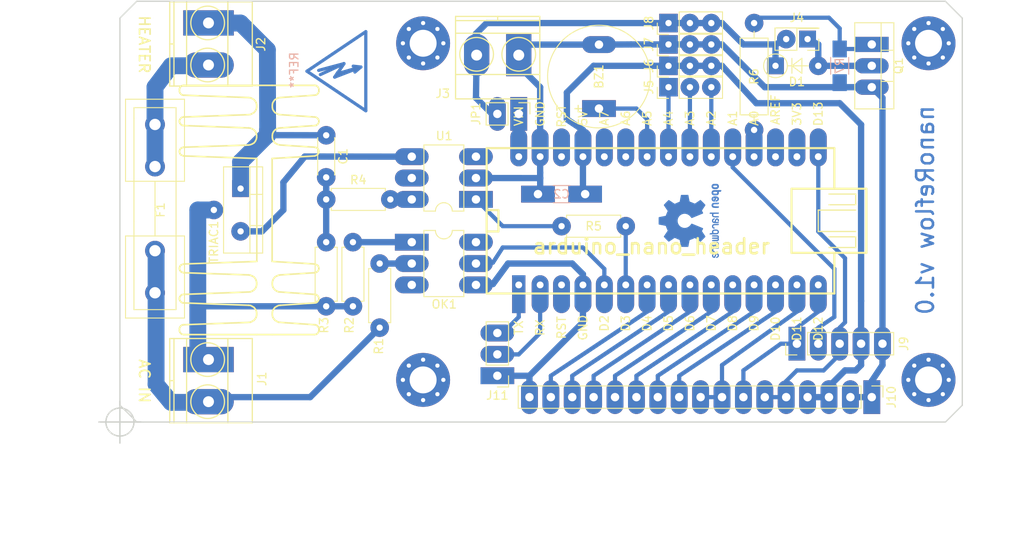
<source format=kicad_pcb>
(kicad_pcb (version 4) (host pcbnew 4.0.2+dfsg1-stable)

  (general
    (links 74)
    (no_connects 1)
    (area 88.517857 57.345453 208.475284 133.050001)
    (thickness 1.6)
    (drawings 19)
    (tracks 196)
    (zones 0)
    (modules 36)
    (nets 51)
  )

  (page A4)
  (title_block
    (title "Nano Reflow Controller")
    (date 2017-07-09)
    (rev 1.0)
    (company "David Sanz Kirbis")
  )

  (layers
    (0 F.Cu signal)
    (31 B.Cu signal)
    (32 B.Adhes user)
    (33 F.Adhes user)
    (34 B.Paste user)
    (35 F.Paste user)
    (36 B.SilkS user)
    (37 F.SilkS user)
    (38 B.Mask user)
    (39 F.Mask user)
    (40 Dwgs.User user)
    (41 Cmts.User user)
    (42 Eco1.User user)
    (43 Eco2.User user)
    (44 Edge.Cuts user)
    (45 Margin user hide)
    (46 B.CrtYd user hide)
    (47 F.CrtYd user hide)
    (48 B.Fab user hide)
    (49 F.Fab user hide)
  )

  (setup
    (last_trace_width 0.5)
    (trace_clearance 0.2)
    (zone_clearance 0.508)
    (zone_45_only yes)
    (trace_min 0.2)
    (segment_width 0.2)
    (edge_width 0.15)
    (via_size 0.6)
    (via_drill 0.4)
    (via_min_size 0.4)
    (via_min_drill 0.3)
    (uvia_size 0.3)
    (uvia_drill 0.1)
    (uvias_allowed no)
    (uvia_min_size 0.2)
    (uvia_min_drill 0.1)
    (pcb_text_width 0.2)
    (pcb_text_size 1.25 1.25)
    (mod_edge_width 0.15)
    (mod_text_size 1 1)
    (mod_text_width 0.15)
    (pad_size 4 2)
    (pad_drill 1)
    (pad_to_mask_clearance 0.2)
    (aux_axis_origin 100.5 118)
    (grid_origin 100.21882 118.19926)
    (visible_elements 7FFFFFFF)
    (pcbplotparams
      (layerselection 0x01000_80000000)
      (usegerberextensions false)
      (excludeedgelayer true)
      (linewidth 0.100000)
      (plotframeref false)
      (viasonmask false)
      (mode 1)
      (useauxorigin false)
      (hpglpennumber 1)
      (hpglpenspeed 20)
      (hpglpendiameter 15)
      (hpglpenoverlay 2)
      (psnegative false)
      (psa4output false)
      (plotreference true)
      (plotvalue true)
      (plotinvisibletext false)
      (padsonsilk false)
      (subtractmaskfromsilk false)
      (outputformat 1)
      (mirror false)
      (drillshape 0)
      (scaleselection 1)
      (outputdirectory ../../../Gerber/))
  )

  (net 0 "")
  (net 1 GND)
  (net 2 /MOSI)
  (net 3 "Net-(ARDUINO_NANO1-Pad2)")
  (net 4 "Net-(ARDUINO_NANO1-Pad18)")
  (net 5 "Net-(ARDUINO_NANO1-Pad25)")
  (net 6 "Net-(ARDUINO_NANO1-Pad26)")
  (net 7 "Net-(ARDUINO_NANO1-Pad28)")
  (net 8 "Net-(ARDUINO_NANO1-Pad1)")
  (net 9 /ZEROX)
  (net 10 /SD_CS)
  (net 11 /LCD_RESET)
  (net 12 /LCD_DC)
  (net 13 /LCD_CS)
  (net 14 /MISO)
  (net 15 5V)
  (net 16 12v)
  (net 17 /TC_CS)
  (net 18 /SCK)
  (net 19 /RESET)
  (net 20 /FAN_CTRL)
  (net 21 /FAN_GND)
  (net 22 /VIN)
  (net 23 /3V3)
  (net 24 /D4)
  (net 25 /D5)
  (net 26 /D6)
  (net 27 "Net-(OK1-Pad6)")
  (net 28 /MOC_AC2)
  (net 29 /MOC_AC1)
  (net 30 "Net-(J12-Pad1)")
  (net 31 "Net-(J13-Pad1)")
  (net 32 /DIMM_CTRL)
  (net 33 /AC_CAP)
  (net 34 "Net-(U1-Pad5)")
  (net 35 "Net-(U1-Pad3)")
  (net 36 /OC1)
  (net 37 "Net-(J14-Pad1)")
  (net 38 /OC2)
  (net 39 "Net-(R5-Pad1)")
  (net 40 /A2)
  (net 41 /A3)
  (net 42 /A4)
  (net 43 /BUZZER)
  (net 44 AC1_OUT)
  (net 45 AC1_IN)
  (net 46 AC2)
  (net 47 "Net-(J15-Pad1)")
  (net 48 "Net-(Q1-Pad1)")
  (net 49 AC2_IN)
  (net 50 AC2_OUT)

  (net_class Default "Esta es la clase de red por defecto."
    (clearance 0.2)
    (trace_width 0.5)
    (via_dia 0.6)
    (via_drill 0.4)
    (uvia_dia 0.3)
    (uvia_drill 0.1)
    (add_net /3V3)
    (add_net /A2)
    (add_net /A3)
    (add_net /A4)
    (add_net /BUZZER)
    (add_net /D4)
    (add_net /D5)
    (add_net /D6)
    (add_net /DIMM_CTRL)
    (add_net /FAN_CTRL)
    (add_net /LCD_CS)
    (add_net /LCD_DC)
    (add_net /LCD_RESET)
    (add_net /MISO)
    (add_net /MOSI)
    (add_net /RESET)
    (add_net /SCK)
    (add_net /SD_CS)
    (add_net /TC_CS)
    (add_net /ZEROX)
    (add_net AC2_IN)
    (add_net AC2_OUT)
    (add_net "Net-(ARDUINO_NANO1-Pad1)")
    (add_net "Net-(ARDUINO_NANO1-Pad18)")
    (add_net "Net-(ARDUINO_NANO1-Pad2)")
    (add_net "Net-(ARDUINO_NANO1-Pad25)")
    (add_net "Net-(ARDUINO_NANO1-Pad26)")
    (add_net "Net-(ARDUINO_NANO1-Pad28)")
    (add_net "Net-(J12-Pad1)")
    (add_net "Net-(J13-Pad1)")
    (add_net "Net-(J14-Pad1)")
    (add_net "Net-(J15-Pad1)")
    (add_net "Net-(OK1-Pad6)")
    (add_net "Net-(Q1-Pad1)")
    (add_net "Net-(R5-Pad1)")
    (add_net "Net-(U1-Pad3)")
    (add_net "Net-(U1-Pad5)")
  )

  (net_class AC ""
    (clearance 0.2)
    (trace_width 2)
    (via_dia 0.6)
    (via_drill 0.4)
    (uvia_dia 0.3)
    (uvia_drill 0.1)
  )

  (net_class AC_075mm ""
    (clearance 0.2)
    (trace_width 0.75)
    (via_dia 0.6)
    (via_drill 0.4)
    (uvia_dia 0.3)
    (uvia_drill 0.1)
    (add_net /AC_CAP)
    (add_net /MOC_AC1)
    (add_net /OC1)
    (add_net /OC2)
    (add_net AC1_IN)
    (add_net AC1_OUT)
    (add_net AC2)
  )

  (net_class AC_1mm ""
    (clearance 0.2)
    (trace_width 1)
    (via_dia 0.6)
    (via_drill 0.4)
    (uvia_dia 0.3)
    (uvia_drill 0.1)
  )

  (net_class "DC 12v" ""
    (clearance 0.2)
    (trace_width 0.75)
    (via_dia 0.6)
    (via_drill 0.4)
    (uvia_dia 0.3)
    (uvia_drill 0.1)
    (add_net /FAN_GND)
    (add_net /MOC_AC2)
    (add_net /VIN)
    (add_net 12v)
    (add_net 5V)
    (add_net GND)
  )

  (module Resistors_SMD:R_1206_HandSoldering (layer B.Cu) (tedit 594E4F08) (tstamp 591C2CF0)
    (at 185.945 75.67 90)
    (descr "Resistor SMD 1206, hand soldering")
    (tags "resistor 1206")
    (path /591B3000)
    (attr smd)
    (fp_text reference R7 (at 0 0 90) (layer B.SilkS)
      (effects (font (size 1 1) (thickness 0.15)) (justify mirror))
    )
    (fp_text value 100K (at 0 -1.9 90) (layer B.Fab)
      (effects (font (size 1 1) (thickness 0.15)) (justify mirror))
    )
    (fp_text user %R (at 0 0 90) (layer B.Fab)
      (effects (font (size 0.7 0.7) (thickness 0.105)) (justify mirror))
    )
    (fp_line (start -1.6 -0.8) (end -1.6 0.8) (layer B.Fab) (width 0.1))
    (fp_line (start 1.6 -0.8) (end -1.6 -0.8) (layer B.Fab) (width 0.1))
    (fp_line (start 1.6 0.8) (end 1.6 -0.8) (layer B.Fab) (width 0.1))
    (fp_line (start -1.6 0.8) (end 1.6 0.8) (layer B.Fab) (width 0.1))
    (fp_line (start 1 -1.07) (end -1 -1.07) (layer B.SilkS) (width 0.12))
    (fp_line (start -1 1.07) (end 1 1.07) (layer B.SilkS) (width 0.12))
    (fp_line (start -3.25 1.11) (end 3.25 1.11) (layer B.CrtYd) (width 0.05))
    (fp_line (start -3.25 1.11) (end -3.25 -1.1) (layer B.CrtYd) (width 0.05))
    (fp_line (start 3.25 -1.1) (end 3.25 1.11) (layer B.CrtYd) (width 0.05))
    (fp_line (start 3.25 -1.1) (end -3.25 -1.1) (layer B.CrtYd) (width 0.05))
    (pad 1 smd rect (at -2 0 90) (size 2 1.7) (layers B.Cu B.Paste B.Mask)
      (net 1 GND))
    (pad 2 smd rect (at 2 0 90) (size 2 1.7) (layers B.Cu B.Paste B.Mask)
      (net 48 "Net-(Q1-Pad1)"))
    (model ${KISYS3DMOD}/Resistors_SMD.3dshapes/R_1206.wrl
      (at (xyz 0 0 0))
      (scale (xyz 1 1 1))
      (rotate (xyz 0 0 0))
    )
  )

  (module Pin_Headers:Pin_Header_Straight_1x05_Pitch2.54mm (layer F.Cu) (tedit 5932CE14) (tstamp 592E87B9)
    (at 180.865 108.69 90)
    (descr "Through hole straight pin header, 1x05, 2.54mm pitch, single row")
    (tags "Through hole pin header THT 1x05 2.54mm single row")
    (path /592EA702)
    (fp_text reference J9 (at 0 12.7 90) (layer F.SilkS)
      (effects (font (size 1 1) (thickness 0.15)))
    )
    (fp_text value CONN_01X05 (at 0 12.49 90) (layer F.Fab)
      (effects (font (size 1 1) (thickness 0.15)))
    )
    (fp_line (start -1.27 -1.27) (end -1.27 11.43) (layer F.Fab) (width 0.1))
    (fp_line (start -1.27 11.43) (end 1.27 11.43) (layer F.Fab) (width 0.1))
    (fp_line (start 1.27 11.43) (end 1.27 -1.27) (layer F.Fab) (width 0.1))
    (fp_line (start 1.27 -1.27) (end -1.27 -1.27) (layer F.Fab) (width 0.1))
    (fp_line (start -1.33 1.27) (end -1.33 11.49) (layer F.SilkS) (width 0.12))
    (fp_line (start -1.33 11.49) (end 1.33 11.49) (layer F.SilkS) (width 0.12))
    (fp_line (start 1.33 11.49) (end 1.33 1.27) (layer F.SilkS) (width 0.12))
    (fp_line (start 1.33 1.27) (end -1.33 1.27) (layer F.SilkS) (width 0.12))
    (fp_line (start -1.33 0) (end -1.33 -1.33) (layer F.SilkS) (width 0.12))
    (fp_line (start -1.33 -1.33) (end 0 -1.33) (layer F.SilkS) (width 0.12))
    (fp_line (start -1.8 -1.8) (end -1.8 11.95) (layer F.CrtYd) (width 0.05))
    (fp_line (start -1.8 11.95) (end 1.8 11.95) (layer F.CrtYd) (width 0.05))
    (fp_line (start 1.8 11.95) (end 1.8 -1.8) (layer F.CrtYd) (width 0.05))
    (fp_line (start 1.8 -1.8) (end -1.8 -1.8) (layer F.CrtYd) (width 0.05))
    (fp_text user %R (at 0 -2.33 90) (layer F.Fab)
      (effects (font (size 1 1) (thickness 0.15)))
    )
    (pad 1 thru_hole rect (at 0 0 90) (size 4 2) (drill 1) (layers *.Cu *.Mask)
      (net 14 /MISO))
    (pad 2 thru_hole oval (at 0 2.54 90) (size 4 2) (drill 1) (layers *.Cu *.Mask)
      (net 17 /TC_CS))
    (pad 3 thru_hole oval (at 0 5.08 90) (size 4 2) (drill 1) (layers *.Cu *.Mask)
      (net 18 /SCK))
    (pad 4 thru_hole oval (at 0 7.62 90) (size 4 2) (drill 1) (layers *.Cu *.Mask)
      (net 15 5V))
    (pad 5 thru_hole oval (at 0 10.16 90) (size 4 2) (drill 1) (layers *.Cu *.Mask)
      (net 1 GND))
    (model ${KISYS3DMOD}/Pin_Headers.3dshapes/Pin_Header_Straight_1x05_Pitch2.54mm.wrl
      (at (xyz 0 -0.2 0))
      (scale (xyz 1 1 1))
      (rotate (xyz 0 0 90))
    )
  )

  (module TO_SOT_Packages_THT:TO-220_Vertical (layer F.Cu) (tedit 5932CB38) (tstamp 591C2CCC)
    (at 189.755 73.13 270)
    (descr "TO-220, Vertical, RM 2.54mm")
    (tags "TO-220 Vertical RM 2.54mm")
    (path /5922ADDA)
    (fp_text reference Q1 (at 2.54 -3.175 270) (layer F.SilkS)
      (effects (font (size 1 1) (thickness 0.15)))
    )
    (fp_text value IRF540N (at 2.54 3.92 270) (layer F.Fab)
      (effects (font (size 1 1) (thickness 0.15)))
    )
    (fp_text user %R (at 2.54 -3.62 270) (layer F.Fab)
      (effects (font (size 1 1) (thickness 0.15)))
    )
    (fp_line (start -2.46 -2.5) (end -2.46 1.9) (layer F.Fab) (width 0.1))
    (fp_line (start -2.46 1.9) (end 7.54 1.9) (layer F.Fab) (width 0.1))
    (fp_line (start 7.54 1.9) (end 7.54 -2.5) (layer F.Fab) (width 0.1))
    (fp_line (start 7.54 -2.5) (end -2.46 -2.5) (layer F.Fab) (width 0.1))
    (fp_line (start -2.46 -1.23) (end 7.54 -1.23) (layer F.Fab) (width 0.1))
    (fp_line (start 0.69 -2.5) (end 0.69 -1.23) (layer F.Fab) (width 0.1))
    (fp_line (start 4.39 -2.5) (end 4.39 -1.23) (layer F.Fab) (width 0.1))
    (fp_line (start -2.58 -2.62) (end 7.66 -2.62) (layer F.SilkS) (width 0.12))
    (fp_line (start -2.58 2.021) (end 7.66 2.021) (layer F.SilkS) (width 0.12))
    (fp_line (start -2.58 -2.62) (end -2.58 2.021) (layer F.SilkS) (width 0.12))
    (fp_line (start 7.66 -2.62) (end 7.66 2.021) (layer F.SilkS) (width 0.12))
    (fp_line (start -2.58 -1.11) (end 7.66 -1.11) (layer F.SilkS) (width 0.12))
    (fp_line (start 0.69 -2.62) (end 0.69 -1.11) (layer F.SilkS) (width 0.12))
    (fp_line (start 4.391 -2.62) (end 4.391 -1.11) (layer F.SilkS) (width 0.12))
    (fp_line (start -2.71 -2.75) (end -2.71 2.16) (layer F.CrtYd) (width 0.05))
    (fp_line (start -2.71 2.16) (end 7.79 2.16) (layer F.CrtYd) (width 0.05))
    (fp_line (start 7.79 2.16) (end 7.79 -2.75) (layer F.CrtYd) (width 0.05))
    (fp_line (start 7.79 -2.75) (end -2.71 -2.75) (layer F.CrtYd) (width 0.05))
    (pad 1 thru_hole rect (at 0 0 270) (size 1.8 4) (drill 1) (layers *.Cu *.Mask)
      (net 48 "Net-(Q1-Pad1)"))
    (pad 2 thru_hole oval (at 2.54 0 270) (size 1.8 4) (drill 1) (layers *.Cu *.Mask)
      (net 21 /FAN_GND))
    (pad 3 thru_hole oval (at 5.08 0 270) (size 1.8 4) (drill 1) (layers *.Cu *.Mask)
      (net 1 GND))
    (model ${KISYS3DMOD}/TO_SOT_Packages_THT.3dshapes/TO-220_Vertical.wrl
      (at (xyz 0.1 0 0))
      (scale (xyz 0.393701 0.393701 0.393701))
      (rotate (xyz 0 0 0))
    )
  )

  (module Connectors_Terminal_Blocks:TerminalBlock_Pheonix_MKDS1.5-2pol (layer F.Cu) (tedit 595225DF) (tstamp 5923E729)
    (at 111.01382 110.57926 270)
    (descr "2-way 5mm pitch terminal block, Phoenix MKDS series")
    (path /591B6CFC)
    (fp_text reference J1 (at 2.286 -6.35 270) (layer F.SilkS)
      (effects (font (size 1 1) (thickness 0.15)))
    )
    (fp_text value "AC IN 220v" (at 2.5 -6.6 270) (layer F.Fab)
      (effects (font (size 1 1) (thickness 0.15)))
    )
    (fp_line (start -2.7 -5.4) (end 7.7 -5.4) (layer F.CrtYd) (width 0.05))
    (fp_line (start -2.7 4.8) (end -2.7 -5.4) (layer F.CrtYd) (width 0.05))
    (fp_line (start 7.7 4.8) (end -2.7 4.8) (layer F.CrtYd) (width 0.05))
    (fp_line (start 7.7 -5.4) (end 7.7 4.8) (layer F.CrtYd) (width 0.05))
    (fp_line (start 2.5 4.1) (end 2.5 4.6) (layer F.SilkS) (width 0.15))
    (fp_circle (center 5 0.1) (end 3 0.1) (layer F.SilkS) (width 0.15))
    (fp_circle (center 0 0.1) (end 2 0.1) (layer F.SilkS) (width 0.15))
    (fp_line (start -2.5 2.6) (end 7.5 2.6) (layer F.SilkS) (width 0.15))
    (fp_line (start -2.5 -2.3) (end 7.5 -2.3) (layer F.SilkS) (width 0.15))
    (fp_line (start -2.5 4.1) (end 7.5 4.1) (layer F.SilkS) (width 0.15))
    (fp_line (start -2.5 4.6) (end 7.5 4.6) (layer F.SilkS) (width 0.15))
    (fp_line (start 7.5 4.6) (end 7.5 -5.2) (layer F.SilkS) (width 0.15))
    (fp_line (start 7.5 -5.2) (end -2.5 -5.2) (layer F.SilkS) (width 0.15))
    (fp_line (start -2.5 -5.2) (end -2.5 4.6) (layer F.SilkS) (width 0.15))
    (pad 1 thru_hole rect (at 0 0 270) (size 3 6) (drill 1.3) (layers *.Cu *.Mask)
      (net 45 AC1_IN))
    (pad 2 thru_hole oval (at 5 0 270) (size 3 6) (drill 1.3) (layers *.Cu *.Mask)
      (net 49 AC2_IN))
    (model Terminal_Blocks.3dshapes/TerminalBlock_Pheonix_MKDS1.5-2pol.wrl
      (at (xyz 0.0984 0 0))
      (scale (xyz 1 1 1))
      (rotate (xyz 0 0 0))
    )
  )

  (module Connectors_Terminal_Blocks:TerminalBlock_Pheonix_MKDS1.5-2pol (layer F.Cu) (tedit 595225D9) (tstamp 5923E72E)
    (at 111.01382 70.57426 270)
    (descr "2-way 5mm pitch terminal block, Phoenix MKDS series")
    (path /591B6E41)
    (fp_text reference J2 (at 2.54 -6.223 270) (layer F.SilkS)
      (effects (font (size 1 1) (thickness 0.15)))
    )
    (fp_text value HEATER (at 2.5 -6.6 270) (layer F.Fab)
      (effects (font (size 1 1) (thickness 0.15)))
    )
    (fp_line (start -2.7 -5.4) (end 7.7 -5.4) (layer F.CrtYd) (width 0.05))
    (fp_line (start -2.7 4.8) (end -2.7 -5.4) (layer F.CrtYd) (width 0.05))
    (fp_line (start 7.7 4.8) (end -2.7 4.8) (layer F.CrtYd) (width 0.05))
    (fp_line (start 7.7 -5.4) (end 7.7 4.8) (layer F.CrtYd) (width 0.05))
    (fp_line (start 2.5 4.1) (end 2.5 4.6) (layer F.SilkS) (width 0.15))
    (fp_circle (center 5 0.1) (end 3 0.1) (layer F.SilkS) (width 0.15))
    (fp_circle (center 0 0.1) (end 2 0.1) (layer F.SilkS) (width 0.15))
    (fp_line (start -2.5 2.6) (end 7.5 2.6) (layer F.SilkS) (width 0.15))
    (fp_line (start -2.5 -2.3) (end 7.5 -2.3) (layer F.SilkS) (width 0.15))
    (fp_line (start -2.5 4.1) (end 7.5 4.1) (layer F.SilkS) (width 0.15))
    (fp_line (start -2.5 4.6) (end 7.5 4.6) (layer F.SilkS) (width 0.15))
    (fp_line (start 7.5 4.6) (end 7.5 -5.2) (layer F.SilkS) (width 0.15))
    (fp_line (start 7.5 -5.2) (end -2.5 -5.2) (layer F.SilkS) (width 0.15))
    (fp_line (start -2.5 -5.2) (end -2.5 4.6) (layer F.SilkS) (width 0.15))
    (pad 1 thru_hole rect (at 0 0 270) (size 3 6) (drill 1.3) (layers *.Cu *.Mask)
      (net 44 AC1_OUT))
    (pad 2 thru_hole oval (at 5 0 270) (size 3 6) (drill 1.3) (layers *.Cu *.Mask)
      (net 50 AC2_OUT))
    (model Terminal_Blocks.3dshapes/TerminalBlock_Pheonix_MKDS1.5-2pol.wrl
      (at (xyz 0.0984 0 0))
      (scale (xyz 1 1 1))
      (rotate (xyz 0 0 0))
    )
  )

  (module Connectors_Terminal_Blocks:TerminalBlock_Pheonix_MKDS1.5-2pol (layer F.Cu) (tedit 595225D3) (tstamp 5923E733)
    (at 147.845 74.4 180)
    (descr "2-way 5mm pitch terminal block, Phoenix MKDS series")
    (path /591B70EE)
    (fp_text reference J3 (at 9.017 -4.572 180) (layer F.SilkS)
      (effects (font (size 1 1) (thickness 0.15)))
    )
    (fp_text value "DC IN 12V" (at 2.5 -6.6 180) (layer F.Fab)
      (effects (font (size 1 1) (thickness 0.15)))
    )
    (fp_line (start -2.7 -5.4) (end 7.7 -5.4) (layer F.CrtYd) (width 0.05))
    (fp_line (start -2.7 4.8) (end -2.7 -5.4) (layer F.CrtYd) (width 0.05))
    (fp_line (start 7.7 4.8) (end -2.7 4.8) (layer F.CrtYd) (width 0.05))
    (fp_line (start 7.7 -5.4) (end 7.7 4.8) (layer F.CrtYd) (width 0.05))
    (fp_line (start 2.5 4.1) (end 2.5 4.6) (layer F.SilkS) (width 0.15))
    (fp_circle (center 5 0.1) (end 3 0.1) (layer F.SilkS) (width 0.15))
    (fp_circle (center 0 0.1) (end 2 0.1) (layer F.SilkS) (width 0.15))
    (fp_line (start -2.5 2.6) (end 7.5 2.6) (layer F.SilkS) (width 0.15))
    (fp_line (start -2.5 -2.3) (end 7.5 -2.3) (layer F.SilkS) (width 0.15))
    (fp_line (start -2.5 4.1) (end 7.5 4.1) (layer F.SilkS) (width 0.15))
    (fp_line (start -2.5 4.6) (end 7.5 4.6) (layer F.SilkS) (width 0.15))
    (fp_line (start 7.5 4.6) (end 7.5 -5.2) (layer F.SilkS) (width 0.15))
    (fp_line (start 7.5 -5.2) (end -2.5 -5.2) (layer F.SilkS) (width 0.15))
    (fp_line (start -2.5 -5.2) (end -2.5 4.6) (layer F.SilkS) (width 0.15))
    (pad 1 thru_hole rect (at 0 0 180) (size 3 5) (drill 1.3) (layers *.Cu *.Mask)
      (net 1 GND))
    (pad 2 thru_hole oval (at 5 0 180) (size 3 5) (drill 1.3) (layers *.Cu *.Mask)
      (net 16 12v))
    (model Terminal_Blocks.3dshapes/TerminalBlock_Pheonix_MKDS1.5-2pol.wrl
      (at (xyz 0.0984 0 0))
      (scale (xyz 1 1 1))
      (rotate (xyz 0 0 0))
    )
  )

  (module Buzzers_Beepers:Buzzer_12x9.5RM7.6 (layer F.Cu) (tedit 5932B9CB) (tstamp 592E9671)
    (at 157.37 80.75 90)
    (descr "Generic Buzzer, D12mm height 9.5mm with RM7.6mm")
    (tags buzzer)
    (path /592ED2C4)
    (fp_text reference BZ1 (at 3.81 0 90) (layer F.SilkS)
      (effects (font (size 1 1) (thickness 0.15)))
    )
    (fp_text value Buzzer (at 3.8 7.4 90) (layer F.Fab)
      (effects (font (size 1 1) (thickness 0.15)))
    )
    (fp_text user + (at -0.01 -2.54 90) (layer F.Fab)
      (effects (font (size 1 1) (thickness 0.15)))
    )
    (fp_text user + (at -0.01 -2.54 90) (layer F.SilkS)
      (effects (font (size 1 1) (thickness 0.15)))
    )
    (fp_text user %R (at 3.8 -4 90) (layer F.Fab)
      (effects (font (size 1 1) (thickness 0.15)))
    )
    (fp_circle (center 3.8 0) (end 10.05 0) (layer F.CrtYd) (width 0.05))
    (fp_circle (center 3.8 0) (end 9.8 0) (layer F.Fab) (width 0.1))
    (fp_circle (center 3.8 0) (end 4.8 0) (layer F.Fab) (width 0.1))
    (fp_circle (center 3.8 0) (end 9.9 0) (layer F.SilkS) (width 0.12))
    (pad 1 thru_hole rect (at 0 0 90) (size 2 4) (drill 1) (layers *.Cu *.Mask)
      (net 43 /BUZZER))
    (pad 2 thru_hole oval (at 7.6 0 90) (size 2 4) (drill 1) (layers *.Cu *.Mask)
      (net 1 GND))
    (model Buzzers_Beepers.3dshapes/Buzzer_12x9.5RM7.6.wrl
      (at (xyz 0.15 0 0))
      (scale (xyz 4 4 4))
      (rotate (xyz 0 0 0))
    )
  )

  (module Pin_Headers:Pin_Header_Straight_1x02_Pitch2.54mm (layer F.Cu) (tedit 5932D191) (tstamp 592ED077)
    (at 147.845 81.385 270)
    (descr "Through hole straight pin header, 1x02, 2.54mm pitch, single row")
    (tags "Through hole pin header THT 1x02 2.54mm single row")
    (path /592F07D7)
    (fp_text reference JP1 (at 0 5.08 270) (layer F.SilkS)
      (effects (font (size 1 1) (thickness 0.15)))
    )
    (fp_text value "VIN enabler" (at 0 4.87 270) (layer F.Fab)
      (effects (font (size 1 1) (thickness 0.15)))
    )
    (fp_line (start -1.27 -1.27) (end -1.27 3.81) (layer F.Fab) (width 0.1))
    (fp_line (start -1.27 3.81) (end 1.27 3.81) (layer F.Fab) (width 0.1))
    (fp_line (start 1.27 3.81) (end 1.27 -1.27) (layer F.Fab) (width 0.1))
    (fp_line (start 1.27 -1.27) (end -1.27 -1.27) (layer F.Fab) (width 0.1))
    (fp_line (start -1.33 1.27) (end -1.33 3.87) (layer F.SilkS) (width 0.12))
    (fp_line (start -1.33 3.87) (end 1.33 3.87) (layer F.SilkS) (width 0.12))
    (fp_line (start 1.33 3.87) (end 1.33 1.27) (layer F.SilkS) (width 0.12))
    (fp_line (start 1.33 1.27) (end -1.33 1.27) (layer F.SilkS) (width 0.12))
    (fp_line (start -1.33 0) (end -1.33 -1.33) (layer F.SilkS) (width 0.12))
    (fp_line (start -1.33 -1.33) (end 0 -1.33) (layer F.SilkS) (width 0.12))
    (fp_line (start -1.8 -1.8) (end -1.8 4.35) (layer F.CrtYd) (width 0.05))
    (fp_line (start -1.8 4.35) (end 1.8 4.35) (layer F.CrtYd) (width 0.05))
    (fp_line (start 1.8 4.35) (end 1.8 -1.8) (layer F.CrtYd) (width 0.05))
    (fp_line (start 1.8 -1.8) (end -1.8 -1.8) (layer F.CrtYd) (width 0.05))
    (fp_text user %R (at 0 -2.33 270) (layer F.Fab)
      (effects (font (size 1 1) (thickness 0.15)))
    )
    (pad 1 thru_hole rect (at 0 0 270) (size 4 2) (drill 1) (layers *.Cu *.Mask)
      (net 22 /VIN))
    (pad 2 thru_hole oval (at 0 2.54 270) (size 4 2) (drill 1) (layers *.Cu *.Mask)
      (net 16 12v))
    (model ${KISYS3DMOD}/Pin_Headers.3dshapes/Pin_Header_Straight_1x02_Pitch2.54mm.wrl
      (at (xyz 0 -0.05 0))
      (scale (xyz 1 1 1))
      (rotate (xyz 0 0 90))
    )
  )

  (module Pin_Headers:Pin_Header_Straight_1x17_Pitch2.54mm (layer F.Cu) (tedit 5932C0A8) (tstamp 592EDBE6)
    (at 189.755 115.04 270)
    (descr "Through hole straight pin header, 1x17, 2.54mm pitch, single row")
    (tags "Through hole pin header THT 1x17 2.54mm single row")
    (path /592F1E66)
    (fp_text reference J10 (at 0 -2.33 270) (layer F.SilkS)
      (effects (font (size 1 1) (thickness 0.15)))
    )
    (fp_text value CONN_01X17 (at 0 42.97 270) (layer F.Fab)
      (effects (font (size 1 1) (thickness 0.15)))
    )
    (fp_line (start -1.27 -1.27) (end -1.27 41.91) (layer F.Fab) (width 0.1))
    (fp_line (start -1.27 41.91) (end 1.27 41.91) (layer F.Fab) (width 0.1))
    (fp_line (start 1.27 41.91) (end 1.27 -1.27) (layer F.Fab) (width 0.1))
    (fp_line (start 1.27 -1.27) (end -1.27 -1.27) (layer F.Fab) (width 0.1))
    (fp_line (start -1.33 1.27) (end -1.33 41.97) (layer F.SilkS) (width 0.12))
    (fp_line (start -1.33 41.97) (end 1.33 41.97) (layer F.SilkS) (width 0.12))
    (fp_line (start 1.33 41.97) (end 1.33 1.27) (layer F.SilkS) (width 0.12))
    (fp_line (start 1.33 1.27) (end -1.33 1.27) (layer F.SilkS) (width 0.12))
    (fp_line (start -1.33 0) (end -1.33 -1.33) (layer F.SilkS) (width 0.12))
    (fp_line (start -1.33 -1.33) (end 0 -1.33) (layer F.SilkS) (width 0.12))
    (fp_line (start -1.8 -1.8) (end -1.8 42.45) (layer F.CrtYd) (width 0.05))
    (fp_line (start -1.8 42.45) (end 1.8 42.45) (layer F.CrtYd) (width 0.05))
    (fp_line (start 1.8 42.45) (end 1.8 -1.8) (layer F.CrtYd) (width 0.05))
    (fp_line (start 1.8 -1.8) (end -1.8 -1.8) (layer F.CrtYd) (width 0.05))
    (fp_text user %R (at 0 -2.33 270) (layer F.Fab)
      (effects (font (size 1 1) (thickness 0.15)))
    )
    (pad 1 thru_hole rect (at 0 0 270) (size 4 2) (drill 1) (layers *.Cu *.Mask)
      (net 1 GND))
    (pad 2 thru_hole oval (at 0 2.54 270) (size 4 2) (drill 1) (layers *.Cu *.Mask)
      (net 1 GND))
    (pad 3 thru_hole oval (at 0 5.08 270) (size 4 2) (drill 1) (layers *.Cu *.Mask)
      (net 15 5V))
    (pad 4 thru_hole oval (at 0 7.62 270) (size 4 2) (drill 1) (layers *.Cu *.Mask)
      (net 15 5V))
    (pad 5 thru_hole oval (at 0 10.16 270) (size 4 2) (drill 1) (layers *.Cu *.Mask)
      (net 18 /SCK))
    (pad 6 thru_hole oval (at 0 12.7 270) (size 4 2) (drill 1) (layers *.Cu *.Mask)
      (net 18 /SCK))
    (pad 7 thru_hole oval (at 0 15.24 270) (size 4 2) (drill 1) (layers *.Cu *.Mask)
      (net 14 /MISO))
    (pad 8 thru_hole oval (at 0 17.78 270) (size 4 2) (drill 1) (layers *.Cu *.Mask)
      (net 2 /MOSI))
    (pad 9 thru_hole oval (at 0 20.32 270) (size 4 2) (drill 1) (layers *.Cu *.Mask)
      (net 2 /MOSI))
    (pad 10 thru_hole oval (at 0 22.86 270) (size 4 2) (drill 1) (layers *.Cu *.Mask)
      (net 13 /LCD_CS))
    (pad 11 thru_hole oval (at 0 25.4 270) (size 4 2) (drill 1) (layers *.Cu *.Mask)
      (net 12 /LCD_DC))
    (pad 12 thru_hole oval (at 0 27.94 270) (size 4 2) (drill 1) (layers *.Cu *.Mask)
      (net 11 /LCD_RESET))
    (pad 13 thru_hole oval (at 0 30.48 270) (size 4 2) (drill 1) (layers *.Cu *.Mask)
      (net 10 /SD_CS))
    (pad 14 thru_hole oval (at 0 33.02 270) (size 4 2) (drill 1) (layers *.Cu *.Mask)
      (net 26 /D6))
    (pad 15 thru_hole oval (at 0 35.56 270) (size 4 2) (drill 1) (layers *.Cu *.Mask)
      (net 25 /D5))
    (pad 16 thru_hole oval (at 0 38.1 270) (size 4 2) (drill 1) (layers *.Cu *.Mask)
      (net 24 /D4))
    (pad 17 thru_hole oval (at 0 40.64 270) (size 4 2) (drill 1) (layers *.Cu *.Mask)
      (net 1 GND))
    (model ${KISYS3DMOD}/Pin_Headers.3dshapes/Pin_Header_Straight_1x17_Pitch2.54mm.wrl
      (at (xyz 0 -0.8 0))
      (scale (xyz 1 1 1))
      (rotate (xyz 0 0 90))
    )
  )

  (module Diodes_THT:D_A-405_P5.08mm_Vertical_AnodeUp (layer F.Cu) (tedit 594CDCCD) (tstamp 592EDF15)
    (at 178.325 75.67)
    (descr "D, A-405 series, Axial, Vertical, pin pitch=5.08mm, , length*diameter=5.2*2.7mm^2, , http://www.diodes.com/_files/packages/A-405.pdf")
    (tags "D A-405 series Axial Vertical pin pitch 5.08mm  length 5.2mm diameter 2.7mm")
    (path /5922C486)
    (fp_text reference D1 (at 2.54 1.905) (layer F.SilkS)
      (effects (font (size 1 1) (thickness 0.15)))
    )
    (fp_text value 1N4007 (at 2.54 2.41) (layer F.Fab)
      (effects (font (size 1 1) (thickness 0.15)))
    )
    (fp_text user K (at -2.11 0) (layer F.Fab)
      (effects (font (size 1 1) (thickness 0.15)))
    )
    (fp_text user %R (at 2.54 0) (layer F.Fab)
      (effects (font (size 1 1) (thickness 0.15)))
    )
    (fp_line (start 0 0) (end 5.08 0) (layer F.Fab) (width 0.1))
    (fp_line (start 1.41 0) (end 3.88 0) (layer F.SilkS) (width 0.12))
    (fp_line (start 1.947333 -0.889) (end 1.947333 0.889) (layer F.SilkS) (width 0.12))
    (fp_line (start 1.947333 0) (end 3.132667 -0.889) (layer F.SilkS) (width 0.12))
    (fp_line (start 3.132667 -0.889) (end 3.132667 0.889) (layer F.SilkS) (width 0.12))
    (fp_line (start 3.132667 0.889) (end 1.947333 0) (layer F.SilkS) (width 0.12))
    (fp_line (start -1.7 -1.7) (end -1.7 1.7) (layer F.CrtYd) (width 0.05))
    (fp_line (start -1.7 1.7) (end 6.3 1.7) (layer F.CrtYd) (width 0.05))
    (fp_line (start 6.3 1.7) (end 6.3 -1.7) (layer F.CrtYd) (width 0.05))
    (fp_line (start 6.3 -1.7) (end -1.7 -1.7) (layer F.CrtYd) (width 0.05))
    (fp_circle (center 0 0) (end 1.35 0) (layer F.Fab) (width 0.1))
    (fp_circle (center 0 0) (end 1.41 0) (layer F.SilkS) (width 0.12))
    (pad 1 thru_hole rect (at 0 0) (size 2 2) (drill 0.75) (layers *.Cu *.Mask)
      (net 16 12v))
    (pad 2 thru_hole oval (at 5.08 0) (size 2.2 2.2) (drill 0.75) (layers *.Cu *.Mask)
      (net 21 /FAN_GND))
    (model ${KISYS3DMOD}/Diodes_THT.3dshapes/D_A-405_P5.08mm_Vertical_AnodeUp.wrl
      (at (xyz 0 0 0))
      (scale (xyz 0.393701 0.393701 0.393701))
      (rotate (xyz 0 0 0))
    )
  )

  (module Pin_Headers:Pin_Header_Straight_1x03_Pitch2.54mm (layer F.Cu) (tedit 5932CAE6) (tstamp 5932B6DC)
    (at 165.625 70.59 90)
    (descr "Through hole straight pin header, 1x03, 2.54mm pitch, single row")
    (tags "Through hole pin header THT 1x03 2.54mm single row")
    (path /5932D690)
    (fp_text reference J8 (at 0 -2.33 90) (layer F.SilkS)
      (effects (font (size 1 1) (thickness 0.15)))
    )
    (fp_text value CONN_01X03 (at 0 7.41 90) (layer F.Fab)
      (effects (font (size 1 1) (thickness 0.15)))
    )
    (fp_line (start -1.27 -1.27) (end -1.27 6.35) (layer F.Fab) (width 0.1))
    (fp_line (start -1.27 6.35) (end 1.27 6.35) (layer F.Fab) (width 0.1))
    (fp_line (start 1.27 6.35) (end 1.27 -1.27) (layer F.Fab) (width 0.1))
    (fp_line (start 1.27 -1.27) (end -1.27 -1.27) (layer F.Fab) (width 0.1))
    (fp_line (start -1.33 1.27) (end -1.33 6.41) (layer F.SilkS) (width 0.12))
    (fp_line (start -1.33 6.41) (end 1.33 6.41) (layer F.SilkS) (width 0.12))
    (fp_line (start 1.33 6.41) (end 1.33 1.27) (layer F.SilkS) (width 0.12))
    (fp_line (start 1.33 1.27) (end -1.33 1.27) (layer F.SilkS) (width 0.12))
    (fp_line (start -1.33 0) (end -1.33 -1.33) (layer F.SilkS) (width 0.12))
    (fp_line (start -1.33 -1.33) (end 0 -1.33) (layer F.SilkS) (width 0.12))
    (fp_line (start -1.8 -1.8) (end -1.8 6.85) (layer F.CrtYd) (width 0.05))
    (fp_line (start -1.8 6.85) (end 1.8 6.85) (layer F.CrtYd) (width 0.05))
    (fp_line (start 1.8 6.85) (end 1.8 -1.8) (layer F.CrtYd) (width 0.05))
    (fp_line (start 1.8 -1.8) (end -1.8 -1.8) (layer F.CrtYd) (width 0.05))
    (fp_text user %R (at 0 -2.33 90) (layer F.Fab)
      (effects (font (size 1 1) (thickness 0.15)))
    )
    (pad 1 thru_hole rect (at 0 0 90) (size 2.2 2.2) (drill 0.75) (layers *.Cu *.Mask)
      (net 16 12v))
    (pad 2 thru_hole oval (at 0 2.54 90) (size 2.2 2.2) (drill 0.75) (layers *.Cu *.Mask)
      (net 16 12v))
    (pad 3 thru_hole oval (at 0 5.08 90) (size 2.2 2.2) (drill 0.75) (layers *.Cu *.Mask)
      (net 16 12v))
    (model ${KISYS3DMOD}/Pin_Headers.3dshapes/Pin_Header_Straight_1x03_Pitch2.54mm.wrl
      (at (xyz 0 -0.1 0))
      (scale (xyz 1 1 1))
      (rotate (xyz 0 0 90))
    )
  )

  (module Pin_Headers:Pin_Header_Straight_1x03_Pitch2.54mm (layer F.Cu) (tedit 594A40F5) (tstamp 5932B780)
    (at 165.625 78.21 90)
    (descr "Through hole straight pin header, 1x03, 2.54mm pitch, single row")
    (tags "Through hole pin header THT 1x03 2.54mm single row")
    (path /5932D012)
    (fp_text reference J5 (at 0 -2.33 90) (layer F.SilkS)
      (effects (font (size 1 1) (thickness 0.15)))
    )
    (fp_text value CONN_01X03 (at 0 7.41 90) (layer F.Fab)
      (effects (font (size 1 1) (thickness 0.15)))
    )
    (fp_line (start -1.27 -1.27) (end -1.27 6.35) (layer F.Fab) (width 0.1))
    (fp_line (start -1.27 6.35) (end 1.27 6.35) (layer F.Fab) (width 0.1))
    (fp_line (start 1.27 6.35) (end 1.27 -1.27) (layer F.Fab) (width 0.1))
    (fp_line (start 1.27 -1.27) (end -1.27 -1.27) (layer F.Fab) (width 0.1))
    (fp_line (start -1.33 1.27) (end -1.33 6.41) (layer F.SilkS) (width 0.12))
    (fp_line (start -1.33 6.41) (end 1.33 6.41) (layer F.SilkS) (width 0.12))
    (fp_line (start 1.33 6.41) (end 1.33 1.27) (layer F.SilkS) (width 0.12))
    (fp_line (start 1.33 1.27) (end -1.33 1.27) (layer F.SilkS) (width 0.12))
    (fp_line (start -1.33 0) (end -1.33 -1.33) (layer F.SilkS) (width 0.12))
    (fp_line (start -1.33 -1.33) (end 0 -1.33) (layer F.SilkS) (width 0.12))
    (fp_line (start -1.8 -1.8) (end -1.8 6.85) (layer F.CrtYd) (width 0.05))
    (fp_line (start -1.8 6.85) (end 1.8 6.85) (layer F.CrtYd) (width 0.05))
    (fp_line (start 1.8 6.85) (end 1.8 -1.8) (layer F.CrtYd) (width 0.05))
    (fp_line (start 1.8 -1.8) (end -1.8 -1.8) (layer F.CrtYd) (width 0.05))
    (fp_text user %R (at 0 -2.33 90) (layer F.Fab)
      (effects (font (size 1 1) (thickness 0.15)))
    )
    (pad 1 thru_hole rect (at 0 0 90) (size 2.2 2.2) (drill 0.75) (layers *.Cu *.Mask)
      (net 42 /A4))
    (pad 2 thru_hole oval (at 0 2.54 90) (size 2.2 2.2) (drill 0.75) (layers *.Cu *.Mask)
      (net 41 /A3))
    (pad 3 thru_hole oval (at 0 5.08 90) (size 2.2 2.2) (drill 0.75) (layers *.Cu *.Mask)
      (net 40 /A2))
    (model ${KISYS3DMOD}/Pin_Headers.3dshapes/Pin_Header_Straight_1x03_Pitch2.54mm.wrl
      (at (xyz 0 -0.1 0))
      (scale (xyz 1 1 1))
      (rotate (xyz 0 0 90))
    )
  )

  (module Pin_Headers:Pin_Header_Straight_1x03_Pitch2.54mm (layer F.Cu) (tedit 5932C928) (tstamp 5932B786)
    (at 165.625 75.67 90)
    (descr "Through hole straight pin header, 1x03, 2.54mm pitch, single row")
    (tags "Through hole pin header THT 1x03 2.54mm single row")
    (path /5932D24B)
    (fp_text reference J6 (at 0 -2.33 90) (layer F.SilkS)
      (effects (font (size 1 1) (thickness 0.15)))
    )
    (fp_text value CONN_01X03 (at 0 7.41 90) (layer F.Fab)
      (effects (font (size 1 1) (thickness 0.15)))
    )
    (fp_line (start -1.27 -1.27) (end -1.27 6.35) (layer F.Fab) (width 0.1))
    (fp_line (start -1.27 6.35) (end 1.27 6.35) (layer F.Fab) (width 0.1))
    (fp_line (start 1.27 6.35) (end 1.27 -1.27) (layer F.Fab) (width 0.1))
    (fp_line (start 1.27 -1.27) (end -1.27 -1.27) (layer F.Fab) (width 0.1))
    (fp_line (start -1.33 1.27) (end -1.33 6.41) (layer F.SilkS) (width 0.12))
    (fp_line (start -1.33 6.41) (end 1.33 6.41) (layer F.SilkS) (width 0.12))
    (fp_line (start 1.33 6.41) (end 1.33 1.27) (layer F.SilkS) (width 0.12))
    (fp_line (start 1.33 1.27) (end -1.33 1.27) (layer F.SilkS) (width 0.12))
    (fp_line (start -1.33 0) (end -1.33 -1.33) (layer F.SilkS) (width 0.12))
    (fp_line (start -1.33 -1.33) (end 0 -1.33) (layer F.SilkS) (width 0.12))
    (fp_line (start -1.8 -1.8) (end -1.8 6.85) (layer F.CrtYd) (width 0.05))
    (fp_line (start -1.8 6.85) (end 1.8 6.85) (layer F.CrtYd) (width 0.05))
    (fp_line (start 1.8 6.85) (end 1.8 -1.8) (layer F.CrtYd) (width 0.05))
    (fp_line (start 1.8 -1.8) (end -1.8 -1.8) (layer F.CrtYd) (width 0.05))
    (fp_text user %R (at 0 -2.33 90) (layer F.Fab)
      (effects (font (size 1 1) (thickness 0.15)))
    )
    (pad 1 thru_hole rect (at 0 0 90) (size 2.2 2.2) (drill 0.75) (layers *.Cu *.Mask)
      (net 15 5V))
    (pad 2 thru_hole oval (at 0 2.54 90) (size 2.2 2.2) (drill 0.75) (layers *.Cu *.Mask)
      (net 15 5V))
    (pad 3 thru_hole oval (at 0 5.08 90) (size 2.2 2.2) (drill 0.75) (layers *.Cu *.Mask)
      (net 15 5V))
    (model ${KISYS3DMOD}/Pin_Headers.3dshapes/Pin_Header_Straight_1x03_Pitch2.54mm.wrl
      (at (xyz 0 -0.1 0))
      (scale (xyz 1 1 1))
      (rotate (xyz 0 0 90))
    )
  )

  (module Pin_Headers:Pin_Header_Straight_1x03_Pitch2.54mm (layer F.Cu) (tedit 5932C936) (tstamp 5932B78C)
    (at 165.625 73.13 90)
    (descr "Through hole straight pin header, 1x03, 2.54mm pitch, single row")
    (tags "Through hole pin header THT 1x03 2.54mm single row")
    (path /5932D3FD)
    (fp_text reference J7 (at 0 -2.33 90) (layer F.SilkS)
      (effects (font (size 1 1) (thickness 0.15)))
    )
    (fp_text value CONN_01X03 (at 0 7.41 90) (layer F.Fab)
      (effects (font (size 1 1) (thickness 0.15)))
    )
    (fp_line (start -1.27 -1.27) (end -1.27 6.35) (layer F.Fab) (width 0.1))
    (fp_line (start -1.27 6.35) (end 1.27 6.35) (layer F.Fab) (width 0.1))
    (fp_line (start 1.27 6.35) (end 1.27 -1.27) (layer F.Fab) (width 0.1))
    (fp_line (start 1.27 -1.27) (end -1.27 -1.27) (layer F.Fab) (width 0.1))
    (fp_line (start -1.33 1.27) (end -1.33 6.41) (layer F.SilkS) (width 0.12))
    (fp_line (start -1.33 6.41) (end 1.33 6.41) (layer F.SilkS) (width 0.12))
    (fp_line (start 1.33 6.41) (end 1.33 1.27) (layer F.SilkS) (width 0.12))
    (fp_line (start 1.33 1.27) (end -1.33 1.27) (layer F.SilkS) (width 0.12))
    (fp_line (start -1.33 0) (end -1.33 -1.33) (layer F.SilkS) (width 0.12))
    (fp_line (start -1.33 -1.33) (end 0 -1.33) (layer F.SilkS) (width 0.12))
    (fp_line (start -1.8 -1.8) (end -1.8 6.85) (layer F.CrtYd) (width 0.05))
    (fp_line (start -1.8 6.85) (end 1.8 6.85) (layer F.CrtYd) (width 0.05))
    (fp_line (start 1.8 6.85) (end 1.8 -1.8) (layer F.CrtYd) (width 0.05))
    (fp_line (start 1.8 -1.8) (end -1.8 -1.8) (layer F.CrtYd) (width 0.05))
    (fp_text user %R (at 0 -2.33 90) (layer F.Fab)
      (effects (font (size 1 1) (thickness 0.15)))
    )
    (pad 1 thru_hole rect (at 0 0 90) (size 2.2 2.2) (drill 0.75) (layers *.Cu *.Mask)
      (net 1 GND))
    (pad 2 thru_hole oval (at 0 2.54 90) (size 2.2 2.2) (drill 0.75) (layers *.Cu *.Mask)
      (net 1 GND))
    (pad 3 thru_hole oval (at 0 5.08 90) (size 2.2 2.2) (drill 0.75) (layers *.Cu *.Mask)
      (net 1 GND))
    (model ${KISYS3DMOD}/Pin_Headers.3dshapes/Pin_Header_Straight_1x03_Pitch2.54mm.wrl
      (at (xyz 0 -0.1 0))
      (scale (xyz 1 1 1))
      (rotate (xyz 0 0 90))
    )
  )

  (module Pin_Headers:Pin_Header_Straight_2x01_Pitch2.54mm (layer F.Cu) (tedit 594CDCD6) (tstamp 5932CC3B)
    (at 182.135 72.495 180)
    (descr "Through hole straight pin header, 2x01, 2.54mm pitch, double rows")
    (tags "Through hole pin header THT 2x01 2.54mm double row")
    (path /5932F8DA)
    (fp_text reference J4 (at 1.27 2.54 180) (layer F.SilkS)
      (effects (font (size 1 1) (thickness 0.15)))
    )
    (fp_text value "12v FAN" (at 1.27 2.33 180) (layer F.Fab)
      (effects (font (size 1 1) (thickness 0.15)))
    )
    (fp_line (start -1.27 -1.27) (end -1.27 1.27) (layer F.Fab) (width 0.1))
    (fp_line (start -1.27 1.27) (end 3.81 1.27) (layer F.Fab) (width 0.1))
    (fp_line (start 3.81 1.27) (end 3.81 -1.27) (layer F.Fab) (width 0.1))
    (fp_line (start 3.81 -1.27) (end -1.27 -1.27) (layer F.Fab) (width 0.1))
    (fp_line (start -1.33 1.27) (end -1.33 1.33) (layer F.SilkS) (width 0.12))
    (fp_line (start -1.33 1.33) (end 3.87 1.33) (layer F.SilkS) (width 0.12))
    (fp_line (start 3.87 1.33) (end 3.87 -1.33) (layer F.SilkS) (width 0.12))
    (fp_line (start 3.87 -1.33) (end 1.27 -1.33) (layer F.SilkS) (width 0.12))
    (fp_line (start 1.27 -1.33) (end 1.27 1.27) (layer F.SilkS) (width 0.12))
    (fp_line (start 1.27 1.27) (end -1.33 1.27) (layer F.SilkS) (width 0.12))
    (fp_line (start -1.33 0) (end -1.33 -1.33) (layer F.SilkS) (width 0.12))
    (fp_line (start -1.33 -1.33) (end 0 -1.33) (layer F.SilkS) (width 0.12))
    (fp_line (start -1.8 -1.8) (end -1.8 1.8) (layer F.CrtYd) (width 0.05))
    (fp_line (start -1.8 1.8) (end 4.35 1.8) (layer F.CrtYd) (width 0.05))
    (fp_line (start 4.35 1.8) (end 4.35 -1.8) (layer F.CrtYd) (width 0.05))
    (fp_line (start 4.35 -1.8) (end -1.8 -1.8) (layer F.CrtYd) (width 0.05))
    (fp_text user %R (at 1.27 -2.33 180) (layer F.Fab)
      (effects (font (size 1 1) (thickness 0.15)))
    )
    (pad 1 thru_hole rect (at 0 0 180) (size 2 2) (drill 0.75) (layers *.Cu *.Mask)
      (net 21 /FAN_GND))
    (pad 2 thru_hole oval (at 2.54 0 180) (size 2.2 2.2) (drill 0.75) (layers *.Cu *.Mask)
      (net 16 12v))
    (model ${KISYS3DMOD}/Pin_Headers.3dshapes/Pin_Header_Straight_2x01_Pitch2.54mm.wrl
      (at (xyz 0.05 0 0))
      (scale (xyz 1 1 1))
      (rotate (xyz 0 0 90))
    )
  )

  (module Mounting_Holes:MountingHole_3.2mm_M3_Pad_Via (layer F.Cu) (tedit 595229CD) (tstamp 594920DE)
    (at 196.49314 112.99098)
    (descr "Mounting Hole 3.2mm, M3")
    (tags "mounting hole 3.2mm m3")
    (path /59493E77)
    (fp_text reference J12 (at 0 -4.2) (layer F.Fab)
      (effects (font (size 1 1) (thickness 0.15)))
    )
    (fp_text value MOUNTING_HOLE (at 0 4.2) (layer F.Fab)
      (effects (font (size 1 1) (thickness 0.15)))
    )
    (fp_circle (center 0 0) (end 3.2 0) (layer Cmts.User) (width 0.15))
    (fp_circle (center 0 0) (end 3.45 0) (layer F.CrtYd) (width 0.05))
    (pad 1 thru_hole circle (at 0 0) (size 6.4 6.4) (drill 3.2) (layers *.Cu *.Mask)
      (net 30 "Net-(J12-Pad1)"))
    (pad "" thru_hole circle (at 2.4 0) (size 0.6 0.6) (drill 0.5) (layers *.Cu *.Mask))
    (pad "" thru_hole circle (at 1.697056 1.697056) (size 0.6 0.6) (drill 0.5) (layers *.Cu *.Mask))
    (pad "" thru_hole circle (at 0 2.4) (size 0.6 0.6) (drill 0.5) (layers *.Cu *.Mask))
    (pad "" thru_hole circle (at -1.697056 1.697056) (size 0.6 0.6) (drill 0.5) (layers *.Cu *.Mask))
    (pad "" thru_hole circle (at -2.4 0) (size 0.6 0.6) (drill 0.5) (layers *.Cu *.Mask))
    (pad "" thru_hole circle (at -1.697056 -1.697056) (size 0.6 0.6) (drill 0.5) (layers *.Cu *.Mask))
    (pad "" thru_hole circle (at 0 -2.4) (size 0.6 0.6) (drill 0.5) (layers *.Cu *.Mask))
    (pad "" thru_hole circle (at 1.697056 -1.697056) (size 0.6 0.6) (drill 0.5) (layers *.Cu *.Mask))
  )

  (module Mounting_Holes:MountingHole_3.2mm_M3_Pad_Via (layer F.Cu) (tedit 595229AF) (tstamp 594921D3)
    (at 136.49314 112.99098)
    (descr "Mounting Hole 3.2mm, M3")
    (tags "mounting hole 3.2mm m3")
    (path /59494846)
    (fp_text reference J13 (at 0 -4.2) (layer F.Fab)
      (effects (font (size 1 1) (thickness 0.15)))
    )
    (fp_text value MOUNTING_HOLE (at 0 4.2) (layer F.Fab)
      (effects (font (size 1 1) (thickness 0.15)))
    )
    (fp_circle (center 0 0) (end 3.2 0) (layer Cmts.User) (width 0.15))
    (fp_circle (center 0 0) (end 3.45 0) (layer F.CrtYd) (width 0.05))
    (pad 1 thru_hole circle (at 0 0) (size 6.4 6.4) (drill 3.2) (layers *.Cu *.Mask)
      (net 31 "Net-(J13-Pad1)"))
    (pad "" thru_hole circle (at 2.4 0) (size 0.6 0.6) (drill 0.5) (layers *.Cu *.Mask))
    (pad "" thru_hole circle (at 1.697056 1.697056) (size 0.6 0.6) (drill 0.5) (layers *.Cu *.Mask))
    (pad "" thru_hole circle (at 0 2.4) (size 0.6 0.6) (drill 0.5) (layers *.Cu *.Mask))
    (pad "" thru_hole circle (at -1.697056 1.697056) (size 0.6 0.6) (drill 0.5) (layers *.Cu *.Mask))
    (pad "" thru_hole circle (at -2.4 0) (size 0.6 0.6) (drill 0.5) (layers *.Cu *.Mask))
    (pad "" thru_hole circle (at -1.697056 -1.697056) (size 0.6 0.6) (drill 0.5) (layers *.Cu *.Mask))
    (pad "" thru_hole circle (at 0 -2.4) (size 0.6 0.6) (drill 0.5) (layers *.Cu *.Mask))
    (pad "" thru_hole circle (at 1.697056 -1.697056) (size 0.6 0.6) (drill 0.5) (layers *.Cu *.Mask))
  )

  (module Capacitors_SMD:C_1206_HandSoldering (layer B.Cu) (tedit 59626118) (tstamp 594CCE24)
    (at 152.92814 90.91598)
    (descr "Capacitor SMD 1206, hand soldering")
    (tags "capacitor 1206")
    (path /591B0993)
    (attr smd)
    (fp_text reference C2 (at 0 0) (layer B.SilkS)
      (effects (font (size 1 1) (thickness 0.15)) (justify mirror))
    )
    (fp_text value 100n (at 0 -2) (layer B.Fab)
      (effects (font (size 1 1) (thickness 0.15)) (justify mirror))
    )
    (fp_text user %R (at 0 1.75) (layer B.Fab)
      (effects (font (size 1 1) (thickness 0.15)) (justify mirror))
    )
    (fp_line (start -1.6 -0.8) (end -1.6 0.8) (layer B.Fab) (width 0.1))
    (fp_line (start 1.6 -0.8) (end -1.6 -0.8) (layer B.Fab) (width 0.1))
    (fp_line (start 1.6 0.8) (end 1.6 -0.8) (layer B.Fab) (width 0.1))
    (fp_line (start -1.6 0.8) (end 1.6 0.8) (layer B.Fab) (width 0.1))
    (fp_line (start 1 1.02) (end -1 1.02) (layer B.SilkS) (width 0.12))
    (fp_line (start -1 -1.02) (end 1 -1.02) (layer B.SilkS) (width 0.12))
    (fp_line (start -3.25 1.05) (end 3.25 1.05) (layer B.CrtYd) (width 0.05))
    (fp_line (start -3.25 1.05) (end -3.25 -1.05) (layer B.CrtYd) (width 0.05))
    (fp_line (start 3.25 -1.05) (end 3.25 1.05) (layer B.CrtYd) (width 0.05))
    (fp_line (start 3.25 -1.05) (end -3.25 -1.05) (layer B.CrtYd) (width 0.05))
    (pad 1 thru_hole rect (at -2.8 0) (size 4 2) (drill 1) (layers *.Cu *.Mask)
      (net 1 GND))
    (pad 2 thru_hole rect (at 2.8 0) (size 4 2) (drill 1) (layers *.Cu *.Mask)
      (net 15 5V))
    (model Capacitors_SMD.3dshapes/C_1206.wrl
      (at (xyz 0 0 0))
      (scale (xyz 1 1 1))
      (rotate (xyz 0 0 0))
    )
  )

  (module Resistors_THT:R_Axial_DIN0207_L6.3mm_D2.5mm_P7.62mm_Horizontal (layer F.Cu) (tedit 5950E67B) (tstamp 594CCE3E)
    (at 124.985 96.625 270)
    (descr "Resistor, Axial_DIN0207 series, Axial, Horizontal, pin pitch=7.62mm, 0.25W = 1/4W, length*diameter=6.3*2.5mm^2, http://cdn-reichelt.de/documents/datenblatt/B400/1_4W%23YAG.pdf")
    (tags "Resistor Axial_DIN0207 series Axial Horizontal pin pitch 7.62mm 0.25W = 1/4W length 6.3mm diameter 2.5mm")
    (path /594828A1)
    (fp_text reference R3 (at 9.875 0.255 270) (layer F.SilkS)
      (effects (font (size 1 1) (thickness 0.15)))
    )
    (fp_text value 2.4k (at 3.81 2.31 270) (layer F.Fab)
      (effects (font (size 1 1) (thickness 0.15)))
    )
    (fp_line (start 0.66 -1.25) (end 0.66 1.25) (layer F.Fab) (width 0.1))
    (fp_line (start 0.66 1.25) (end 6.96 1.25) (layer F.Fab) (width 0.1))
    (fp_line (start 6.96 1.25) (end 6.96 -1.25) (layer F.Fab) (width 0.1))
    (fp_line (start 6.96 -1.25) (end 0.66 -1.25) (layer F.Fab) (width 0.1))
    (fp_line (start 0 0) (end 0.66 0) (layer F.Fab) (width 0.1))
    (fp_line (start 7.62 0) (end 6.96 0) (layer F.Fab) (width 0.1))
    (fp_line (start 0.6 -0.98) (end 0.6 -1.31) (layer F.SilkS) (width 0.12))
    (fp_line (start 0.6 -1.31) (end 7.02 -1.31) (layer F.SilkS) (width 0.12))
    (fp_line (start 7.02 -1.31) (end 7.02 -0.98) (layer F.SilkS) (width 0.12))
    (fp_line (start 0.6 0.98) (end 0.6 1.31) (layer F.SilkS) (width 0.12))
    (fp_line (start 0.6 1.31) (end 7.02 1.31) (layer F.SilkS) (width 0.12))
    (fp_line (start 7.02 1.31) (end 7.02 0.98) (layer F.SilkS) (width 0.12))
    (fp_line (start -1.05 -1.6) (end -1.05 1.6) (layer F.CrtYd) (width 0.05))
    (fp_line (start -1.05 1.6) (end 8.7 1.6) (layer F.CrtYd) (width 0.05))
    (fp_line (start 8.7 1.6) (end 8.7 -1.6) (layer F.CrtYd) (width 0.05))
    (fp_line (start 8.7 -1.6) (end -1.05 -1.6) (layer F.CrtYd) (width 0.05))
    (pad 1 thru_hole oval (at 0 0 270) (size 2.2 2.2) (drill 0.75) (layers *.Cu *.Mask)
      (net 33 /AC_CAP))
    (pad 2 thru_hole oval (at 7.62 0 270) (size 2.2 2.2) (drill 0.75) (layers *.Cu *.Mask)
      (net 45 AC1_IN))
    (model Resistors_THT.3dshapes/R_Axial_DIN0207_L6.3mm_D2.5mm_P7.62mm_Horizontal.wrl
      (at (xyz 0 0 0))
      (scale (xyz 0.393701 0.393701 0.393701))
      (rotate (xyz 0 0 0))
    )
  )

  (module Resistors_THT:R_Axial_DIN0309_L9.0mm_D3.2mm_P12.70mm_Horizontal (layer F.Cu) (tedit 594E4F00) (tstamp 594CCE6D)
    (at 175.785 83.29 90)
    (descr "Resistor, Axial_DIN0309 series, Axial, Horizontal, pin pitch=12.7mm, 0.5W = 1/2W, length*diameter=9*3.2mm^2, http://cdn-reichelt.de/documents/datenblatt/B400/1_4W%23YAG.pdf")
    (tags "Resistor Axial_DIN0309 series Axial Horizontal pin pitch 12.7mm 0.5W = 1/2W length 9mm diameter 3.2mm")
    (path /592E9629)
    (fp_text reference R6 (at 6.35 0 90) (layer F.SilkS)
      (effects (font (size 1 1) (thickness 0.15)))
    )
    (fp_text value 4K7 (at 6.35 2.66 90) (layer F.Fab)
      (effects (font (size 1 1) (thickness 0.15)))
    )
    (fp_line (start 1.85 -1.6) (end 1.85 1.6) (layer F.Fab) (width 0.1))
    (fp_line (start 1.85 1.6) (end 10.85 1.6) (layer F.Fab) (width 0.1))
    (fp_line (start 10.85 1.6) (end 10.85 -1.6) (layer F.Fab) (width 0.1))
    (fp_line (start 10.85 -1.6) (end 1.85 -1.6) (layer F.Fab) (width 0.1))
    (fp_line (start 0 0) (end 1.85 0) (layer F.Fab) (width 0.1))
    (fp_line (start 12.7 0) (end 10.85 0) (layer F.Fab) (width 0.1))
    (fp_line (start 1.79 -1.66) (end 1.79 1.66) (layer F.SilkS) (width 0.12))
    (fp_line (start 1.79 1.66) (end 10.91 1.66) (layer F.SilkS) (width 0.12))
    (fp_line (start 10.91 1.66) (end 10.91 -1.66) (layer F.SilkS) (width 0.12))
    (fp_line (start 10.91 -1.66) (end 1.79 -1.66) (layer F.SilkS) (width 0.12))
    (fp_line (start 0.98 0) (end 1.79 0) (layer F.SilkS) (width 0.12))
    (fp_line (start 11.72 0) (end 10.91 0) (layer F.SilkS) (width 0.12))
    (fp_line (start -1.05 -1.95) (end -1.05 1.95) (layer F.CrtYd) (width 0.05))
    (fp_line (start -1.05 1.95) (end 13.75 1.95) (layer F.CrtYd) (width 0.05))
    (fp_line (start 13.75 1.95) (end 13.75 -1.95) (layer F.CrtYd) (width 0.05))
    (fp_line (start 13.75 -1.95) (end -1.05 -1.95) (layer F.CrtYd) (width 0.05))
    (pad 1 thru_hole circle (at 0 0 90) (size 2.2 2.2) (drill 0.75) (layers *.Cu *.Mask)
      (net 20 /FAN_CTRL))
    (pad 2 thru_hole circle (at 12.7 0 90) (size 2.2 2.2) (drill 0.75) (layers *.Cu *.Mask)
      (net 48 "Net-(Q1-Pad1)"))
    (model Resistors_THT.3dshapes/R_Axial_DIN0309_L9.0mm_D3.2mm_P12.70mm_Horizontal.wrl
      (at (xyz 0 0 0))
      (scale (xyz 0.393701 0.393701 0.393701))
      (rotate (xyz 0 0 0))
    )
  )

  (module Capacitors_THT:C_Disc_D4.3mm_W1.9mm_P5.00mm (layer F.Cu) (tedit 594CDCAB) (tstamp 594CCF66)
    (at 124.985 83.925 270)
    (descr "C, Disc series, Radial, pin pitch=5.00mm, , diameter*width=4.3*1.9mm^2, Capacitor, http://www.vishay.com/docs/45233/krseries.pdf")
    (tags "C Disc series Radial pin pitch 5.00mm  diameter 4.3mm width 1.9mm Capacitor")
    (path /594CE73E)
    (fp_text reference C1 (at 2.5 -2.01 270) (layer F.SilkS)
      (effects (font (size 1 1) (thickness 0.15)))
    )
    (fp_text value 10n (at 2.5 2.01 270) (layer F.Fab)
      (effects (font (size 1 1) (thickness 0.15)))
    )
    (fp_text user %R (at 2.5 0 270) (layer F.Fab)
      (effects (font (size 1 1) (thickness 0.15)))
    )
    (fp_line (start 0.35 -0.95) (end 0.35 0.95) (layer F.Fab) (width 0.1))
    (fp_line (start 0.35 0.95) (end 4.65 0.95) (layer F.Fab) (width 0.1))
    (fp_line (start 4.65 0.95) (end 4.65 -0.95) (layer F.Fab) (width 0.1))
    (fp_line (start 4.65 -0.95) (end 0.35 -0.95) (layer F.Fab) (width 0.1))
    (fp_line (start 0.29 -1.01) (end 4.71 -1.01) (layer F.SilkS) (width 0.12))
    (fp_line (start 0.29 1.01) (end 4.71 1.01) (layer F.SilkS) (width 0.12))
    (fp_line (start 0.29 -1.01) (end 0.29 -0.996) (layer F.SilkS) (width 0.12))
    (fp_line (start 0.29 0.996) (end 0.29 1.01) (layer F.SilkS) (width 0.12))
    (fp_line (start 4.71 -1.01) (end 4.71 -0.996) (layer F.SilkS) (width 0.12))
    (fp_line (start 4.71 0.996) (end 4.71 1.01) (layer F.SilkS) (width 0.12))
    (fp_line (start -1.05 -1.3) (end -1.05 1.3) (layer F.CrtYd) (width 0.05))
    (fp_line (start -1.05 1.3) (end 6.05 1.3) (layer F.CrtYd) (width 0.05))
    (fp_line (start 6.05 1.3) (end 6.05 -1.3) (layer F.CrtYd) (width 0.05))
    (fp_line (start 6.05 -1.3) (end -1.05 -1.3) (layer F.CrtYd) (width 0.05))
    (pad 1 thru_hole oval (at 0 0 270) (size 2.2 2.2) (drill 0.75) (layers *.Cu *.Mask)
      (net 44 AC1_OUT))
    (pad 2 thru_hole oval (at 5 0 270) (size 2.2 2.2) (drill 0.75) (layers *.Cu *.Mask)
      (net 33 /AC_CAP))
    (model ${KISYS3DMOD}/Capacitors_THT.3dshapes/C_Disc_D4.3mm_W1.9mm_P5.00mm.wrl
      (at (xyz 0 0 0))
      (scale (xyz 0.393701 0.393701 0.393701))
      (rotate (xyz 0 0 0))
    )
  )

  (module Mounting_Holes:MountingHole_3.2mm_M3_Pad_Via (layer F.Cu) (tedit 595229B6) (tstamp 594CE499)
    (at 136.49314 72.99098)
    (descr "Mounting Hole 3.2mm, M3")
    (tags "mounting hole 3.2mm m3")
    (path /594DA504)
    (fp_text reference J14 (at 0 4) (layer F.Fab)
      (effects (font (size 1 1) (thickness 0.15)))
    )
    (fp_text value MOUNTING_HOLE (at 0 4.2) (layer F.Fab)
      (effects (font (size 1 1) (thickness 0.15)))
    )
    (fp_circle (center 0 0) (end 3.2 0) (layer Cmts.User) (width 0.15))
    (fp_circle (center 0 0) (end 3.45 0) (layer F.CrtYd) (width 0.05))
    (pad 1 thru_hole circle (at 0 0) (size 6.4 6.4) (drill 3.2) (layers *.Cu *.Mask)
      (net 37 "Net-(J14-Pad1)"))
    (pad "" thru_hole circle (at 2.4 0) (size 0.6 0.6) (drill 0.5) (layers *.Cu *.Mask))
    (pad "" thru_hole circle (at 1.697056 1.697056) (size 0.6 0.6) (drill 0.5) (layers *.Cu *.Mask))
    (pad "" thru_hole circle (at 0 2.4) (size 0.6 0.6) (drill 0.5) (layers *.Cu *.Mask))
    (pad "" thru_hole circle (at -1.697056 1.697056) (size 0.6 0.6) (drill 0.5) (layers *.Cu *.Mask))
    (pad "" thru_hole circle (at -2.4 0) (size 0.6 0.6) (drill 0.5) (layers *.Cu *.Mask))
    (pad "" thru_hole circle (at -1.697056 -1.697056) (size 0.6 0.6) (drill 0.5) (layers *.Cu *.Mask))
    (pad "" thru_hole circle (at 0 -2.4) (size 0.6 0.6) (drill 0.5) (layers *.Cu *.Mask))
    (pad "" thru_hole circle (at 1.697056 -1.697056) (size 0.6 0.6) (drill 0.5) (layers *.Cu *.Mask))
  )

  (module Resistors_THT:R_Axial_DIN0207_L6.3mm_D2.5mm_P7.62mm_Horizontal (layer F.Cu) (tedit 596215E8) (tstamp 594CCE68)
    (at 152.92814 94.72598)
    (descr "Resistor, Axial_DIN0207 series, Axial, Horizontal, pin pitch=7.62mm, 0.25W = 1/4W, length*diameter=6.3*2.5mm^2, http://cdn-reichelt.de/documents/datenblatt/B400/1_4W%23YAG.pdf")
    (tags "Resistor Axial_DIN0207 series Axial Horizontal pin pitch 7.62mm 0.25W = 1/4W length 6.3mm diameter 2.5mm")
    (path /591B09B2)
    (fp_text reference R5 (at 3.81 0) (layer F.SilkS)
      (effects (font (size 1 1) (thickness 0.15)))
    )
    (fp_text value 1k (at 3.81 2.31) (layer F.Fab)
      (effects (font (size 1 1) (thickness 0.15)))
    )
    (fp_line (start 0.66 -1.25) (end 0.66 1.25) (layer F.Fab) (width 0.1))
    (fp_line (start 0.66 1.25) (end 6.96 1.25) (layer F.Fab) (width 0.1))
    (fp_line (start 6.96 1.25) (end 6.96 -1.25) (layer F.Fab) (width 0.1))
    (fp_line (start 6.96 -1.25) (end 0.66 -1.25) (layer F.Fab) (width 0.1))
    (fp_line (start 0 0) (end 0.66 0) (layer F.Fab) (width 0.1))
    (fp_line (start 7.62 0) (end 6.96 0) (layer F.Fab) (width 0.1))
    (fp_line (start 0.6 -0.98) (end 0.6 -1.31) (layer F.SilkS) (width 0.12))
    (fp_line (start 0.6 -1.31) (end 7.02 -1.31) (layer F.SilkS) (width 0.12))
    (fp_line (start 7.02 -1.31) (end 7.02 -0.98) (layer F.SilkS) (width 0.12))
    (fp_line (start 0.6 0.98) (end 0.6 1.31) (layer F.SilkS) (width 0.12))
    (fp_line (start 0.6 1.31) (end 7.02 1.31) (layer F.SilkS) (width 0.12))
    (fp_line (start 7.02 1.31) (end 7.02 0.98) (layer F.SilkS) (width 0.12))
    (fp_line (start -1.05 -1.6) (end -1.05 1.6) (layer F.CrtYd) (width 0.05))
    (fp_line (start -1.05 1.6) (end 8.7 1.6) (layer F.CrtYd) (width 0.05))
    (fp_line (start 8.7 1.6) (end 8.7 -1.6) (layer F.CrtYd) (width 0.05))
    (fp_line (start 8.7 -1.6) (end -1.05 -1.6) (layer F.CrtYd) (width 0.05))
    (pad 1 thru_hole circle (at 0 0) (size 2.2 2.2) (drill 0.75) (layers *.Cu *.Mask)
      (net 39 "Net-(R5-Pad1)"))
    (pad 2 thru_hole oval (at 7.62 0) (size 2.2 2.2) (drill 0.75) (layers *.Cu *.Mask)
      (net 32 /DIMM_CTRL))
    (model Resistors_THT.3dshapes/R_Axial_DIN0207_L6.3mm_D2.5mm_P7.62mm_Horizontal.wrl
      (at (xyz 0 0 0))
      (scale (xyz 0.393701 0.393701 0.393701))
      (rotate (xyz 0 0 0))
    )
  )

  (module Resistors_THT:R_Axial_DIN0207_L6.3mm_D2.5mm_P7.62mm_Horizontal (layer F.Cu) (tedit 5950E67F) (tstamp 594D1216)
    (at 131.335 106.785 90)
    (descr "Resistor, Axial_DIN0207 series, Axial, Horizontal, pin pitch=7.62mm, 0.25W = 1/4W, length*diameter=6.3*2.5mm^2, http://cdn-reichelt.de/documents/datenblatt/B400/1_4W%23YAG.pdf")
    (tags "Resistor Axial_DIN0207 series Axial Horizontal pin pitch 7.62mm 0.25W = 1/4W length 6.3mm diameter 2.5mm")
    (path /594D120C)
    (fp_text reference R1 (at -2.215 -0.105 90) (layer F.SilkS)
      (effects (font (size 1 1) (thickness 0.15)))
    )
    (fp_text value "47k 0.6w" (at 3.81 2.31 90) (layer F.Fab)
      (effects (font (size 1 1) (thickness 0.15)))
    )
    (fp_line (start 0.66 -1.25) (end 0.66 1.25) (layer F.Fab) (width 0.1))
    (fp_line (start 0.66 1.25) (end 6.96 1.25) (layer F.Fab) (width 0.1))
    (fp_line (start 6.96 1.25) (end 6.96 -1.25) (layer F.Fab) (width 0.1))
    (fp_line (start 6.96 -1.25) (end 0.66 -1.25) (layer F.Fab) (width 0.1))
    (fp_line (start 0 0) (end 0.66 0) (layer F.Fab) (width 0.1))
    (fp_line (start 7.62 0) (end 6.96 0) (layer F.Fab) (width 0.1))
    (fp_line (start 0.6 -0.98) (end 0.6 -1.31) (layer F.SilkS) (width 0.12))
    (fp_line (start 0.6 -1.31) (end 7.02 -1.31) (layer F.SilkS) (width 0.12))
    (fp_line (start 7.02 -1.31) (end 7.02 -0.98) (layer F.SilkS) (width 0.12))
    (fp_line (start 0.6 0.98) (end 0.6 1.31) (layer F.SilkS) (width 0.12))
    (fp_line (start 0.6 1.31) (end 7.02 1.31) (layer F.SilkS) (width 0.12))
    (fp_line (start 7.02 1.31) (end 7.02 0.98) (layer F.SilkS) (width 0.12))
    (fp_line (start -1.05 -1.6) (end -1.05 1.6) (layer F.CrtYd) (width 0.05))
    (fp_line (start -1.05 1.6) (end 8.7 1.6) (layer F.CrtYd) (width 0.05))
    (fp_line (start 8.7 1.6) (end 8.7 -1.6) (layer F.CrtYd) (width 0.05))
    (fp_line (start 8.7 -1.6) (end -1.05 -1.6) (layer F.CrtYd) (width 0.05))
    (pad 1 thru_hole oval (at 0 0 90) (size 2.2 2.2) (drill 0.75) (layers *.Cu *.Mask)
      (net 46 AC2))
    (pad 2 thru_hole oval (at 7.62 0 90) (size 2.2 2.2) (drill 0.75) (layers *.Cu *.Mask)
      (net 38 /OC2))
    (model Resistors_THT.3dshapes/R_Axial_DIN0207_L6.3mm_D2.5mm_P7.62mm_Horizontal.wrl
      (at (xyz 0 0 0))
      (scale (xyz 0.393701 0.393701 0.393701))
      (rotate (xyz 0 0 0))
    )
  )

  (module Resistors_THT:R_Axial_DIN0207_L6.3mm_D2.5mm_P7.62mm_Horizontal (layer F.Cu) (tedit 5950E67D) (tstamp 594D13B7)
    (at 128.16 104.245 90)
    (descr "Resistor, Axial_DIN0207 series, Axial, Horizontal, pin pitch=7.62mm, 0.25W = 1/4W, length*diameter=6.3*2.5mm^2, http://cdn-reichelt.de/documents/datenblatt/B400/1_4W%23YAG.pdf")
    (tags "Resistor Axial_DIN0207 series Axial Horizontal pin pitch 7.62mm 0.25W = 1/4W length 6.3mm diameter 2.5mm")
    (path /591B09B3)
    (fp_text reference R2 (at -2.255 -0.43 90) (layer F.SilkS)
      (effects (font (size 1 1) (thickness 0.15)))
    )
    (fp_text value "47k 0.6w" (at 3.81 2.31 90) (layer F.Fab)
      (effects (font (size 1 1) (thickness 0.15)))
    )
    (fp_line (start 0.66 -1.25) (end 0.66 1.25) (layer F.Fab) (width 0.1))
    (fp_line (start 0.66 1.25) (end 6.96 1.25) (layer F.Fab) (width 0.1))
    (fp_line (start 6.96 1.25) (end 6.96 -1.25) (layer F.Fab) (width 0.1))
    (fp_line (start 6.96 -1.25) (end 0.66 -1.25) (layer F.Fab) (width 0.1))
    (fp_line (start 0 0) (end 0.66 0) (layer F.Fab) (width 0.1))
    (fp_line (start 7.62 0) (end 6.96 0) (layer F.Fab) (width 0.1))
    (fp_line (start 0.6 -0.98) (end 0.6 -1.31) (layer F.SilkS) (width 0.12))
    (fp_line (start 0.6 -1.31) (end 7.02 -1.31) (layer F.SilkS) (width 0.12))
    (fp_line (start 7.02 -1.31) (end 7.02 -0.98) (layer F.SilkS) (width 0.12))
    (fp_line (start 0.6 0.98) (end 0.6 1.31) (layer F.SilkS) (width 0.12))
    (fp_line (start 0.6 1.31) (end 7.02 1.31) (layer F.SilkS) (width 0.12))
    (fp_line (start 7.02 1.31) (end 7.02 0.98) (layer F.SilkS) (width 0.12))
    (fp_line (start -1.05 -1.6) (end -1.05 1.6) (layer F.CrtYd) (width 0.05))
    (fp_line (start -1.05 1.6) (end 8.7 1.6) (layer F.CrtYd) (width 0.05))
    (fp_line (start 8.7 1.6) (end 8.7 -1.6) (layer F.CrtYd) (width 0.05))
    (fp_line (start 8.7 -1.6) (end -1.05 -1.6) (layer F.CrtYd) (width 0.05))
    (pad 1 thru_hole oval (at 0 0 90) (size 2.2 2.2) (drill 0.75) (layers *.Cu *.Mask)
      (net 45 AC1_IN))
    (pad 2 thru_hole oval (at 7.62 0 90) (size 2.2 2.2) (drill 0.75) (layers *.Cu *.Mask)
      (net 36 /OC1))
    (model Resistors_THT.3dshapes/R_Axial_DIN0207_L6.3mm_D2.5mm_P7.62mm_Horizontal.wrl
      (at (xyz 0 0 0))
      (scale (xyz 0.393701 0.393701 0.393701))
      (rotate (xyz 0 0 0))
    )
  )

  (module Resistors_THT:R_Axial_DIN0207_L6.3mm_D2.5mm_P7.62mm_Horizontal (layer F.Cu) (tedit 594EB1BB) (tstamp 594CE0CA)
    (at 124.985 91.545)
    (descr "Resistor, Axial_DIN0207 series, Axial, Horizontal, pin pitch=7.62mm, 0.25W = 1/4W, length*diameter=6.3*2.5mm^2, http://cdn-reichelt.de/documents/datenblatt/B400/1_4W%23YAG.pdf")
    (tags "Resistor Axial_DIN0207 series Axial Horizontal pin pitch 7.62mm 0.25W = 1/4W length 6.3mm diameter 2.5mm")
    (path /594CDF2B)
    (fp_text reference R4 (at 3.81 -2.31) (layer F.SilkS)
      (effects (font (size 1 1) (thickness 0.15)))
    )
    (fp_text value 180R (at 3.81 2.31) (layer F.Fab)
      (effects (font (size 1 1) (thickness 0.15)))
    )
    (fp_line (start 0.66 -1.25) (end 0.66 1.25) (layer F.Fab) (width 0.1))
    (fp_line (start 0.66 1.25) (end 6.96 1.25) (layer F.Fab) (width 0.1))
    (fp_line (start 6.96 1.25) (end 6.96 -1.25) (layer F.Fab) (width 0.1))
    (fp_line (start 6.96 -1.25) (end 0.66 -1.25) (layer F.Fab) (width 0.1))
    (fp_line (start 0 0) (end 0.66 0) (layer F.Fab) (width 0.1))
    (fp_line (start 7.62 0) (end 6.96 0) (layer F.Fab) (width 0.1))
    (fp_line (start 0.6 -0.98) (end 0.6 -1.31) (layer F.SilkS) (width 0.12))
    (fp_line (start 0.6 -1.31) (end 7.02 -1.31) (layer F.SilkS) (width 0.12))
    (fp_line (start 7.02 -1.31) (end 7.02 -0.98) (layer F.SilkS) (width 0.12))
    (fp_line (start 0.6 0.98) (end 0.6 1.31) (layer F.SilkS) (width 0.12))
    (fp_line (start 0.6 1.31) (end 7.02 1.31) (layer F.SilkS) (width 0.12))
    (fp_line (start 7.02 1.31) (end 7.02 0.98) (layer F.SilkS) (width 0.12))
    (fp_line (start -1.05 -1.6) (end -1.05 1.6) (layer F.CrtYd) (width 0.05))
    (fp_line (start -1.05 1.6) (end 8.7 1.6) (layer F.CrtYd) (width 0.05))
    (fp_line (start 8.7 1.6) (end 8.7 -1.6) (layer F.CrtYd) (width 0.05))
    (fp_line (start 8.7 -1.6) (end -1.05 -1.6) (layer F.CrtYd) (width 0.05))
    (pad 1 thru_hole oval (at 0 0) (size 2.2 2.2) (drill 0.75) (layers *.Cu *.Mask)
      (net 33 /AC_CAP))
    (pad 2 thru_hole oval (at 7.62 0) (size 2.2 2.2) (drill 0.75) (layers *.Cu *.Mask)
      (net 29 /MOC_AC1))
    (model Resistors_THT.3dshapes/R_Axial_DIN0207_L6.3mm_D2.5mm_P7.62mm_Horizontal.wrl
      (at (xyz 0 0 0))
      (scale (xyz 0.393701 0.393701 0.393701))
      (rotate (xyz 0 0 0))
    )
  )

  (module Pin_Headers:Pin_Header_Straight_1x03_Pitch2.54mm (layer F.Cu) (tedit 5950DBD1) (tstamp 5950DB8B)
    (at 145.305 112.5 180)
    (descr "Through hole straight pin header, 1x03, 2.54mm pitch, single row")
    (tags "Through hole pin header THT 1x03 2.54mm single row")
    (path /594DBC2E)
    (fp_text reference J11 (at 0 -2.33 180) (layer F.SilkS)
      (effects (font (size 1 1) (thickness 0.15)))
    )
    (fp_text value CONN_01X03 (at 0 7.41 180) (layer F.Fab)
      (effects (font (size 1 1) (thickness 0.15)))
    )
    (fp_line (start -1.27 -1.27) (end -1.27 6.35) (layer F.Fab) (width 0.1))
    (fp_line (start -1.27 6.35) (end 1.27 6.35) (layer F.Fab) (width 0.1))
    (fp_line (start 1.27 6.35) (end 1.27 -1.27) (layer F.Fab) (width 0.1))
    (fp_line (start 1.27 -1.27) (end -1.27 -1.27) (layer F.Fab) (width 0.1))
    (fp_line (start -1.33 1.27) (end -1.33 6.41) (layer F.SilkS) (width 0.12))
    (fp_line (start -1.33 6.41) (end 1.33 6.41) (layer F.SilkS) (width 0.12))
    (fp_line (start 1.33 6.41) (end 1.33 1.27) (layer F.SilkS) (width 0.12))
    (fp_line (start 1.33 1.27) (end -1.33 1.27) (layer F.SilkS) (width 0.12))
    (fp_line (start -1.33 0) (end -1.33 -1.33) (layer F.SilkS) (width 0.12))
    (fp_line (start -1.33 -1.33) (end 0 -1.33) (layer F.SilkS) (width 0.12))
    (fp_line (start -1.8 -1.8) (end -1.8 6.85) (layer F.CrtYd) (width 0.05))
    (fp_line (start -1.8 6.85) (end 1.8 6.85) (layer F.CrtYd) (width 0.05))
    (fp_line (start 1.8 6.85) (end 1.8 -1.8) (layer F.CrtYd) (width 0.05))
    (fp_line (start 1.8 -1.8) (end -1.8 -1.8) (layer F.CrtYd) (width 0.05))
    (fp_text user %R (at 0 -2.33 180) (layer F.Fab)
      (effects (font (size 1 1) (thickness 0.15)))
    )
    (pad 1 thru_hole rect (at 0 0 180) (size 4 2) (drill 1) (layers *.Cu *.Mask)
      (net 1 GND))
    (pad 2 thru_hole oval (at 0 2.54 180) (size 4 2) (drill 1) (layers *.Cu *.Mask)
      (net 3 "Net-(ARDUINO_NANO1-Pad2)"))
    (pad 3 thru_hole oval (at 0 5.08 180) (size 4 2) (drill 1) (layers *.Cu *.Mask)
      (net 8 "Net-(ARDUINO_NANO1-Pad1)"))
    (model ${KISYS3DMOD}/Pin_Headers.3dshapes/Pin_Header_Straight_1x03_Pitch2.54mm.wrl
      (at (xyz 0 -0.1 0))
      (scale (xyz 1 1 1))
      (rotate (xyz 0 0 90))
    )
  )

  (module Mounting_Holes:MountingHole_3.2mm_M3_Pad_Via (layer F.Cu) (tedit 595229C6) (tstamp 5950DB91)
    (at 196.49314 72.99098 180)
    (descr "Mounting Hole 3.2mm, M3")
    (tags "mounting hole 3.2mm m3")
    (path /59493D8A)
    (fp_text reference J15 (at 0 -4.2 180) (layer F.Fab)
      (effects (font (size 1 1) (thickness 0.15)))
    )
    (fp_text value MOUNTING_HOLE (at 0 4.2 180) (layer F.Fab)
      (effects (font (size 1 1) (thickness 0.15)))
    )
    (fp_circle (center 0 0) (end 3.2 0) (layer Cmts.User) (width 0.15))
    (fp_circle (center 0 0) (end 3.45 0) (layer F.CrtYd) (width 0.05))
    (pad 1 thru_hole circle (at 0 0 180) (size 6.4 6.4) (drill 3.2) (layers *.Cu *.Mask)
      (net 47 "Net-(J15-Pad1)"))
    (pad "" thru_hole circle (at 2.4 0 180) (size 0.6 0.6) (drill 0.5) (layers *.Cu *.Mask))
    (pad "" thru_hole circle (at 1.697056 1.697056 180) (size 0.6 0.6) (drill 0.5) (layers *.Cu *.Mask))
    (pad "" thru_hole circle (at 0 2.4 180) (size 0.6 0.6) (drill 0.5) (layers *.Cu *.Mask))
    (pad "" thru_hole circle (at -1.697056 1.697056 180) (size 0.6 0.6) (drill 0.5) (layers *.Cu *.Mask))
    (pad "" thru_hole circle (at -2.4 0 180) (size 0.6 0.6) (drill 0.5) (layers *.Cu *.Mask))
    (pad "" thru_hole circle (at -1.697056 -1.697056 180) (size 0.6 0.6) (drill 0.5) (layers *.Cu *.Mask))
    (pad "" thru_hole circle (at 0 -2.4 180) (size 0.6 0.6) (drill 0.5) (layers *.Cu *.Mask))
    (pad "" thru_hole circle (at 1.697056 -1.697056 180) (size 0.6 0.6) (drill 0.5) (layers *.Cu *.Mask))
  )

  (module local_modules:TO-220_Vertical_BT137 (layer F.Cu) (tedit 5952240F) (tstamp 5950DBA3)
    (at 114.82382 90.25926 270)
    (descr "TO-220, Vertical, RM 2.54mm")
    (tags "TO-220 Vertical RM 2.54mm")
    (path /594F8C53)
    (fp_text reference TRIAC1 (at 6.35 3.175 270) (layer F.SilkS)
      (effects (font (size 1 1) (thickness 0.15)))
    )
    (fp_text value BT137 (at 2.54 3.92 270) (layer F.Fab)
      (effects (font (size 1 1) (thickness 0.15)))
    )
    (fp_text user %R (at 2.54 -3.62 270) (layer F.Fab)
      (effects (font (size 1 1) (thickness 0.15)))
    )
    (fp_line (start -2.46 -2.5) (end -2.46 1.9) (layer F.Fab) (width 0.1))
    (fp_line (start -2.46 1.9) (end 7.54 1.9) (layer F.Fab) (width 0.1))
    (fp_line (start 7.54 1.9) (end 7.54 -2.5) (layer F.Fab) (width 0.1))
    (fp_line (start 7.54 -2.5) (end -2.46 -2.5) (layer F.Fab) (width 0.1))
    (fp_line (start -2.46 -1.23) (end 7.54 -1.23) (layer F.Fab) (width 0.1))
    (fp_line (start 0.69 -2.5) (end 0.69 -1.23) (layer F.Fab) (width 0.1))
    (fp_line (start 4.39 -2.5) (end 4.39 -1.23) (layer F.Fab) (width 0.1))
    (fp_line (start -2.58 -2.62) (end 7.66 -2.62) (layer F.SilkS) (width 0.12))
    (fp_line (start -2.58 2.021) (end 7.66 2.021) (layer F.SilkS) (width 0.12))
    (fp_line (start -2.58 -2.62) (end -2.58 2.021) (layer F.SilkS) (width 0.12))
    (fp_line (start 7.66 -2.62) (end 7.66 2.021) (layer F.SilkS) (width 0.12))
    (fp_line (start -2.58 -1.11) (end 7.66 -1.11) (layer F.SilkS) (width 0.12))
    (fp_line (start 0.69 -2.62) (end 0.69 -1.11) (layer F.SilkS) (width 0.12))
    (fp_line (start 4.391 -2.62) (end 4.391 -1.11) (layer F.SilkS) (width 0.12))
    (fp_line (start -2.71 -2.75) (end -2.71 2.16) (layer F.CrtYd) (width 0.05))
    (fp_line (start -2.71 2.16) (end 7.79 2.16) (layer F.CrtYd) (width 0.05))
    (fp_line (start 7.79 2.16) (end 7.79 -2.75) (layer F.CrtYd) (width 0.05))
    (fp_line (start 7.79 -2.75) (end -2.71 -2.75) (layer F.CrtYd) (width 0.05))
    (pad 1 thru_hole rect (at 0 0 270) (size 2 2) (drill 0.75) (layers *.Cu *.Mask)
      (net 44 AC1_OUT))
    (pad 2 thru_hole oval (at 2.54 3.175 270) (size 2.2 2.2) (drill 0.75) (layers *.Cu *.Mask)
      (net 45 AC1_IN))
    (pad 3 thru_hole oval (at 5.08 0 270) (size 2.2 2.2) (drill 0.75) (layers *.Cu *.Mask)
      (net 28 /MOC_AC2))
    (model ${KISYS3DMOD}/TO_SOT_Packages_THT.3dshapes/TO-220_Vertical.wrl
      (at (xyz 0.1 0 0))
      (scale (xyz 0.393701 0.393701 0.393701))
      (rotate (xyz 0 0 0))
    )
  )

  (module Housings_DIP:DIP-6_W7.62mm_LongPads (layer F.Cu) (tedit 59522369) (tstamp 5950EB09)
    (at 135.145 96.625)
    (descr "6-lead dip package, row spacing 7.62 mm (300 mils), LongPads")
    (tags "DIL DIP PDIP 2.54mm 7.62mm 300mil LongPads")
    (path /594F8B28)
    (fp_text reference OK1 (at 3.855 7.375) (layer F.SilkS)
      (effects (font (size 1 1) (thickness 0.15)))
    )
    (fp_text value H11AA1 (at 3.81 7.47) (layer F.Fab)
      (effects (font (size 1 1) (thickness 0.15)))
    )
    (fp_text user %R (at 3.81 2.54) (layer F.Fab)
      (effects (font (size 1 1) (thickness 0.15)))
    )
    (fp_line (start 1.635 -1.27) (end 6.985 -1.27) (layer F.Fab) (width 0.1))
    (fp_line (start 6.985 -1.27) (end 6.985 6.35) (layer F.Fab) (width 0.1))
    (fp_line (start 6.985 6.35) (end 0.635 6.35) (layer F.Fab) (width 0.1))
    (fp_line (start 0.635 6.35) (end 0.635 -0.27) (layer F.Fab) (width 0.1))
    (fp_line (start 0.635 -0.27) (end 1.635 -1.27) (layer F.Fab) (width 0.1))
    (fp_line (start 2.81 -1.39) (end 1.44 -1.39) (layer F.SilkS) (width 0.12))
    (fp_line (start 1.44 -1.39) (end 1.44 6.47) (layer F.SilkS) (width 0.12))
    (fp_line (start 1.44 6.47) (end 6.18 6.47) (layer F.SilkS) (width 0.12))
    (fp_line (start 6.18 6.47) (end 6.18 -1.39) (layer F.SilkS) (width 0.12))
    (fp_line (start 6.18 -1.39) (end 4.81 -1.39) (layer F.SilkS) (width 0.12))
    (fp_line (start -1.5 -1.6) (end -1.5 6.6) (layer F.CrtYd) (width 0.05))
    (fp_line (start -1.5 6.6) (end 9.1 6.6) (layer F.CrtYd) (width 0.05))
    (fp_line (start 9.1 6.6) (end 9.1 -1.6) (layer F.CrtYd) (width 0.05))
    (fp_line (start 9.1 -1.6) (end -1.5 -1.6) (layer F.CrtYd) (width 0.05))
    (fp_arc (start 3.81 -1.39) (end 2.81 -1.39) (angle -180) (layer F.SilkS) (width 0.12))
    (pad 1 thru_hole rect (at 0 0) (size 4 2) (drill 1) (layers *.Cu *.Mask)
      (net 36 /OC1))
    (pad 4 thru_hole oval (at 7.62 5.08) (size 4 2) (drill 1) (layers *.Cu *.Mask)
      (net 1 GND))
    (pad 2 thru_hole oval (at 0 2.54) (size 4 2) (drill 1) (layers *.Cu *.Mask)
      (net 38 /OC2))
    (pad 5 thru_hole oval (at 7.62 2.54) (size 4 2) (drill 1) (layers *.Cu *.Mask)
      (net 9 /ZEROX))
    (pad 3 thru_hole oval (at 0 5.08) (size 4 2) (drill 1) (layers *.Cu *.Mask))
    (pad 6 thru_hole oval (at 7.62 0) (size 4 2) (drill 1) (layers *.Cu *.Mask)
      (net 27 "Net-(OK1-Pad6)"))
    (model ${KISYS3DMOD}/Housings_DIP.3dshapes/DIP-6_W7.62mm_LongPads.wrl
      (at (xyz 0 0 0))
      (scale (xyz 1 1 1))
      (rotate (xyz 0 0 0))
    )
  )

  (module Housings_DIP:DIP-6_W7.62mm_LongPads (layer F.Cu) (tedit 59622256) (tstamp 5950EB12)
    (at 142.765 91.545 180)
    (descr "6-lead dip package, row spacing 7.62 mm (300 mils), LongPads")
    (tags "DIL DIP PDIP 2.54mm 7.62mm 300mil LongPads")
    (path /594CBE26)
    (fp_text reference U1 (at 3.765 7.545 180) (layer F.SilkS)
      (effects (font (size 1 1) (thickness 0.15)))
    )
    (fp_text value MOC3020M (at 3.81 7.47 180) (layer F.Fab)
      (effects (font (size 1 1) (thickness 0.15)))
    )
    (fp_text user %R (at 3.81 2.54 180) (layer F.Fab)
      (effects (font (size 1 1) (thickness 0.15)))
    )
    (fp_line (start 1.635 -1.27) (end 6.985 -1.27) (layer F.Fab) (width 0.1))
    (fp_line (start 6.985 -1.27) (end 6.985 6.35) (layer F.Fab) (width 0.1))
    (fp_line (start 6.985 6.35) (end 0.635 6.35) (layer F.Fab) (width 0.1))
    (fp_line (start 0.635 6.35) (end 0.635 -0.27) (layer F.Fab) (width 0.1))
    (fp_line (start 0.635 -0.27) (end 1.635 -1.27) (layer F.Fab) (width 0.1))
    (fp_line (start 2.81 -1.39) (end 1.44 -1.39) (layer F.SilkS) (width 0.12))
    (fp_line (start 1.44 -1.39) (end 1.44 6.47) (layer F.SilkS) (width 0.12))
    (fp_line (start 1.44 6.47) (end 6.18 6.47) (layer F.SilkS) (width 0.12))
    (fp_line (start 6.18 6.47) (end 6.18 -1.39) (layer F.SilkS) (width 0.12))
    (fp_line (start 6.18 -1.39) (end 4.81 -1.39) (layer F.SilkS) (width 0.12))
    (fp_line (start -1.5 -1.6) (end -1.5 6.6) (layer F.CrtYd) (width 0.05))
    (fp_line (start -1.5 6.6) (end 9.1 6.6) (layer F.CrtYd) (width 0.05))
    (fp_line (start 9.1 6.6) (end 9.1 -1.6) (layer F.CrtYd) (width 0.05))
    (fp_line (start 9.1 -1.6) (end -1.5 -1.6) (layer F.CrtYd) (width 0.05))
    (fp_arc (start 3.81 -1.39) (end 2.81 -1.39) (angle -180) (layer F.SilkS) (width 0.12))
    (pad 1 thru_hole rect (at 0 0 180) (size 4 2) (drill 1) (layers *.Cu *.Mask)
      (net 39 "Net-(R5-Pad1)"))
    (pad 4 thru_hole oval (at 7.62 5.08 180) (size 4 2) (drill 1) (layers *.Cu *.Mask)
      (net 28 /MOC_AC2))
    (pad 2 thru_hole oval (at 0 2.54 180) (size 4 2) (drill 1) (layers *.Cu *.Mask)
      (net 1 GND))
    (pad 5 thru_hole oval (at 7.62 2.54 180) (size 4 2) (drill 1) (layers *.Cu *.Mask)
      (net 34 "Net-(U1-Pad5)"))
    (pad 3 thru_hole oval (at 0 5.08 180) (size 4 2) (drill 1) (layers *.Cu *.Mask)
      (net 35 "Net-(U1-Pad3)"))
    (pad 6 thru_hole oval (at 7.62 0 180) (size 4 2) (drill 1) (layers *.Cu *.Mask)
      (net 29 /MOC_AC1))
    (model ${KISYS3DMOD}/Housings_DIP.3dshapes/DIP-6_W7.62mm_LongPads.wrl
      (at (xyz 0 0 0))
      (scale (xyz 1 1 1))
      (rotate (xyz 0 0 0))
    )
  )

  (module local_modules:TO_220_heatsink (layer F.Cu) (tedit 59521C25) (tstamp 594EA859)
    (at 116.72882 92.79926 90)
    (descr SK_09_20_SA_TO_220)
    (tags "to220 to-220 heatsink")
    (path /594EA73D)
    (attr smd)
    (fp_text reference KK1 (at 0 -11.321521 90) (layer F.SilkS) hide
      (effects (font (thickness 0.3048)))
    )
    (fp_text value "TRIAC HEATSINK" (at 0 11.321521 90) (layer F.SilkS) hide
      (effects (font (thickness 0.3048)))
    )
    (fp_line (start 13.336269 2.595216) (end 13.228197 2.379072) (layer F.SilkS) (width 0.191466))
    (fp_line (start 13.228197 2.379072) (end 13.09815 2.162928) (layer F.SilkS) (width 0.191466))
    (fp_line (start 13.09815 2.162928) (end 12.903981 2.011627) (layer F.SilkS) (width 0.191466))
    (fp_line (start 12.903981 2.011627) (end 12.709091 1.903555) (layer F.SilkS) (width 0.191466))
    (fp_line (start 12.709091 1.903555) (end 12.471333 1.860327) (layer F.SilkS) (width 0.191466))
    (fp_line (start 12.471333 1.860327) (end 12.21196 1.860327) (layer F.SilkS) (width 0.191466))
    (fp_line (start 12.21196 1.860327) (end 11.974201 1.903555) (layer F.SilkS) (width 0.191466))
    (fp_line (start 11.974201 1.903555) (end 11.780032 2.011627) (layer F.SilkS) (width 0.191466))
    (fp_line (start 11.780032 2.011627) (end 11.585142 2.162928) (layer F.SilkS) (width 0.191466))
    (fp_line (start 11.585142 2.162928) (end 11.455455 2.379072) (layer F.SilkS) (width 0.191466))
    (fp_line (start 11.455455 2.379072) (end 11.347383 2.595216) (layer F.SilkS) (width 0.191466))
    (fp_line (start 11.347383 2.595216) (end 11.325769 2.81136) (layer F.SilkS) (width 0.191466))
    (fp_line (start 11.325769 2.81136) (end 11.044782 6.909004) (layer F.SilkS) (width 0.191466))
    (fp_line (start 11.044782 6.909004) (end 11.023167 7.060305) (layer F.SilkS) (width 0.191466))
    (fp_line (start 11.023167 7.060305) (end 10.915095 7.211606) (layer F.SilkS) (width 0.191466))
    (fp_line (start 10.915095 7.211606) (end 10.785409 7.319678) (layer F.SilkS) (width 0.191466))
    (fp_line (start 10.785409 7.319678) (end 10.634468 7.384521) (layer F.SilkS) (width 0.191466))
    (fp_line (start 10.634468 7.384521) (end 10.439578 7.384521) (layer F.SilkS) (width 0.191466))
    (fp_line (start 10.439578 7.384521) (end 10.288277 7.319678) (layer F.SilkS) (width 0.191466))
    (fp_line (start 10.288277 7.319678) (end 10.158951 7.211606) (layer F.SilkS) (width 0.191466))
    (fp_line (start 10.158951 7.211606) (end 10.050519 7.060305) (layer F.SilkS) (width 0.191466))
    (fp_line (start 10.050519 7.060305) (end 10.029265 6.909004) (layer F.SilkS) (width 0.191466))
    (fp_line (start 10.029265 6.909004) (end 9.747918 2.81136) (layer F.SilkS) (width 0.191466))
    (fp_line (start 9.747918 2.81136) (end 9.726303 2.595216) (layer F.SilkS) (width 0.191466))
    (fp_line (start 9.726303 2.595216) (end 9.640206 2.379072) (layer F.SilkS) (width 0.191466))
    (fp_line (start 9.640206 2.379072) (end 9.488905 2.162928) (layer F.SilkS) (width 0.191466))
    (fp_line (start 9.488905 2.162928) (end 9.31563 2.011627) (layer F.SilkS) (width 0.191466))
    (fp_line (start 9.31563 2.011627) (end 9.099846 1.903555) (layer F.SilkS) (width 0.191466))
    (fp_line (start 9.099846 1.903555) (end 8.861727 1.860327) (layer F.SilkS) (width 0.191466))
    (fp_line (start 8.861727 1.860327) (end 8.623969 1.860327) (layer F.SilkS) (width 0.191466))
    (fp_line (start 8.623969 1.860327) (end 8.408185 1.903555) (layer F.SilkS) (width 0.191466))
    (fp_line (start 8.408185 1.903555) (end 8.170066 2.011627) (layer F.SilkS) (width 0.191466))
    (fp_line (start 8.170066 2.011627) (end 7.975897 2.162928) (layer F.SilkS) (width 0.191466))
    (fp_line (start 7.975897 2.162928) (end 7.84585 2.379072) (layer F.SilkS) (width 0.191466))
    (fp_line (start 7.84585 2.379072) (end 7.759392 2.595216) (layer F.SilkS) (width 0.191466))
    (fp_line (start 7.759392 2.595216) (end 7.716163 2.81136) (layer F.SilkS) (width 0.191466))
    (fp_line (start 7.716163 2.81136) (end 7.457151 6.909004) (layer F.SilkS) (width 0.191466))
    (fp_line (start 7.457151 6.909004) (end 7.413922 7.060305) (layer F.SilkS) (width 0.191466))
    (fp_line (start 7.413922 7.060305) (end 7.327464 7.211606) (layer F.SilkS) (width 0.191466))
    (fp_line (start 7.327464 7.211606) (end 7.197778 7.319678) (layer F.SilkS) (width 0.191466))
    (fp_line (start 7.197778 7.319678) (end 7.024502 7.384521) (layer F.SilkS) (width 0.191466))
    (fp_line (start 7.024502 7.384521) (end 6.873562 7.384521) (layer F.SilkS) (width 0.191466))
    (fp_line (start 6.873562 7.384521) (end 6.678672 7.319678) (layer F.SilkS) (width 0.191466))
    (fp_line (start 6.678672 7.319678) (end 6.548986 7.211606) (layer F.SilkS) (width 0.191466))
    (fp_line (start 6.548986 7.211606) (end 6.419659 6.909004) (layer F.SilkS) (width 0.191466))
    (fp_line (start 6.419659 6.909004) (end 6.117058 1.838712) (layer F.SilkS) (width 0.191466))
    (fp_line (start 6.117058 1.838712) (end 0 1.838712) (layer F.SilkS) (width 0.191466))
    (fp_line (start 0 1.838712) (end -6.117057 1.838712) (layer F.SilkS) (width 0.191466))
    (fp_line (start -6.117057 1.838712) (end -6.419659 6.909004) (layer F.SilkS) (width 0.191466))
    (fp_line (start -6.419659 6.909004) (end -6.548985 7.211606) (layer F.SilkS) (width 0.191466))
    (fp_line (start -6.548985 7.211606) (end -6.678672 7.319678) (layer F.SilkS) (width 0.191466))
    (fp_line (start -6.678672 7.319678) (end -6.873562 7.384521) (layer F.SilkS) (width 0.191466))
    (fp_line (start -6.873562 7.384521) (end -7.024502 7.384521) (layer F.SilkS) (width 0.191466))
    (fp_line (start -7.024502 7.384521) (end -7.197778 7.319678) (layer F.SilkS) (width 0.191466))
    (fp_line (start -7.197778 7.319678) (end -7.327464 7.211606) (layer F.SilkS) (width 0.191466))
    (fp_line (start -7.327464 7.211606) (end -7.413922 7.060305) (layer F.SilkS) (width 0.191466))
    (fp_line (start -7.413922 7.060305) (end -7.457151 6.909004) (layer F.SilkS) (width 0.191466))
    (fp_line (start -7.457151 6.909004) (end -7.716163 2.81136) (layer F.SilkS) (width 0.191466))
    (fp_line (start -7.716163 2.81136) (end -7.759392 2.595216) (layer F.SilkS) (width 0.191466))
    (fp_line (start -7.759392 2.595216) (end -7.84585 2.379072) (layer F.SilkS) (width 0.191466))
    (fp_line (start -7.84585 2.379072) (end -7.975897 2.162928) (layer F.SilkS) (width 0.191466))
    (fp_line (start -7.975897 2.162928) (end -8.170066 2.011627) (layer F.SilkS) (width 0.191466))
    (fp_line (start -8.170066 2.011627) (end -8.408185 1.903555) (layer F.SilkS) (width 0.191466))
    (fp_line (start -8.408185 1.903555) (end -8.623969 1.860327) (layer F.SilkS) (width 0.191466))
    (fp_line (start -8.623969 1.860327) (end -8.861727 1.860327) (layer F.SilkS) (width 0.191466))
    (fp_line (start -8.861727 1.860327) (end -9.099846 1.903555) (layer F.SilkS) (width 0.191466))
    (fp_line (start -9.099846 1.903555) (end -9.31563 2.011627) (layer F.SilkS) (width 0.191466))
    (fp_line (start -9.31563 2.011627) (end -9.488905 2.162928) (layer F.SilkS) (width 0.191466))
    (fp_line (start -9.488905 2.162928) (end -9.640206 2.379072) (layer F.SilkS) (width 0.191466))
    (fp_line (start -9.640206 2.379072) (end -9.726303 2.595216) (layer F.SilkS) (width 0.191466))
    (fp_line (start -9.726303 2.595216) (end -9.747918 2.81136) (layer F.SilkS) (width 0.191466))
    (fp_line (start -9.747918 2.81136) (end -10.029265 6.909004) (layer F.SilkS) (width 0.191466))
    (fp_line (start -10.029265 6.909004) (end -10.050519 7.060305) (layer F.SilkS) (width 0.191466))
    (fp_line (start -10.050519 7.060305) (end -10.158951 7.211606) (layer F.SilkS) (width 0.191466))
    (fp_line (start -10.158951 7.211606) (end -10.288277 7.319678) (layer F.SilkS) (width 0.191466))
    (fp_line (start -10.288277 7.319678) (end -10.439578 7.384521) (layer F.SilkS) (width 0.191466))
    (fp_line (start -10.439578 7.384521) (end -10.634468 7.384521) (layer F.SilkS) (width 0.191466))
    (fp_line (start -10.634468 7.384521) (end -10.785408 7.319678) (layer F.SilkS) (width 0.191466))
    (fp_line (start -10.785408 7.319678) (end -10.915095 7.211606) (layer F.SilkS) (width 0.191466))
    (fp_line (start -10.915095 7.211606) (end -11.023167 7.060305) (layer F.SilkS) (width 0.191466))
    (fp_line (start -11.023167 7.060305) (end -11.044782 6.909004) (layer F.SilkS) (width 0.191466))
    (fp_line (start -11.044782 6.909004) (end -11.325769 2.81136) (layer F.SilkS) (width 0.191466))
    (fp_line (start -11.325769 2.81136) (end -11.347383 2.595216) (layer F.SilkS) (width 0.191466))
    (fp_line (start -11.347383 2.595216) (end -11.455455 2.379072) (layer F.SilkS) (width 0.191466))
    (fp_line (start -11.455455 2.379072) (end -11.585142 2.162928) (layer F.SilkS) (width 0.191466))
    (fp_line (start -11.585142 2.162928) (end -11.780031 2.011627) (layer F.SilkS) (width 0.191466))
    (fp_line (start -11.780031 2.011627) (end -11.974201 1.903555) (layer F.SilkS) (width 0.191466))
    (fp_line (start -11.974201 1.903555) (end -12.211959 1.860327) (layer F.SilkS) (width 0.191466))
    (fp_line (start -12.211959 1.860327) (end -12.471333 1.860327) (layer F.SilkS) (width 0.191466))
    (fp_line (start -12.471333 1.860327) (end -12.709091 1.903555) (layer F.SilkS) (width 0.191466))
    (fp_line (start -12.709091 1.903555) (end -12.903981 2.011627) (layer F.SilkS) (width 0.191466))
    (fp_line (start -12.903981 2.011627) (end -13.09815 2.162928) (layer F.SilkS) (width 0.191466))
    (fp_line (start -13.09815 2.162928) (end -13.228197 2.379072) (layer F.SilkS) (width 0.191466))
    (fp_line (start -13.228197 2.379072) (end -13.336269 2.595216) (layer F.SilkS) (width 0.191466))
    (fp_line (start -13.336269 2.595216) (end -13.357884 2.81136) (layer F.SilkS) (width 0.191466))
    (fp_line (start -13.357884 2.81136) (end -13.638511 6.909004) (layer F.SilkS) (width 0.191466))
    (fp_line (start -13.638511 6.909004) (end -13.660125 7.060305) (layer F.SilkS) (width 0.191466))
    (fp_line (start -13.660125 7.060305) (end -13.768558 7.211606) (layer F.SilkS) (width 0.191466))
    (fp_line (start -13.768558 7.211606) (end -13.898244 7.319678) (layer F.SilkS) (width 0.191466))
    (fp_line (start -13.898244 7.319678) (end -14.049185 7.384521) (layer F.SilkS) (width 0.191466))
    (fp_line (start -14.049185 7.384521) (end -14.395015 7.384521) (layer F.SilkS) (width 0.191466))
    (fp_line (start -14.395015 7.384521) (end -14.546676 7.319678) (layer F.SilkS) (width 0.191466))
    (fp_line (start -14.546676 7.319678) (end -14.676363 7.211606) (layer F.SilkS) (width 0.191466))
    (fp_line (start -14.676363 7.211606) (end -14.784074 7.060305) (layer F.SilkS) (width 0.191466))
    (fp_line (start -14.784074 7.060305) (end -14.805689 6.88739) (layer F.SilkS) (width 0.191466))
    (fp_line (start -14.805689 6.88739) (end -14.805689 1.838712) (layer F.SilkS) (width 0.191466))
    (fp_line (start -14.805689 1.838712) (end -14.805689 0.023602) (layer F.SilkS) (width 0.191466))
    (fp_line (start -14.805689 0.023602) (end -14.805689 -8.66539) (layer F.SilkS) (width 0.191466))
    (fp_line (start -14.805689 -8.66539) (end -14.784074 -8.838305) (layer F.SilkS) (width 0.191466))
    (fp_line (start -14.784074 -8.838305) (end -14.676363 -8.989606) (layer F.SilkS) (width 0.191466))
    (fp_line (start -14.676363 -8.989606) (end -14.546676 -9.097678) (layer F.SilkS) (width 0.191466))
    (fp_line (start -14.546676 -9.097678) (end -14.395015 -9.162521) (layer F.SilkS) (width 0.191466))
    (fp_line (start -14.395015 -9.162521) (end -14.049185 -9.162521) (layer F.SilkS) (width 0.191466))
    (fp_line (start -14.049185 -9.162521) (end -13.898244 -9.097678) (layer F.SilkS) (width 0.191466))
    (fp_line (start -13.898244 -9.097678) (end -13.768558 -8.989606) (layer F.SilkS) (width 0.191466))
    (fp_line (start -13.768558 -8.989606) (end -13.660125 -8.838305) (layer F.SilkS) (width 0.191466))
    (fp_line (start -13.660125 -8.838305) (end -13.638511 -8.687004) (layer F.SilkS) (width 0.191466))
    (fp_line (start -13.638511 -8.687004) (end -13.357884 -0.949046) (layer F.SilkS) (width 0.191466))
    (fp_line (start -13.357884 -0.949046) (end -13.336269 -0.732902) (layer F.SilkS) (width 0.191466))
    (fp_line (start -13.336269 -0.732902) (end -13.228197 -0.516758) (layer F.SilkS) (width 0.191466))
    (fp_line (start -13.228197 -0.516758) (end -13.09815 -0.300614) (layer F.SilkS) (width 0.191466))
    (fp_line (start -13.09815 -0.300614) (end -12.903981 -0.149313) (layer F.SilkS) (width 0.191466))
    (fp_line (start -12.903981 -0.149313) (end -12.709091 -0.041241) (layer F.SilkS) (width 0.191466))
    (fp_line (start -12.709091 -0.041241) (end -12.471333 0.001988) (layer F.SilkS) (width 0.191466))
    (fp_line (start -12.471333 0.001988) (end -12.211959 0.001988) (layer F.SilkS) (width 0.191466))
    (fp_line (start -12.211959 0.001988) (end -11.974201 -0.041241) (layer F.SilkS) (width 0.191466))
    (fp_line (start -11.974201 -0.041241) (end -11.780031 -0.149313) (layer F.SilkS) (width 0.191466))
    (fp_line (start -11.780031 -0.149313) (end -11.585142 -0.300614) (layer F.SilkS) (width 0.191466))
    (fp_line (start -11.585142 -0.300614) (end -11.455455 -0.516758) (layer F.SilkS) (width 0.191466))
    (fp_line (start -11.455455 -0.516758) (end -11.347383 -0.732902) (layer F.SilkS) (width 0.191466))
    (fp_line (start -11.347383 -0.732902) (end -11.325769 -0.949046) (layer F.SilkS) (width 0.191466))
    (fp_line (start -11.325769 -0.949046) (end -11.044782 -8.687004) (layer F.SilkS) (width 0.191466))
    (fp_line (start -11.044782 -8.687004) (end -11.023167 -8.838305) (layer F.SilkS) (width 0.191466))
    (fp_line (start -11.023167 -8.838305) (end -10.915095 -8.989606) (layer F.SilkS) (width 0.191466))
    (fp_line (start -10.915095 -8.989606) (end -10.785408 -9.097678) (layer F.SilkS) (width 0.191466))
    (fp_line (start -10.785408 -9.097678) (end -10.634468 -9.162521) (layer F.SilkS) (width 0.191466))
    (fp_line (start -10.634468 -9.162521) (end -10.439578 -9.162521) (layer F.SilkS) (width 0.191466))
    (fp_line (start -10.439578 -9.162521) (end -10.288277 -9.097678) (layer F.SilkS) (width 0.191466))
    (fp_line (start -10.288277 -9.097678) (end -10.158951 -8.989606) (layer F.SilkS) (width 0.191466))
    (fp_line (start -10.158951 -8.989606) (end -10.050519 -8.838305) (layer F.SilkS) (width 0.191466))
    (fp_line (start -10.050519 -8.838305) (end -10.029265 -8.687004) (layer F.SilkS) (width 0.191466))
    (fp_line (start -10.029265 -8.687004) (end -9.747918 -0.949046) (layer F.SilkS) (width 0.191466))
    (fp_line (start -9.747918 -0.949046) (end -9.726303 -0.732902) (layer F.SilkS) (width 0.191466))
    (fp_line (start -9.726303 -0.732902) (end -9.640206 -0.516758) (layer F.SilkS) (width 0.191466))
    (fp_line (start -9.640206 -0.516758) (end -9.488905 -0.300614) (layer F.SilkS) (width 0.191466))
    (fp_line (start -9.488905 -0.300614) (end -9.31563 -0.149313) (layer F.SilkS) (width 0.191466))
    (fp_line (start -9.31563 -0.149313) (end -9.099846 -0.041241) (layer F.SilkS) (width 0.191466))
    (fp_line (start -9.099846 -0.041241) (end -8.861727 0.001988) (layer F.SilkS) (width 0.191466))
    (fp_line (start -8.861727 0.001988) (end -8.623969 0.001988) (layer F.SilkS) (width 0.191466))
    (fp_line (start -8.623969 0.001988) (end -8.408185 -0.041241) (layer F.SilkS) (width 0.191466))
    (fp_line (start -8.408185 -0.041241) (end -8.170066 -0.149313) (layer F.SilkS) (width 0.191466))
    (fp_line (start -8.170066 -0.149313) (end -7.975897 -0.300614) (layer F.SilkS) (width 0.191466))
    (fp_line (start -7.975897 -0.300614) (end -7.84585 -0.516758) (layer F.SilkS) (width 0.191466))
    (fp_line (start -7.84585 -0.516758) (end -7.759392 -0.732902) (layer F.SilkS) (width 0.191466))
    (fp_line (start -7.759392 -0.732902) (end -7.716163 -0.949046) (layer F.SilkS) (width 0.191466))
    (fp_line (start -7.716163 -0.949046) (end -7.457151 -8.687004) (layer F.SilkS) (width 0.191466))
    (fp_line (start -7.457151 -8.687004) (end -7.413922 -8.838305) (layer F.SilkS) (width 0.191466))
    (fp_line (start -7.413922 -8.838305) (end -7.327464 -8.989606) (layer F.SilkS) (width 0.191466))
    (fp_line (start -7.327464 -8.989606) (end -7.197778 -9.097678) (layer F.SilkS) (width 0.191466))
    (fp_line (start -7.197778 -9.097678) (end -7.024502 -9.162521) (layer F.SilkS) (width 0.191466))
    (fp_line (start -7.024502 -9.162521) (end -6.873562 -9.162521) (layer F.SilkS) (width 0.191466))
    (fp_line (start -6.873562 -9.162521) (end -6.678672 -9.097678) (layer F.SilkS) (width 0.191466))
    (fp_line (start -6.678672 -9.097678) (end -6.548985 -8.989606) (layer F.SilkS) (width 0.191466))
    (fp_line (start -6.548985 -8.989606) (end -6.419659 -8.687004) (layer F.SilkS) (width 0.191466))
    (fp_line (start -6.419659 -8.687004) (end -6.117057 0.023602) (layer F.SilkS) (width 0.191466))
    (fp_line (start -6.117057 0.023602) (end 0 0.023602) (layer F.SilkS) (width 0.191466))
    (fp_line (start 0 0.023602) (end 6.117058 0.023602) (layer F.SilkS) (width 0.191466))
    (fp_line (start 6.117058 0.023602) (end 6.419659 -8.687004) (layer F.SilkS) (width 0.191466))
    (fp_line (start 6.419659 -8.687004) (end 6.548986 -8.989606) (layer F.SilkS) (width 0.191466))
    (fp_line (start 6.548986 -8.989606) (end 6.678672 -9.097678) (layer F.SilkS) (width 0.191466))
    (fp_line (start 6.678672 -9.097678) (end 6.873562 -9.162521) (layer F.SilkS) (width 0.191466))
    (fp_line (start 6.873562 -9.162521) (end 7.024502 -9.162521) (layer F.SilkS) (width 0.191466))
    (fp_line (start 7.024502 -9.162521) (end 7.197778 -9.097678) (layer F.SilkS) (width 0.191466))
    (fp_line (start 7.197778 -9.097678) (end 7.327464 -8.989606) (layer F.SilkS) (width 0.191466))
    (fp_line (start 7.327464 -8.989606) (end 7.413922 -8.838305) (layer F.SilkS) (width 0.191466))
    (fp_line (start 7.413922 -8.838305) (end 7.457151 -8.687004) (layer F.SilkS) (width 0.191466))
    (fp_line (start 7.457151 -8.687004) (end 7.716163 -0.949046) (layer F.SilkS) (width 0.191466))
    (fp_line (start 7.716163 -0.949046) (end 7.759392 -0.732902) (layer F.SilkS) (width 0.191466))
    (fp_line (start 7.759392 -0.732902) (end 7.84585 -0.516758) (layer F.SilkS) (width 0.191466))
    (fp_line (start 7.84585 -0.516758) (end 7.975897 -0.300614) (layer F.SilkS) (width 0.191466))
    (fp_line (start 7.975897 -0.300614) (end 8.170066 -0.149313) (layer F.SilkS) (width 0.191466))
    (fp_line (start 8.170066 -0.149313) (end 8.408185 -0.041241) (layer F.SilkS) (width 0.191466))
    (fp_line (start 8.408185 -0.041241) (end 8.623969 0.001988) (layer F.SilkS) (width 0.191466))
    (fp_line (start 8.623969 0.001988) (end 8.861727 0.001988) (layer F.SilkS) (width 0.191466))
    (fp_line (start 8.861727 0.001988) (end 9.099846 -0.041241) (layer F.SilkS) (width 0.191466))
    (fp_line (start 9.099846 -0.041241) (end 9.31563 -0.149313) (layer F.SilkS) (width 0.191466))
    (fp_line (start 9.31563 -0.149313) (end 9.488905 -0.300614) (layer F.SilkS) (width 0.191466))
    (fp_line (start 9.488905 -0.300614) (end 9.640206 -0.516758) (layer F.SilkS) (width 0.191466))
    (fp_line (start 9.640206 -0.516758) (end 9.726303 -0.732902) (layer F.SilkS) (width 0.191466))
    (fp_line (start 9.726303 -0.732902) (end 9.747918 -0.949046) (layer F.SilkS) (width 0.191466))
    (fp_line (start 9.747918 -0.949046) (end 10.029265 -8.687004) (layer F.SilkS) (width 0.191466))
    (fp_line (start 10.029265 -8.687004) (end 10.050519 -8.838305) (layer F.SilkS) (width 0.191466))
    (fp_line (start 10.050519 -8.838305) (end 10.158951 -8.989606) (layer F.SilkS) (width 0.191466))
    (fp_line (start 10.158951 -8.989606) (end 10.288277 -9.097678) (layer F.SilkS) (width 0.191466))
    (fp_line (start 10.288277 -9.097678) (end 10.439578 -9.162521) (layer F.SilkS) (width 0.191466))
    (fp_line (start 10.439578 -9.162521) (end 10.634468 -9.162521) (layer F.SilkS) (width 0.191466))
    (fp_line (start 10.634468 -9.162521) (end 10.785409 -9.097678) (layer F.SilkS) (width 0.191466))
    (fp_line (start 10.785409 -9.097678) (end 10.915095 -8.989606) (layer F.SilkS) (width 0.191466))
    (fp_line (start 10.915095 -8.989606) (end 11.023167 -8.838305) (layer F.SilkS) (width 0.191466))
    (fp_line (start 11.023167 -8.838305) (end 11.044782 -8.687004) (layer F.SilkS) (width 0.191466))
    (fp_line (start 11.044782 -8.687004) (end 11.325769 -0.949046) (layer F.SilkS) (width 0.191466))
    (fp_line (start 11.325769 -0.949046) (end 11.347383 -0.732902) (layer F.SilkS) (width 0.191466))
    (fp_line (start 11.347383 -0.732902) (end 11.455455 -0.516758) (layer F.SilkS) (width 0.191466))
    (fp_line (start 11.455455 -0.516758) (end 11.585142 -0.300614) (layer F.SilkS) (width 0.191466))
    (fp_line (start 11.585142 -0.300614) (end 11.780032 -0.149313) (layer F.SilkS) (width 0.191466))
    (fp_line (start 11.780032 -0.149313) (end 11.974201 -0.041241) (layer F.SilkS) (width 0.191466))
    (fp_line (start 11.974201 -0.041241) (end 12.21196 0.001988) (layer F.SilkS) (width 0.191466))
    (fp_line (start 12.21196 0.001988) (end 12.471333 0.001988) (layer F.SilkS) (width 0.191466))
    (fp_line (start 12.471333 0.001988) (end 12.709091 -0.041241) (layer F.SilkS) (width 0.191466))
    (fp_line (start 12.709091 -0.041241) (end 12.903981 -0.149313) (layer F.SilkS) (width 0.191466))
    (fp_line (start 12.903981 -0.149313) (end 13.09815 -0.300614) (layer F.SilkS) (width 0.191466))
    (fp_line (start 13.09815 -0.300614) (end 13.228197 -0.516758) (layer F.SilkS) (width 0.191466))
    (fp_line (start 13.228197 -0.516758) (end 13.336269 -0.732902) (layer F.SilkS) (width 0.191466))
    (fp_line (start 13.336269 -0.732902) (end 13.357884 -0.949046) (layer F.SilkS) (width 0.191466))
    (fp_line (start 13.357884 -0.949046) (end 13.638511 -8.687004) (layer F.SilkS) (width 0.191466))
    (fp_line (start 13.638511 -8.687004) (end 13.660125 -8.838305) (layer F.SilkS) (width 0.191466))
    (fp_line (start 13.660125 -8.838305) (end 13.768558 -8.989606) (layer F.SilkS) (width 0.191466))
    (fp_line (start 13.768558 -8.989606) (end 13.898244 -9.097678) (layer F.SilkS) (width 0.191466))
    (fp_line (start 13.898244 -9.097678) (end 14.049185 -9.162521) (layer F.SilkS) (width 0.191466))
    (fp_line (start 14.049185 -9.162521) (end 14.395015 -9.162521) (layer F.SilkS) (width 0.191466))
    (fp_line (start 14.395015 -9.162521) (end 14.546676 -9.097678) (layer F.SilkS) (width 0.191466))
    (fp_line (start 14.546676 -9.097678) (end 14.676363 -8.989606) (layer F.SilkS) (width 0.191466))
    (fp_line (start 14.676363 -8.989606) (end 14.784074 -8.838305) (layer F.SilkS) (width 0.191466))
    (fp_line (start 14.784074 -8.838305) (end 14.805689 -8.66539) (layer F.SilkS) (width 0.191466))
    (fp_line (start 14.805689 -8.66539) (end 14.805689 0.023602) (layer F.SilkS) (width 0.191466))
    (fp_line (start 14.805689 0.023602) (end 14.805689 1.838712) (layer F.SilkS) (width 0.191466))
    (fp_line (start 14.805689 1.838712) (end 14.805689 6.88739) (layer F.SilkS) (width 0.191466))
    (fp_line (start 14.805689 6.88739) (end 14.784074 7.060305) (layer F.SilkS) (width 0.191466))
    (fp_line (start 14.784074 7.060305) (end 14.676363 7.211606) (layer F.SilkS) (width 0.191466))
    (fp_line (start 14.676363 7.211606) (end 14.546676 7.319678) (layer F.SilkS) (width 0.191466))
    (fp_line (start 14.546676 7.319678) (end 14.395015 7.384521) (layer F.SilkS) (width 0.191466))
    (fp_line (start 14.395015 7.384521) (end 14.049185 7.384521) (layer F.SilkS) (width 0.191466))
    (fp_line (start 14.049185 7.384521) (end 13.898244 7.319678) (layer F.SilkS) (width 0.191466))
    (fp_line (start 13.898244 7.319678) (end 13.768558 7.211606) (layer F.SilkS) (width 0.191466))
    (fp_line (start 13.768558 7.211606) (end 13.660125 7.060305) (layer F.SilkS) (width 0.191466))
    (fp_line (start 13.660125 7.060305) (end 13.638511 6.909004) (layer F.SilkS) (width 0.191466))
    (fp_line (start 13.638511 6.909004) (end 13.357884 2.81136) (layer F.SilkS) (width 0.191466))
    (fp_line (start 13.357884 2.81136) (end 13.336269 2.595216) (layer F.SilkS) (width 0.191466))
    (model TO_220_heatsink.wrl
      (at (xyz 0 0 0))
      (scale (xyz 1 1 1))
      (rotate (xyz 0 0 0))
    )
  )

  (module local_modules:arduino_nano_header (layer F.Cu) (tedit 5952469E) (tstamp 591DC878)
    (at 166.895 94.085)
    (descr "30 pins DIL package, elliptical pads, width 600mil (arduino nano header)")
    (tags "DIL arduino nano header")
    (path /58EC872C)
    (fp_text reference ARDUINO_NANO1 (at 1.27 4.445) (layer F.SilkS) hide
      (effects (font (size 1.778 1.778) (thickness 0.3048)))
    )
    (fp_text value arduino_nano_header (at -3.302 3.048) (layer F.SilkS)
      (effects (font (size 1.778 1.778) (thickness 0.3048)))
    )
    (fp_line (start 18.415 8.636) (end -22.86 8.636) (layer F.SilkS) (width 0.25))
    (fp_line (start 18.415 -8.636) (end -22.86 -8.636) (layer F.SilkS) (width 0.25))
    (fp_line (start -22.86 -8.636) (end -22.86 8.636) (layer F.SilkS) (width 0.25))
    (fp_line (start 19.05 -3.81) (end 13.335 -3.81) (layer F.SilkS) (width 0.25))
    (fp_line (start 13.335 -3.81) (end 13.335 3.81) (layer F.SilkS) (width 0.25))
    (fp_line (start 13.335 3.81) (end 22.225 3.81) (layer F.SilkS) (width 0.25))
    (fp_line (start 22.225 3.81) (end 22.225 -3.81) (layer F.SilkS) (width 0.25))
    (fp_line (start 22.225 -3.81) (end 19.05 -3.81) (layer F.SilkS) (width 0.25))
    (fp_line (start 18.415 3.81) (end 18.415 8.636) (layer F.SilkS) (width 0.25))
    (fp_line (start 18.415 -8.636) (end 18.415 -3.81) (layer F.SilkS) (width 0.25))
    (fp_line (start 20.955 1.27) (end 16.51 1.27) (layer F.SilkS) (width 0.15))
    (fp_line (start 16.51 1.27) (end 16.51 -1.27) (layer F.SilkS) (width 0.15))
    (fp_line (start 16.51 -1.27) (end 20.955 -1.27) (layer F.SilkS) (width 0.15))
    (fp_line (start 17.78 -1.905) (end 20.955 -1.905) (layer F.SilkS) (width 0.15))
    (fp_line (start 20.955 -1.905) (end 20.955 -3.175) (layer F.SilkS) (width 0.15))
    (fp_line (start 20.955 -3.175) (end 17.78 -3.175) (layer F.SilkS) (width 0.15))
    (fp_line (start 17.78 3.175) (end 20.955 3.175) (layer F.SilkS) (width 0.15))
    (fp_line (start 20.955 3.175) (end 20.955 1.905) (layer F.SilkS) (width 0.15))
    (fp_line (start 20.955 1.905) (end 17.78 1.905) (layer F.SilkS) (width 0.15))
    (fp_text user D12 (at 16.51 12.827 90) (layer F.SilkS)
      (effects (font (size 1 1) (thickness 0.15)))
    )
    (fp_text user D11 (at 13.97 12.827 90) (layer F.SilkS)
      (effects (font (size 1 1) (thickness 0.15)))
    )
    (fp_text user D10 (at 11.43 12.827 90) (layer F.SilkS)
      (effects (font (size 1 1) (thickness 0.15)))
    )
    (fp_text user D9 (at 8.89 12.192 90) (layer F.SilkS)
      (effects (font (size 1 1) (thickness 0.15)))
    )
    (fp_text user D8 (at 6.35 12.192 90) (layer F.SilkS)
      (effects (font (size 1 1) (thickness 0.15)))
    )
    (fp_text user D7 (at 3.81 12.192 90) (layer F.SilkS)
      (effects (font (size 1 1) (thickness 0.15)))
    )
    (fp_text user D6 (at 1.27 12.192 90) (layer F.SilkS)
      (effects (font (size 1 1) (thickness 0.15)))
    )
    (fp_text user D5 (at -1.27 12.192 90) (layer F.SilkS)
      (effects (font (size 1 1) (thickness 0.15)))
    )
    (fp_text user D4 (at -3.81 12.192 90) (layer F.SilkS)
      (effects (font (size 1 1) (thickness 0.15)))
    )
    (fp_text user D3 (at -6.35 12.192 90) (layer F.SilkS)
      (effects (font (size 1 1) (thickness 0.15)))
    )
    (fp_text user D2 (at -8.89 12.192 90) (layer F.SilkS)
      (effects (font (size 1 1) (thickness 0.15)))
    )
    (fp_text user GND (at -11.43 12.7 90) (layer F.SilkS)
      (effects (font (size 1 1) (thickness 0.15)))
    )
    (fp_text user RST (at -13.97 12.7 90) (layer F.SilkS)
      (effects (font (size 1 1) (thickness 0.15)))
    )
    (fp_text user RX (at -16.51 12.7 90) (layer F.SilkS)
      (effects (font (size 1 1) (thickness 0.15)))
    )
    (fp_text user TX (at -19.05 12.7 90) (layer F.SilkS)
      (effects (font (size 1 1) (thickness 0.15)))
    )
    (fp_text user D13 (at 16.51 -12.7 90) (layer F.SilkS)
      (effects (font (size 1 1) (thickness 0.15)))
    )
    (fp_text user 3V3 (at 13.97 -12.7 90) (layer F.SilkS)
      (effects (font (size 1 1) (thickness 0.15)))
    )
    (fp_text user AREF (at 11.43 -13.208 90) (layer F.SilkS)
      (effects (font (size 1 1) (thickness 0.15)))
    )
    (fp_text user A0 (at 8.89 -12.192 90) (layer F.SilkS)
      (effects (font (size 1 1) (thickness 0.15)))
    )
    (fp_text user A1 (at 6.35 -12.192 90) (layer F.SilkS)
      (effects (font (size 1 1) (thickness 0.15)))
    )
    (fp_text user A2 (at 3.81 -12.192 90) (layer F.SilkS)
      (effects (font (size 1 1) (thickness 0.15)))
    )
    (fp_text user A3 (at 1.27 -12.192 90) (layer F.SilkS)
      (effects (font (size 1 1) (thickness 0.15)))
    )
    (fp_text user A4 (at -1.27 -12.192 90) (layer F.SilkS)
      (effects (font (size 1 1) (thickness 0.15)))
    )
    (fp_text user A5 (at -3.81 -12.192 90) (layer F.SilkS)
      (effects (font (size 1 1) (thickness 0.15)))
    )
    (fp_text user A6 (at -6.35 -12.192 90) (layer F.SilkS)
      (effects (font (size 1 1) (thickness 0.15)))
    )
    (fp_text user A7 (at -8.89 -12.192 90) (layer F.SilkS)
      (effects (font (size 1 1) (thickness 0.15)))
    )
    (fp_text user 5V (at -11.43 -12.192 90) (layer F.SilkS)
      (effects (font (size 1 1) (thickness 0.15)))
    )
    (fp_text user RST (at -13.97 -12.446 90) (layer F.SilkS)
      (effects (font (size 1 1) (thickness 0.15)))
    )
    (fp_text user GND (at -16.51 -12.7 90) (layer F.SilkS)
      (effects (font (size 1 1) (thickness 0.15)))
    )
    (fp_text user VIN (at -19.05 -12.446 90) (layer F.SilkS)
      (effects (font (size 1 1) (thickness 0.15)))
    )
    (fp_line (start -22.733 -1.27) (end -21.463 -1.27) (layer F.SilkS) (width 0.25))
    (fp_line (start -21.463 -1.27) (end -21.463 1.27) (layer F.SilkS) (width 0.25))
    (fp_line (start -21.463 1.27) (end -22.733 1.27) (layer F.SilkS) (width 0.25))
    (pad 1 thru_hole rect (at -19.05 7.62) (size 1.5748 4.5) (drill 0.8128 (offset 0 1.1)) (layers *.Cu *.Mask)
      (net 8 "Net-(ARDUINO_NANO1-Pad1)"))
    (pad 2 thru_hole oval (at -16.51 7.62) (size 2 4.5) (drill 0.8128 (offset 0 1.1)) (layers *.Cu *.Mask)
      (net 3 "Net-(ARDUINO_NANO1-Pad2)"))
    (pad 3 thru_hole oval (at -13.97 7.62) (size 2 4.5) (drill 0.8128 (offset 0 1.1)) (layers *.Cu *.Mask)
      (net 19 /RESET))
    (pad 4 thru_hole oval (at -11.43 7.62) (size 2 4.5) (drill 0.8128 (offset 0 1.1)) (layers *.Cu *.Mask)
      (net 1 GND))
    (pad 5 thru_hole oval (at -8.89 7.62) (size 2 4.5) (drill 0.8128 (offset 0 1.1)) (layers *.Cu *.Mask)
      (net 9 /ZEROX))
    (pad 6 thru_hole oval (at -6.35 7.62) (size 2 4.5) (drill 0.8128 (offset 0 1.1)) (layers *.Cu *.Mask)
      (net 32 /DIMM_CTRL))
    (pad 7 thru_hole oval (at -3.81 7.62) (size 2 4.5) (drill 0.8128 (offset 0 1.1)) (layers *.Cu *.Mask)
      (net 24 /D4))
    (pad 8 thru_hole oval (at -1.27 7.62) (size 2 4.5) (drill 0.8128 (offset 0 1.1)) (layers *.Cu *.Mask)
      (net 25 /D5))
    (pad 9 thru_hole oval (at 1.27 7.62) (size 2 4.5) (drill 0.8128 (offset 0 1.1)) (layers *.Cu *.Mask)
      (net 26 /D6))
    (pad 10 thru_hole oval (at 3.81 7.62) (size 2 4.5) (drill 0.8128 (offset 0 1.1)) (layers *.Cu *.Mask)
      (net 10 /SD_CS))
    (pad 11 thru_hole oval (at 6.35 7.62) (size 2 4.5) (drill 0.8128 (offset 0 1.1)) (layers *.Cu *.Mask)
      (net 11 /LCD_RESET))
    (pad 12 thru_hole oval (at 8.89 7.62) (size 2 4.5) (drill 0.8128 (offset 0 1.1)) (layers *.Cu *.Mask)
      (net 12 /LCD_DC))
    (pad 13 thru_hole oval (at 11.43 7.62) (size 2 4.5) (drill 0.8128 (offset 0 1.1)) (layers *.Cu *.Mask)
      (net 13 /LCD_CS))
    (pad 14 thru_hole oval (at 13.97 7.62) (size 2 4.5) (drill 0.8128 (offset 0 1.1)) (layers *.Cu *.Mask)
      (net 2 /MOSI))
    (pad 15 thru_hole oval (at 16.51 7.62) (size 2 4.5) (drill 0.8128 (offset 0 1.1)) (layers *.Cu *.Mask)
      (net 14 /MISO))
    (pad 16 thru_hole oval (at 16.51 -7.62) (size 2 4.5) (drill 0.8128 (offset 0 -1.1)) (layers *.Cu *.Mask)
      (net 18 /SCK))
    (pad 17 thru_hole oval (at 13.97 -7.62) (size 2 4.5) (drill 0.8128 (offset 0 -1.1)) (layers *.Cu *.Mask)
      (net 23 /3V3))
    (pad 18 thru_hole oval (at 11.43 -7.62) (size 2 4.5) (drill 0.8128 (offset 0 -1.1)) (layers *.Cu *.Mask)
      (net 4 "Net-(ARDUINO_NANO1-Pad18)"))
    (pad 19 thru_hole oval (at 8.89 -7.62) (size 2 4.5) (drill 0.8128 (offset 0 -1.1)) (layers *.Cu *.Mask)
      (net 20 /FAN_CTRL))
    (pad 20 thru_hole oval (at 6.35 -7.62) (size 2 4.5) (drill 0.8128 (offset 0 -1.1)) (layers *.Cu *.Mask)
      (net 17 /TC_CS))
    (pad 21 thru_hole oval (at 3.81 -7.62) (size 2 4.5) (drill 0.8128 (offset 0 -1.1)) (layers *.Cu *.Mask)
      (net 40 /A2))
    (pad 22 thru_hole oval (at 1.27 -7.62) (size 2 4.5) (drill 0.8128 (offset 0 -1.1)) (layers *.Cu *.Mask)
      (net 41 /A3))
    (pad 23 thru_hole oval (at -1.27 -7.62) (size 2 4.5) (drill 0.8128 (offset 0 -1.1)) (layers *.Cu *.Mask)
      (net 42 /A4))
    (pad 24 thru_hole oval (at -3.81 -7.62) (size 2 4.5) (drill 0.8128 (offset 0 -1.1)) (layers *.Cu *.Mask)
      (net 43 /BUZZER))
    (pad 25 thru_hole oval (at -6.35 -7.62) (size 2 4.5) (drill 0.8128 (offset 0 -1.1)) (layers *.Cu *.Mask)
      (net 5 "Net-(ARDUINO_NANO1-Pad25)"))
    (pad 26 thru_hole oval (at -8.89 -7.62) (size 2 4.5) (drill 0.8128 (offset 0 -1.1)) (layers *.Cu *.Mask)
      (net 6 "Net-(ARDUINO_NANO1-Pad26)"))
    (pad 27 thru_hole oval (at -11.43 -7.62) (size 2 4.5) (drill 0.8128 (offset 0 -1.1)) (layers *.Cu *.Mask)
      (net 15 5V))
    (pad 28 thru_hole oval (at -13.97 -7.62) (size 2 4.5) (drill 0.8128 (offset 0 -1.1)) (layers *.Cu *.Mask)
      (net 7 "Net-(ARDUINO_NANO1-Pad28)"))
    (pad 29 thru_hole oval (at -16.51 -7.62) (size 2 4.5) (drill 0.8128 (offset 0 -1.1)) (layers *.Cu *.Mask)
      (net 1 GND))
    (pad 30 thru_hole oval (at -19.05 -7.62) (size 2 4.5) (drill 0.8128 (offset 0 -1.1)) (layers *.Cu *.Mask)
      (net 22 /VIN))
    (model arduino_nano_header.wrl
      (at (xyz 0.878 0.385 0))
      (scale (xyz 0.3937 0.3937 0.3937))
      (rotate (xyz 0 0 180))
    )
  )

  (module Symbols:OSHW-Logo2_9.8x8mm_Copper (layer B.Cu) (tedit 0) (tstamp 59622653)
    (at 168.16814 94.09098 270)
    (descr "Open Source Hardware Symbol")
    (tags "Logo Symbol OSHW")
    (attr virtual)
    (fp_text reference REF*** (at 0 0 270) (layer B.SilkS) hide
      (effects (font (size 1 1) (thickness 0.15)) (justify mirror))
    )
    (fp_text value OSHW-Logo2_9.8x8mm_Copper (at 0.75 0 270) (layer B.Fab) hide
      (effects (font (size 1 1) (thickness 0.15)) (justify mirror))
    )
    (fp_poly (pts (xy -3.231114 -2.584505) (xy -3.156461 -2.621727) (xy -3.090569 -2.690261) (xy -3.072423 -2.715648)
      (xy -3.052655 -2.748866) (xy -3.039828 -2.784945) (xy -3.03249 -2.833098) (xy -3.029187 -2.902536)
      (xy -3.028462 -2.994206) (xy -3.031737 -3.11983) (xy -3.043123 -3.214154) (xy -3.064959 -3.284523)
      (xy -3.099581 -3.338286) (xy -3.14933 -3.382788) (xy -3.152986 -3.385423) (xy -3.202015 -3.412377)
      (xy -3.261055 -3.425712) (xy -3.336141 -3.429) (xy -3.458205 -3.429) (xy -3.458256 -3.547497)
      (xy -3.459392 -3.613492) (xy -3.466314 -3.652202) (xy -3.484402 -3.675419) (xy -3.519038 -3.694933)
      (xy -3.527355 -3.69892) (xy -3.56628 -3.717603) (xy -3.596417 -3.729403) (xy -3.618826 -3.730422)
      (xy -3.634567 -3.716761) (xy -3.644698 -3.684522) (xy -3.650277 -3.629804) (xy -3.652365 -3.548711)
      (xy -3.652019 -3.437344) (xy -3.6503 -3.291802) (xy -3.649763 -3.248269) (xy -3.647828 -3.098205)
      (xy -3.646096 -3.000042) (xy -3.458308 -3.000042) (xy -3.457252 -3.083364) (xy -3.452562 -3.13788)
      (xy -3.441949 -3.173837) (xy -3.423128 -3.201482) (xy -3.41035 -3.214965) (xy -3.35811 -3.254417)
      (xy -3.311858 -3.257628) (xy -3.264133 -3.225049) (xy -3.262923 -3.223846) (xy -3.243506 -3.198668)
      (xy -3.231693 -3.164447) (xy -3.225735 -3.111748) (xy -3.22388 -3.031131) (xy -3.223846 -3.013271)
      (xy -3.22833 -2.902175) (xy -3.242926 -2.825161) (xy -3.26935 -2.778147) (xy -3.309317 -2.75705)
      (xy -3.332416 -2.754923) (xy -3.387238 -2.7649) (xy -3.424842 -2.797752) (xy -3.447477 -2.857857)
      (xy -3.457394 -2.949598) (xy -3.458308 -3.000042) (xy -3.646096 -3.000042) (xy -3.645778 -2.98206)
      (xy -3.643127 -2.894679) (xy -3.639394 -2.830905) (xy -3.634093 -2.785582) (xy -3.626742 -2.753555)
      (xy -3.616857 -2.729668) (xy -3.603954 -2.708764) (xy -3.598421 -2.700898) (xy -3.525031 -2.626595)
      (xy -3.43224 -2.584467) (xy -3.324904 -2.572722) (xy -3.231114 -2.584505)) (layer B.Cu) (width 0.01))
    (fp_poly (pts (xy -1.728336 -2.595089) (xy -1.665633 -2.631358) (xy -1.622039 -2.667358) (xy -1.590155 -2.705075)
      (xy -1.56819 -2.751199) (xy -1.554351 -2.812421) (xy -1.546847 -2.895431) (xy -1.543883 -3.006919)
      (xy -1.543539 -3.087062) (xy -1.543539 -3.382065) (xy -1.709615 -3.456515) (xy -1.719385 -3.133402)
      (xy -1.723421 -3.012729) (xy -1.727656 -2.925141) (xy -1.732903 -2.86465) (xy -1.739975 -2.825268)
      (xy -1.749689 -2.801007) (xy -1.762856 -2.78588) (xy -1.767081 -2.782606) (xy -1.831091 -2.757034)
      (xy -1.895792 -2.767153) (xy -1.934308 -2.794) (xy -1.949975 -2.813024) (xy -1.96082 -2.837988)
      (xy -1.967712 -2.875834) (xy -1.971521 -2.933502) (xy -1.973117 -3.017935) (xy -1.973385 -3.105928)
      (xy -1.973437 -3.216323) (xy -1.975328 -3.294463) (xy -1.981655 -3.347165) (xy -1.995017 -3.381242)
      (xy -2.018015 -3.403511) (xy -2.053246 -3.420787) (xy -2.100303 -3.438738) (xy -2.151697 -3.458278)
      (xy -2.145579 -3.111485) (xy -2.143116 -2.986468) (xy -2.140233 -2.894082) (xy -2.136102 -2.827881)
      (xy -2.129893 -2.78142) (xy -2.120774 -2.748256) (xy -2.107917 -2.721944) (xy -2.092416 -2.698729)
      (xy -2.017629 -2.624569) (xy -1.926372 -2.581684) (xy -1.827117 -2.571412) (xy -1.728336 -2.595089)) (layer B.Cu) (width 0.01))
    (fp_poly (pts (xy -3.983114 -2.587256) (xy -3.891536 -2.635409) (xy -3.823951 -2.712905) (xy -3.799943 -2.762727)
      (xy -3.781262 -2.837533) (xy -3.771699 -2.932052) (xy -3.770792 -3.03521) (xy -3.778079 -3.135935)
      (xy -3.793097 -3.223153) (xy -3.815385 -3.285791) (xy -3.822235 -3.296579) (xy -3.903368 -3.377105)
      (xy -3.999734 -3.425336) (xy -4.104299 -3.43945) (xy -4.210032 -3.417629) (xy -4.239457 -3.404547)
      (xy -4.296759 -3.364231) (xy -4.34705 -3.310775) (xy -4.351803 -3.303995) (xy -4.371122 -3.271321)
      (xy -4.383892 -3.236394) (xy -4.391436 -3.190414) (xy -4.395076 -3.124584) (xy -4.396135 -3.030105)
      (xy -4.396154 -3.008923) (xy -4.396106 -3.002182) (xy -4.200769 -3.002182) (xy -4.199632 -3.091349)
      (xy -4.195159 -3.15052) (xy -4.185754 -3.188741) (xy -4.169824 -3.215053) (xy -4.161692 -3.223846)
      (xy -4.114942 -3.257261) (xy -4.069553 -3.255737) (xy -4.02366 -3.226752) (xy -3.996288 -3.195809)
      (xy -3.980077 -3.150643) (xy -3.970974 -3.07942) (xy -3.970349 -3.071114) (xy -3.968796 -2.942037)
      (xy -3.985035 -2.846172) (xy -4.018848 -2.784107) (xy -4.070016 -2.756432) (xy -4.08828 -2.754923)
      (xy -4.13624 -2.762513) (xy -4.169047 -2.788808) (xy -4.189105 -2.839095) (xy -4.198822 -2.918664)
      (xy -4.200769 -3.002182) (xy -4.396106 -3.002182) (xy -4.395426 -2.908249) (xy -4.392371 -2.837906)
      (xy -4.385678 -2.789163) (xy -4.37404 -2.753288) (xy -4.356147 -2.721548) (xy -4.352192 -2.715648)
      (xy -4.285733 -2.636104) (xy -4.213315 -2.589929) (xy -4.125151 -2.571599) (xy -4.095213 -2.570703)
      (xy -3.983114 -2.587256)) (layer B.Cu) (width 0.01))
    (fp_poly (pts (xy -2.465746 -2.599745) (xy -2.388714 -2.651567) (xy -2.329184 -2.726412) (xy -2.293622 -2.821654)
      (xy -2.286429 -2.891756) (xy -2.287246 -2.921009) (xy -2.294086 -2.943407) (xy -2.312888 -2.963474)
      (xy -2.349592 -2.985733) (xy -2.410138 -3.014709) (xy -2.500466 -3.054927) (xy -2.500923 -3.055129)
      (xy -2.584067 -3.09321) (xy -2.652247 -3.127025) (xy -2.698495 -3.152933) (xy -2.715842 -3.167295)
      (xy -2.715846 -3.167411) (xy -2.700557 -3.198685) (xy -2.664804 -3.233157) (xy -2.623758 -3.25799)
      (xy -2.602963 -3.262923) (xy -2.54623 -3.245862) (xy -2.497373 -3.203133) (xy -2.473535 -3.156155)
      (xy -2.450603 -3.121522) (xy -2.405682 -3.082081) (xy -2.352877 -3.048009) (xy -2.30629 -3.02948)
      (xy -2.296548 -3.028462) (xy -2.285582 -3.045215) (xy -2.284921 -3.088039) (xy -2.29298 -3.145781)
      (xy -2.308173 -3.207289) (xy -2.328914 -3.261409) (xy -2.329962 -3.26351) (xy -2.392379 -3.35066)
      (xy -2.473274 -3.409939) (xy -2.565144 -3.439034) (xy -2.660487 -3.435634) (xy -2.751802 -3.397428)
      (xy -2.755862 -3.394741) (xy -2.827694 -3.329642) (xy -2.874927 -3.244705) (xy -2.901066 -3.133021)
      (xy -2.904574 -3.101643) (xy -2.910787 -2.953536) (xy -2.903339 -2.884468) (xy -2.715846 -2.884468)
      (xy -2.71341 -2.927552) (xy -2.700086 -2.940126) (xy -2.666868 -2.930719) (xy -2.614506 -2.908483)
      (xy -2.555976 -2.88061) (xy -2.554521 -2.879872) (xy -2.504911 -2.853777) (xy -2.485 -2.836363)
      (xy -2.48991 -2.818107) (xy -2.510584 -2.79412) (xy -2.563181 -2.759406) (xy -2.619823 -2.756856)
      (xy -2.670631 -2.782119) (xy -2.705724 -2.830847) (xy -2.715846 -2.884468) (xy -2.903339 -2.884468)
      (xy -2.898008 -2.835036) (xy -2.865222 -2.741055) (xy -2.819579 -2.675215) (xy -2.737198 -2.608681)
      (xy -2.646454 -2.575676) (xy -2.553815 -2.573573) (xy -2.465746 -2.599745)) (layer B.Cu) (width 0.01))
    (fp_poly (pts (xy -0.840154 -2.49212) (xy -0.834428 -2.57198) (xy -0.827851 -2.619039) (xy -0.818738 -2.639566)
      (xy -0.805402 -2.639829) (xy -0.801077 -2.637378) (xy -0.743556 -2.619636) (xy -0.668732 -2.620672)
      (xy -0.592661 -2.63891) (xy -0.545082 -2.662505) (xy -0.496298 -2.700198) (xy -0.460636 -2.742855)
      (xy -0.436155 -2.797057) (xy -0.420913 -2.869384) (xy -0.41297 -2.966419) (xy -0.410384 -3.094742)
      (xy -0.410338 -3.119358) (xy -0.410308 -3.39587) (xy -0.471839 -3.41732) (xy -0.515541 -3.431912)
      (xy -0.539518 -3.438706) (xy -0.540223 -3.438769) (xy -0.542585 -3.420345) (xy -0.544594 -3.369526)
      (xy -0.546099 -3.292993) (xy -0.546947 -3.19743) (xy -0.547077 -3.139329) (xy -0.547349 -3.024771)
      (xy -0.548748 -2.942667) (xy -0.552151 -2.886393) (xy -0.558433 -2.849326) (xy -0.568471 -2.824844)
      (xy -0.583139 -2.806325) (xy -0.592298 -2.797406) (xy -0.655211 -2.761466) (xy -0.723864 -2.758775)
      (xy -0.786152 -2.78917) (xy -0.797671 -2.800144) (xy -0.814567 -2.820779) (xy -0.826286 -2.845256)
      (xy -0.833767 -2.880647) (xy -0.837946 -2.934026) (xy -0.839763 -3.012466) (xy -0.840154 -3.120617)
      (xy -0.840154 -3.39587) (xy -0.901685 -3.41732) (xy -0.945387 -3.431912) (xy -0.969364 -3.438706)
      (xy -0.97007 -3.438769) (xy -0.971874 -3.420069) (xy -0.9735 -3.367322) (xy -0.974883 -3.285557)
      (xy -0.975958 -3.179805) (xy -0.97666 -3.055094) (xy -0.976923 -2.916455) (xy -0.976923 -2.381806)
      (xy -0.849923 -2.328236) (xy -0.840154 -2.49212)) (layer B.Cu) (width 0.01))
    (fp_poly (pts (xy 0.053501 -2.626303) (xy 0.13006 -2.654733) (xy 0.130936 -2.655279) (xy 0.178285 -2.690127)
      (xy 0.213241 -2.730852) (xy 0.237825 -2.783925) (xy 0.254062 -2.855814) (xy 0.263975 -2.952992)
      (xy 0.269586 -3.081928) (xy 0.270077 -3.100298) (xy 0.277141 -3.377287) (xy 0.217695 -3.408028)
      (xy 0.174681 -3.428802) (xy 0.14871 -3.438646) (xy 0.147509 -3.438769) (xy 0.143014 -3.420606)
      (xy 0.139444 -3.371612) (xy 0.137248 -3.300031) (xy 0.136769 -3.242068) (xy 0.136758 -3.14817)
      (xy 0.132466 -3.089203) (xy 0.117503 -3.061079) (xy 0.085482 -3.059706) (xy 0.030014 -3.080998)
      (xy -0.053731 -3.120136) (xy -0.115311 -3.152643) (xy -0.146983 -3.180845) (xy -0.156294 -3.211582)
      (xy -0.156308 -3.213104) (xy -0.140943 -3.266054) (xy -0.095453 -3.29466) (xy -0.025834 -3.298803)
      (xy 0.024313 -3.298084) (xy 0.050754 -3.312527) (xy 0.067243 -3.347218) (xy 0.076733 -3.391416)
      (xy 0.063057 -3.416493) (xy 0.057907 -3.420082) (xy 0.009425 -3.434496) (xy -0.058469 -3.436537)
      (xy -0.128388 -3.426983) (xy -0.177932 -3.409522) (xy -0.24643 -3.351364) (xy -0.285366 -3.270408)
      (xy -0.293077 -3.20716) (xy -0.287193 -3.150111) (xy -0.265899 -3.103542) (xy -0.223735 -3.062181)
      (xy -0.155241 -3.020755) (xy -0.054956 -2.973993) (xy -0.048846 -2.97135) (xy 0.04149 -2.929617)
      (xy 0.097235 -2.895391) (xy 0.121129 -2.864635) (xy 0.115913 -2.833311) (xy 0.084328 -2.797383)
      (xy 0.074883 -2.789116) (xy 0.011617 -2.757058) (xy -0.053936 -2.758407) (xy -0.111028 -2.789838)
      (xy -0.148907 -2.848024) (xy -0.152426 -2.859446) (xy -0.1867 -2.914837) (xy -0.230191 -2.941518)
      (xy -0.293077 -2.96796) (xy -0.293077 -2.899548) (xy -0.273948 -2.80011) (xy -0.217169 -2.708902)
      (xy -0.187622 -2.678389) (xy -0.120458 -2.639228) (xy -0.035044 -2.6215) (xy 0.053501 -2.626303)) (layer B.Cu) (width 0.01))
    (fp_poly (pts (xy 0.713362 -2.62467) (xy 0.802117 -2.657421) (xy 0.874022 -2.71535) (xy 0.902144 -2.756128)
      (xy 0.932802 -2.830954) (xy 0.932165 -2.885058) (xy 0.899987 -2.921446) (xy 0.888081 -2.927633)
      (xy 0.836675 -2.946925) (xy 0.810422 -2.941982) (xy 0.80153 -2.909587) (xy 0.801077 -2.891692)
      (xy 0.784797 -2.825859) (xy 0.742365 -2.779807) (xy 0.683388 -2.757564) (xy 0.617475 -2.763161)
      (xy 0.563895 -2.792229) (xy 0.545798 -2.80881) (xy 0.532971 -2.828925) (xy 0.524306 -2.859332)
      (xy 0.518696 -2.906788) (xy 0.515035 -2.97805) (xy 0.512215 -3.079875) (xy 0.511484 -3.112115)
      (xy 0.50882 -3.22241) (xy 0.505792 -3.300036) (xy 0.50125 -3.351396) (xy 0.494046 -3.38289)
      (xy 0.483033 -3.40092) (xy 0.46706 -3.411888) (xy 0.456834 -3.416733) (xy 0.413406 -3.433301)
      (xy 0.387842 -3.438769) (xy 0.379395 -3.420507) (xy 0.374239 -3.365296) (xy 0.372346 -3.272499)
      (xy 0.373689 -3.141478) (xy 0.374107 -3.121269) (xy 0.377058 -3.001733) (xy 0.380548 -2.914449)
      (xy 0.385514 -2.852591) (xy 0.392893 -2.809336) (xy 0.403624 -2.77786) (xy 0.418645 -2.751339)
      (xy 0.426502 -2.739975) (xy 0.471553 -2.689692) (xy 0.52194 -2.650581) (xy 0.528108 -2.647167)
      (xy 0.618458 -2.620212) (xy 0.713362 -2.62467)) (layer B.Cu) (width 0.01))
    (fp_poly (pts (xy 1.602081 -2.780289) (xy 1.601833 -2.92632) (xy 1.600872 -3.038655) (xy 1.598794 -3.122678)
      (xy 1.595193 -3.183769) (xy 1.589665 -3.227309) (xy 1.581804 -3.258679) (xy 1.571207 -3.283262)
      (xy 1.563182 -3.297294) (xy 1.496728 -3.373388) (xy 1.41247 -3.421084) (xy 1.319249 -3.438199)
      (xy 1.2259 -3.422546) (xy 1.170312 -3.394418) (xy 1.111957 -3.34576) (xy 1.072186 -3.286333)
      (xy 1.04819 -3.208507) (xy 1.037161 -3.104652) (xy 1.035599 -3.028462) (xy 1.035809 -3.022986)
      (xy 1.172308 -3.022986) (xy 1.173141 -3.110355) (xy 1.176961 -3.168192) (xy 1.185746 -3.206029)
      (xy 1.201474 -3.233398) (xy 1.220266 -3.254042) (xy 1.283375 -3.29389) (xy 1.351137 -3.297295)
      (xy 1.415179 -3.264025) (xy 1.420164 -3.259517) (xy 1.441439 -3.236067) (xy 1.454779 -3.208166)
      (xy 1.462001 -3.166641) (xy 1.464923 -3.102316) (xy 1.465385 -3.0312) (xy 1.464383 -2.941858)
      (xy 1.460238 -2.882258) (xy 1.451236 -2.843089) (xy 1.435667 -2.81504) (xy 1.422902 -2.800144)
      (xy 1.3636 -2.762575) (xy 1.295301 -2.758057) (xy 1.23011 -2.786753) (xy 1.217528 -2.797406)
      (xy 1.196111 -2.821063) (xy 1.182744 -2.849251) (xy 1.175566 -2.891245) (xy 1.172719 -2.956319)
      (xy 1.172308 -3.022986) (xy 1.035809 -3.022986) (xy 1.040322 -2.905765) (xy 1.056362 -2.813577)
      (xy 1.086528 -2.744269) (xy 1.133629 -2.690211) (xy 1.170312 -2.662505) (xy 1.23699 -2.632572)
      (xy 1.314272 -2.618678) (xy 1.38611 -2.622397) (xy 1.426308 -2.6374) (xy 1.442082 -2.64167)
      (xy 1.45255 -2.62575) (xy 1.459856 -2.583089) (xy 1.465385 -2.518106) (xy 1.471437 -2.445732)
      (xy 1.479844 -2.402187) (xy 1.495141 -2.377287) (xy 1.521864 -2.360845) (xy 1.538654 -2.353564)
      (xy 1.602154 -2.326963) (xy 1.602081 -2.780289)) (layer B.Cu) (width 0.01))
    (fp_poly (pts (xy 2.395929 -2.636662) (xy 2.398911 -2.688068) (xy 2.401247 -2.766192) (xy 2.402749 -2.864857)
      (xy 2.403231 -2.968343) (xy 2.403231 -3.318533) (xy 2.341401 -3.380363) (xy 2.298793 -3.418462)
      (xy 2.26139 -3.433895) (xy 2.21027 -3.432918) (xy 2.189978 -3.430433) (xy 2.126554 -3.4232)
      (xy 2.074095 -3.419055) (xy 2.061308 -3.418672) (xy 2.018199 -3.421176) (xy 1.956544 -3.427462)
      (xy 1.932638 -3.430433) (xy 1.873922 -3.435028) (xy 1.834464 -3.425046) (xy 1.795338 -3.394228)
      (xy 1.781215 -3.380363) (xy 1.719385 -3.318533) (xy 1.719385 -2.663503) (xy 1.76915 -2.640829)
      (xy 1.812002 -2.624034) (xy 1.837073 -2.618154) (xy 1.843501 -2.636736) (xy 1.849509 -2.688655)
      (xy 1.854697 -2.768172) (xy 1.858664 -2.869546) (xy 1.860577 -2.955192) (xy 1.865923 -3.292231)
      (xy 1.91256 -3.298825) (xy 1.954976 -3.294214) (xy 1.97576 -3.279287) (xy 1.98157 -3.251377)
      (xy 1.98653 -3.191925) (xy 1.990246 -3.108466) (xy 1.992324 -3.008532) (xy 1.992624 -2.957104)
      (xy 1.992923 -2.661054) (xy 2.054454 -2.639604) (xy 2.098004 -2.62502) (xy 2.121694 -2.618219)
      (xy 2.122377 -2.618154) (xy 2.124754 -2.636642) (xy 2.127366 -2.687906) (xy 2.129995 -2.765649)
      (xy 2.132421 -2.863574) (xy 2.134115 -2.955192) (xy 2.139461 -3.292231) (xy 2.256692 -3.292231)
      (xy 2.262072 -2.984746) (xy 2.267451 -2.677261) (xy 2.324601 -2.647707) (xy 2.366797 -2.627413)
      (xy 2.39177 -2.618204) (xy 2.392491 -2.618154) (xy 2.395929 -2.636662)) (layer B.Cu) (width 0.01))
    (fp_poly (pts (xy 2.887333 -2.633528) (xy 2.94359 -2.659117) (xy 2.987747 -2.690124) (xy 3.020101 -2.724795)
      (xy 3.042438 -2.76952) (xy 3.056546 -2.830692) (xy 3.064211 -2.914701) (xy 3.06722 -3.02794)
      (xy 3.067538 -3.102509) (xy 3.067538 -3.39342) (xy 3.017773 -3.416095) (xy 2.978576 -3.432667)
      (xy 2.959157 -3.438769) (xy 2.955442 -3.42061) (xy 2.952495 -3.371648) (xy 2.950691 -3.300153)
      (xy 2.950308 -3.243385) (xy 2.948661 -3.161371) (xy 2.944222 -3.096309) (xy 2.93774 -3.056467)
      (xy 2.93259 -3.048) (xy 2.897977 -3.056646) (xy 2.84364 -3.078823) (xy 2.780722 -3.108886)
      (xy 2.720368 -3.141192) (xy 2.673721 -3.170098) (xy 2.651926 -3.189961) (xy 2.651839 -3.190175)
      (xy 2.653714 -3.226935) (xy 2.670525 -3.262026) (xy 2.700039 -3.290528) (xy 2.743116 -3.300061)
      (xy 2.779932 -3.29895) (xy 2.832074 -3.298133) (xy 2.859444 -3.310349) (xy 2.875882 -3.342624)
      (xy 2.877955 -3.34871) (xy 2.885081 -3.394739) (xy 2.866024 -3.422687) (xy 2.816353 -3.436007)
      (xy 2.762697 -3.43847) (xy 2.666142 -3.42021) (xy 2.616159 -3.394131) (xy 2.554429 -3.332868)
      (xy 2.52169 -3.25767) (xy 2.518753 -3.178211) (xy 2.546424 -3.104167) (xy 2.588047 -3.057769)
      (xy 2.629604 -3.031793) (xy 2.694922 -2.998907) (xy 2.771038 -2.965557) (xy 2.783726 -2.960461)
      (xy 2.867333 -2.923565) (xy 2.91553 -2.891046) (xy 2.93103 -2.858718) (xy 2.91655 -2.822394)
      (xy 2.891692 -2.794) (xy 2.832939 -2.759039) (xy 2.768293 -2.756417) (xy 2.709008 -2.783358)
      (xy 2.666339 -2.837088) (xy 2.660739 -2.85095) (xy 2.628133 -2.901936) (xy 2.58053 -2.939787)
      (xy 2.520461 -2.97085) (xy 2.520461 -2.882768) (xy 2.523997 -2.828951) (xy 2.539156 -2.786534)
      (xy 2.572768 -2.741279) (xy 2.605035 -2.70642) (xy 2.655209 -2.657062) (xy 2.694193 -2.630547)
      (xy 2.736064 -2.619911) (xy 2.78346 -2.618154) (xy 2.887333 -2.633528)) (layer B.Cu) (width 0.01))
    (fp_poly (pts (xy 3.570807 -2.636782) (xy 3.594161 -2.646988) (xy 3.649902 -2.691134) (xy 3.697569 -2.754967)
      (xy 3.727048 -2.823087) (xy 3.731846 -2.85667) (xy 3.71576 -2.903556) (xy 3.680475 -2.928365)
      (xy 3.642644 -2.943387) (xy 3.625321 -2.946155) (xy 3.616886 -2.926066) (xy 3.60023 -2.882351)
      (xy 3.592923 -2.862598) (xy 3.551948 -2.794271) (xy 3.492622 -2.760191) (xy 3.416552 -2.761239)
      (xy 3.410918 -2.762581) (xy 3.370305 -2.781836) (xy 3.340448 -2.819375) (xy 3.320055 -2.879809)
      (xy 3.307836 -2.967751) (xy 3.3025 -3.087813) (xy 3.302 -3.151698) (xy 3.301752 -3.252403)
      (xy 3.300126 -3.321054) (xy 3.295801 -3.364673) (xy 3.287454 -3.390282) (xy 3.273765 -3.404903)
      (xy 3.253411 -3.415558) (xy 3.252234 -3.416095) (xy 3.213038 -3.432667) (xy 3.193619 -3.438769)
      (xy 3.190635 -3.420319) (xy 3.188081 -3.369323) (xy 3.18614 -3.292308) (xy 3.184997 -3.195805)
      (xy 3.184769 -3.125184) (xy 3.185932 -2.988525) (xy 3.190479 -2.884851) (xy 3.199999 -2.808108)
      (xy 3.216081 -2.752246) (xy 3.240313 -2.711212) (xy 3.274286 -2.678954) (xy 3.307833 -2.65644)
      (xy 3.388499 -2.626476) (xy 3.482381 -2.619718) (xy 3.570807 -2.636782)) (layer B.Cu) (width 0.01))
    (fp_poly (pts (xy 4.245224 -2.647838) (xy 4.322528 -2.698361) (xy 4.359814 -2.74359) (xy 4.389353 -2.825663)
      (xy 4.391699 -2.890607) (xy 4.386385 -2.977445) (xy 4.186115 -3.065103) (xy 4.088739 -3.109887)
      (xy 4.025113 -3.145913) (xy 3.992029 -3.177117) (xy 3.98628 -3.207436) (xy 4.004658 -3.240805)
      (xy 4.024923 -3.262923) (xy 4.083889 -3.298393) (xy 4.148024 -3.300879) (xy 4.206926 -3.273235)
      (xy 4.250197 -3.21832) (xy 4.257936 -3.198928) (xy 4.295006 -3.138364) (xy 4.337654 -3.112552)
      (xy 4.396154 -3.090471) (xy 4.396154 -3.174184) (xy 4.390982 -3.23115) (xy 4.370723 -3.279189)
      (xy 4.328262 -3.334346) (xy 4.321951 -3.341514) (xy 4.27472 -3.390585) (xy 4.234121 -3.41692)
      (xy 4.183328 -3.429035) (xy 4.14122 -3.433003) (xy 4.065902 -3.433991) (xy 4.012286 -3.421466)
      (xy 3.978838 -3.402869) (xy 3.926268 -3.361975) (xy 3.889879 -3.317748) (xy 3.86685 -3.262126)
      (xy 3.854359 -3.187047) (xy 3.849587 -3.084449) (xy 3.849206 -3.032376) (xy 3.850501 -2.969948)
      (xy 3.968471 -2.969948) (xy 3.969839 -3.003438) (xy 3.973249 -3.008923) (xy 3.995753 -3.001472)
      (xy 4.044182 -2.981753) (xy 4.108908 -2.953718) (xy 4.122443 -2.947692) (xy 4.204244 -2.906096)
      (xy 4.249312 -2.869538) (xy 4.259217 -2.835296) (xy 4.235526 -2.800648) (xy 4.21596 -2.785339)
      (xy 4.14536 -2.754721) (xy 4.07928 -2.75978) (xy 4.023959 -2.797151) (xy 3.985636 -2.863473)
      (xy 3.973349 -2.916116) (xy 3.968471 -2.969948) (xy 3.850501 -2.969948) (xy 3.85173 -2.91072)
      (xy 3.861032 -2.82071) (xy 3.87946 -2.755167) (xy 3.90936 -2.706912) (xy 3.95308 -2.668767)
      (xy 3.972141 -2.65644) (xy 4.058726 -2.624336) (xy 4.153522 -2.622316) (xy 4.245224 -2.647838)) (layer B.Cu) (width 0.01))
    (fp_poly (pts (xy 0.139878 3.712224) (xy 0.245612 3.711645) (xy 0.322132 3.710078) (xy 0.374372 3.707028)
      (xy 0.407263 3.702004) (xy 0.425737 3.694511) (xy 0.434727 3.684056) (xy 0.439163 3.670147)
      (xy 0.439594 3.668346) (xy 0.446333 3.635855) (xy 0.458808 3.571748) (xy 0.475719 3.482849)
      (xy 0.495771 3.375981) (xy 0.517664 3.257967) (xy 0.518429 3.253822) (xy 0.540359 3.138169)
      (xy 0.560877 3.035986) (xy 0.578659 2.953402) (xy 0.592381 2.896544) (xy 0.600718 2.871542)
      (xy 0.601116 2.871099) (xy 0.625677 2.85889) (xy 0.676315 2.838544) (xy 0.742095 2.814455)
      (xy 0.742461 2.814326) (xy 0.825317 2.783182) (xy 0.923 2.743509) (xy 1.015077 2.703619)
      (xy 1.019434 2.701647) (xy 1.169407 2.63358) (xy 1.501498 2.860361) (xy 1.603374 2.929496)
      (xy 1.695657 2.991303) (xy 1.773003 3.042267) (xy 1.830064 3.078873) (xy 1.861495 3.097606)
      (xy 1.864479 3.098996) (xy 1.887321 3.09281) (xy 1.929982 3.062965) (xy 1.994128 3.008053)
      (xy 2.081421 2.926666) (xy 2.170535 2.840078) (xy 2.256441 2.754753) (xy 2.333327 2.676892)
      (xy 2.396564 2.611303) (xy 2.441523 2.562795) (xy 2.463576 2.536175) (xy 2.464396 2.534805)
      (xy 2.466834 2.516537) (xy 2.45765 2.486705) (xy 2.434574 2.441279) (xy 2.395337 2.37623)
      (xy 2.33767 2.28753) (xy 2.260795 2.173343) (xy 2.19257 2.072838) (xy 2.131582 1.982697)
      (xy 2.081356 1.908151) (xy 2.045416 1.854435) (xy 2.027287 1.826782) (xy 2.026146 1.824905)
      (xy 2.028359 1.79841) (xy 2.045138 1.746914) (xy 2.073142 1.680149) (xy 2.083122 1.658828)
      (xy 2.126672 1.563841) (xy 2.173134 1.456063) (xy 2.210877 1.362808) (xy 2.238073 1.293594)
      (xy 2.259675 1.240994) (xy 2.272158 1.213503) (xy 2.273709 1.211384) (xy 2.296668 1.207876)
      (xy 2.350786 1.198262) (xy 2.428868 1.183911) (xy 2.523719 1.166193) (xy 2.628143 1.146475)
      (xy 2.734944 1.126126) (xy 2.836926 1.106514) (xy 2.926894 1.089009) (xy 2.997653 1.074978)
      (xy 3.042006 1.065791) (xy 3.052885 1.063193) (xy 3.064122 1.056782) (xy 3.072605 1.042303)
      (xy 3.078714 1.014867) (xy 3.082832 0.969589) (xy 3.085341 0.90158) (xy 3.086621 0.805953)
      (xy 3.087054 0.67782) (xy 3.087077 0.625299) (xy 3.087077 0.198155) (xy 2.9845 0.177909)
      (xy 2.927431 0.16693) (xy 2.842269 0.150905) (xy 2.739372 0.131767) (xy 2.629096 0.111449)
      (xy 2.598615 0.105868) (xy 2.496855 0.086083) (xy 2.408205 0.066627) (xy 2.340108 0.049303)
      (xy 2.300004 0.035912) (xy 2.293323 0.031921) (xy 2.276919 0.003658) (xy 2.253399 -0.051109)
      (xy 2.227316 -0.121588) (xy 2.222142 -0.136769) (xy 2.187956 -0.230896) (xy 2.145523 -0.337101)
      (xy 2.103997 -0.432473) (xy 2.103792 -0.432916) (xy 2.03464 -0.582525) (xy 2.489512 -1.251617)
      (xy 2.1975 -1.544116) (xy 2.10918 -1.63117) (xy 2.028625 -1.707909) (xy 1.96036 -1.770237)
      (xy 1.908908 -1.814056) (xy 1.878794 -1.83527) (xy 1.874474 -1.836616) (xy 1.849111 -1.826016)
      (xy 1.797358 -1.796547) (xy 1.724868 -1.751705) (xy 1.637294 -1.694984) (xy 1.542612 -1.631462)
      (xy 1.446516 -1.566668) (xy 1.360837 -1.510287) (xy 1.291016 -1.465788) (xy 1.242494 -1.436639)
      (xy 1.220782 -1.426308) (xy 1.194293 -1.43505) (xy 1.144062 -1.458087) (xy 1.080451 -1.490631)
      (xy 1.073708 -1.494249) (xy 0.988046 -1.53721) (xy 0.929306 -1.558279) (xy 0.892772 -1.558503)
      (xy 0.873731 -1.538928) (xy 0.87362 -1.538654) (xy 0.864102 -1.515472) (xy 0.841403 -1.460441)
      (xy 0.807282 -1.377822) (xy 0.7635 -1.271872) (xy 0.711816 -1.146852) (xy 0.653992 -1.00702)
      (xy 0.597991 -0.871637) (xy 0.536447 -0.722234) (xy 0.479939 -0.583832) (xy 0.430161 -0.460673)
      (xy 0.388806 -0.357002) (xy 0.357568 -0.277059) (xy 0.338141 -0.225088) (xy 0.332154 -0.205692)
      (xy 0.347168 -0.183443) (xy 0.386439 -0.147982) (xy 0.438807 -0.108887) (xy 0.587941 0.014755)
      (xy 0.704511 0.156478) (xy 0.787118 0.313296) (xy 0.834366 0.482225) (xy 0.844857 0.660278)
      (xy 0.837231 0.742461) (xy 0.795682 0.912969) (xy 0.724123 1.063541) (xy 0.626995 1.192691)
      (xy 0.508734 1.298936) (xy 0.37378 1.38079) (xy 0.226571 1.436768) (xy 0.071544 1.465385)
      (xy -0.086861 1.465156) (xy -0.244206 1.434595) (xy -0.396054 1.372218) (xy -0.537965 1.27654)
      (xy -0.597197 1.222428) (xy -0.710797 1.08348) (xy -0.789894 0.931639) (xy -0.835014 0.771333)
      (xy -0.846684 0.606988) (xy -0.825431 0.443029) (xy -0.77178 0.283882) (xy -0.68626 0.133975)
      (xy -0.569395 -0.002267) (xy -0.438807 -0.108887) (xy -0.384412 -0.149642) (xy -0.345986 -0.184718)
      (xy -0.332154 -0.205726) (xy -0.339397 -0.228635) (xy -0.359995 -0.283365) (xy -0.392254 -0.365672)
      (xy -0.434479 -0.471315) (xy -0.484977 -0.59605) (xy -0.542052 -0.735636) (xy -0.598146 -0.87167)
      (xy -0.660033 -1.021201) (xy -0.717356 -1.159767) (xy -0.768356 -1.283107) (xy -0.811273 -1.386964)
      (xy -0.844347 -1.46708) (xy -0.865819 -1.519195) (xy -0.873775 -1.538654) (xy -0.892571 -1.558423)
      (xy -0.928926 -1.558365) (xy -0.987521 -1.537441) (xy -1.073032 -1.494613) (xy -1.073708 -1.494249)
      (xy -1.138093 -1.461012) (xy -1.190139 -1.436802) (xy -1.219488 -1.426404) (xy -1.220783 -1.426308)
      (xy -1.242876 -1.436855) (xy -1.291652 -1.466184) (xy -1.361669 -1.510827) (xy -1.447486 -1.567314)
      (xy -1.542612 -1.631462) (xy -1.63946 -1.696411) (xy -1.726747 -1.752896) (xy -1.798819 -1.797421)
      (xy -1.850023 -1.82649) (xy -1.874474 -1.836616) (xy -1.89699 -1.823307) (xy -1.942258 -1.786112)
      (xy -2.005756 -1.729128) (xy -2.082961 -1.656449) (xy -2.169349 -1.572171) (xy -2.197601 -1.544016)
      (xy -2.489713 -1.251416) (xy -2.267369 -0.925104) (xy -2.199798 -0.824897) (xy -2.140493 -0.734963)
      (xy -2.092783 -0.66051) (xy -2.059993 -0.606751) (xy -2.045452 -0.578894) (xy -2.045026 -0.576912)
      (xy -2.052692 -0.550655) (xy -2.073311 -0.497837) (xy -2.103315 -0.42731) (xy -2.124375 -0.380093)
      (xy -2.163752 -0.289694) (xy -2.200835 -0.198366) (xy -2.229585 -0.1212) (xy -2.237395 -0.097692)
      (xy -2.259583 -0.034916) (xy -2.281273 0.013589) (xy -2.293187 0.031921) (xy -2.319477 0.043141)
      (xy -2.376858 0.059046) (xy -2.457882 0.077833) (xy -2.555105 0.097701) (xy -2.598615 0.105868)
      (xy -2.709104 0.126171) (xy -2.815084 0.14583) (xy -2.906199 0.162912) (xy -2.972092 0.175482)
      (xy -2.9845 0.177909) (xy -3.087077 0.198155) (xy -3.087077 0.625299) (xy -3.086847 0.765754)
      (xy -3.085901 0.872021) (xy -3.083859 0.948987) (xy -3.080338 1.00154) (xy -3.074957 1.034567)
      (xy -3.067334 1.052955) (xy -3.057088 1.061592) (xy -3.052885 1.063193) (xy -3.02753 1.068873)
      (xy -2.971516 1.080205) (xy -2.892036 1.095821) (xy -2.796288 1.114353) (xy -2.691467 1.134431)
      (xy -2.584768 1.154688) (xy -2.483387 1.173754) (xy -2.394521 1.190261) (xy -2.325363 1.202841)
      (xy -2.283111 1.210125) (xy -2.27371 1.211384) (xy -2.265193 1.228237) (xy -2.24634 1.27313)
      (xy -2.220676 1.33757) (xy -2.210877 1.362808) (xy -2.171352 1.460314) (xy -2.124808 1.568041)
      (xy -2.083123 1.658828) (xy -2.05245 1.728247) (xy -2.032044 1.78529) (xy -2.025232 1.820223)
      (xy -2.026318 1.824905) (xy -2.040715 1.847009) (xy -2.073588 1.896169) (xy -2.12141 1.967152)
      (xy -2.180652 2.054722) (xy -2.247785 2.153643) (xy -2.261059 2.17317) (xy -2.338954 2.28886)
      (xy -2.396213 2.376956) (xy -2.435119 2.441514) (xy -2.457956 2.486589) (xy -2.467006 2.516237)
      (xy -2.464552 2.534515) (xy -2.464489 2.534631) (xy -2.445173 2.558639) (xy -2.402449 2.605053)
      (xy -2.340949 2.669063) (xy -2.265302 2.745855) (xy -2.180139 2.830618) (xy -2.170535 2.840078)
      (xy -2.06321 2.944011) (xy -1.980385 3.020325) (xy -1.920395 3.070429) (xy -1.881577 3.09573)
      (xy -1.86448 3.098996) (xy -1.839527 3.08475) (xy -1.787745 3.051844) (xy -1.71448 3.003792)
      (xy -1.62508 2.94411) (xy -1.524889 2.876312) (xy -1.501499 2.860361) (xy -1.169407 2.63358)
      (xy -1.019435 2.701647) (xy -0.92823 2.741315) (xy -0.830331 2.781209) (xy -0.746169 2.813017)
      (xy -0.742462 2.814326) (xy -0.676631 2.838424) (xy -0.625884 2.8588) (xy -0.601158 2.871064)
      (xy -0.601116 2.871099) (xy -0.593271 2.893266) (xy -0.579934 2.947783) (xy -0.56243 3.02852)
      (xy -0.542083 3.12935) (xy -0.520218 3.244144) (xy -0.518429 3.253822) (xy -0.496496 3.372096)
      (xy -0.47636 3.479458) (xy -0.45932 3.569083) (xy -0.446672 3.634149) (xy -0.439716 3.667832)
      (xy -0.439594 3.668346) (xy -0.435361 3.682675) (xy -0.427129 3.693493) (xy -0.409967 3.701294)
      (xy -0.378942 3.706571) (xy -0.329122 3.709818) (xy -0.255576 3.711528) (xy -0.153371 3.712193)
      (xy -0.017575 3.712307) (xy 0 3.712308) (xy 0.139878 3.712224)) (layer B.Cu) (width 0.01))
  )

  (module Symbols:Symbol_HighVoltage_Type2_CopperTop_VerySmall (layer B.Cu) (tedit 0) (tstamp 5962333D)
    (at 126.89314 76.31098 270)
    (descr "Symbol, High Voltage, Type 2, Copper Top, Very Small,")
    (tags "Symbol, High Voltage, Type 2, Copper Top, Very Small,")
    (fp_text reference REF** (at -0.127 5.715 270) (layer B.SilkS)
      (effects (font (size 1 1) (thickness 0.15)) (justify mirror))
    )
    (fp_text value Symbol_HighVoltage_Type2_CopperTop_VerySmall (at -0.381 -4.572 270) (layer B.Fab)
      (effects (font (size 1 1) (thickness 0.15)) (justify mirror))
    )
    (fp_line (start -0.49784 -2.19964) (end 0.70104 0.89916) (layer B.Cu) (width 0.381))
    (fp_line (start 0.70104 0.89916) (end 0.1016 0.50038) (layer B.Cu) (width 0.381))
    (fp_line (start -0.89916 -0.20066) (end 0.40132 2.60096) (layer B.Cu) (width 0.381))
    (fp_line (start -0.49784 -2.19964) (end 0.1016 -1.50114) (layer B.Cu) (width 0.381))
    (fp_line (start -0.09906 2.79908) (end -0.89916 -0.20066) (layer B.Cu) (width 0.381))
    (fp_line (start -0.89916 -0.20066) (end 0.29972 0.59944) (layer B.Cu) (width 0.381))
    (fp_line (start 0.29972 0.59944) (end -0.49784 -2.19964) (layer B.Cu) (width 0.381))
    (fp_line (start -0.49784 -2.19964) (end -0.59944 -1.30048) (layer B.Cu) (width 0.381))
    (fp_line (start 0 4.191) (end 4.699 -2.794) (layer B.Cu) (width 0.381))
    (fp_line (start 4.699 -2.794) (end -4.699 -2.794) (layer B.Cu) (width 0.381))
    (fp_line (start -4.699 -2.794) (end 0 4.191) (layer B.Cu) (width 0.381))
  )

  (module Fuse_Holders_and_Fuses:Fuseholder5x20_horiz_open_inline_Type-I (layer F.Cu) (tedit 59639E57) (tstamp 5963A510)
    (at 104.66382 82.63926 270)
    (descr "Fuseholder, 5x20, open, horizontal, Type-I, Inline,")
    (tags "Fuseholder 5x20 open horizontal Type-I Inline Sicherungshalter offen ")
    (path /59639C08)
    (fp_text reference F1 (at 10.16 -0.635 270) (layer F.SilkS)
      (effects (font (size 1 1) (thickness 0.15)))
    )
    (fp_text value Fuse (at 11.27 5.08 270) (layer F.Fab)
      (effects (font (size 1 1) (thickness 0.15)))
    )
    (fp_line (start 5 0) (end 15 0) (layer F.Fab) (width 0.1))
    (fp_line (start -2 -2.5) (end 22 -2.5) (layer F.Fab) (width 0.1))
    (fp_line (start 22 -2.5) (end 22 2.5) (layer F.Fab) (width 0.1))
    (fp_line (start 22 2.5) (end -2 2.5) (layer F.Fab) (width 0.1))
    (fp_line (start -2 2.5) (end -2 -2.5) (layer F.Fab) (width 0.1))
    (fp_line (start 13.35 -3.4) (end 13.35 3.4) (layer F.Fab) (width 0.1))
    (fp_line (start 13.35 3.4) (end 22.9 3.4) (layer F.Fab) (width 0.1))
    (fp_line (start 22.9 3.4) (end 22.9 -3.4) (layer F.Fab) (width 0.1))
    (fp_line (start 22.9 -3.4) (end 13.35 -3.4) (layer F.Fab) (width 0.1))
    (fp_line (start -2.95 -3.4) (end 6.65 -3.4) (layer F.Fab) (width 0.1))
    (fp_line (start 6.65 -3.4) (end 6.65 3.4) (layer F.Fab) (width 0.1))
    (fp_line (start 6.65 3.4) (end -2.9 3.4) (layer F.Fab) (width 0.1))
    (fp_line (start -2.9 3.4) (end -2.9 -3.4) (layer F.Fab) (width 0.1))
    (fp_line (start 13.25 0) (end 6.75 0) (layer F.SilkS) (width 0.12))
    (fp_line (start 13.25 -3.5) (end 13.25 3.5) (layer F.SilkS) (width 0.12))
    (fp_line (start 22 3.5) (end 13.25 3.5) (layer F.SilkS) (width 0.12))
    (fp_line (start 22 -3.5) (end 13.25 -3.5) (layer F.SilkS) (width 0.12))
    (fp_line (start -0.75 2.5) (end -2 2.5) (layer F.SilkS) (width 0.12))
    (fp_line (start -0.5 -2.5) (end -2 -2.5) (layer F.SilkS) (width 0.12))
    (fp_line (start 11.5 2.5) (end -0.75 2.5) (layer F.SilkS) (width 0.12))
    (fp_line (start 11.25 -2.5) (end -0.5 -2.5) (layer F.SilkS) (width 0.12))
    (fp_line (start 22 2.5) (end 11.5 2.5) (layer F.SilkS) (width 0.12))
    (fp_line (start 22 -2.5) (end 11.25 -2.5) (layer F.SilkS) (width 0.12))
    (fp_line (start 22 -2.5) (end 22 2.5) (layer F.SilkS) (width 0.12))
    (fp_line (start 23 -3.5) (end 22 -3.5) (layer F.SilkS) (width 0.12))
    (fp_line (start 23 -3.5) (end 23 3.5) (layer F.SilkS) (width 0.12))
    (fp_line (start 23 3.5) (end 22 3.5) (layer F.SilkS) (width 0.12))
    (fp_line (start -2 -2.5) (end -2 2.5) (layer F.SilkS) (width 0.12))
    (fp_line (start 6.75 -3.5) (end -3 -3.5) (layer F.SilkS) (width 0.12))
    (fp_line (start -3 -3.5) (end -3 3.5) (layer F.SilkS) (width 0.12))
    (fp_line (start 6.75 3.5) (end -3 3.5) (layer F.SilkS) (width 0.12))
    (fp_line (start 6.75 -3.5) (end 6.75 3.5) (layer F.SilkS) (width 0.12))
    (fp_line (start -3.2 -3.65) (end 23.15 -3.65) (layer F.CrtYd) (width 0.05))
    (fp_line (start -3.2 -3.65) (end -3.2 3.65) (layer F.CrtYd) (width 0.05))
    (fp_line (start 23.15 3.65) (end 23.15 -3.65) (layer F.CrtYd) (width 0.05))
    (fp_line (start 23.15 3.65) (end -3.2 3.65) (layer F.CrtYd) (width 0.05))
    (pad 2 thru_hole circle (at 15 0 270) (size 2.35 2.35) (drill 1.35) (layers *.Cu *.Mask)
      (net 49 AC2_IN))
    (pad 2 thru_hole circle (at 20 0 270) (size 2.35 2.35) (drill 1.35) (layers *.Cu *.Mask)
      (net 49 AC2_IN))
    (pad 1 thru_hole circle (at 5 0 270) (size 2.35 2.35) (drill 1.35) (layers *.Cu *.Mask)
      (net 50 AC2_OUT))
    (pad 1 thru_hole circle (at 0 0 270) (size 2.35 2.35) (drill 1.35) (layers *.Cu *.Mask)
      (net 50 AC2_OUT))
  )

  (dimension 4 (width 0.2) (layer Dwgs.User)
    (gr_text 4mm (at 203 125.01598) (layer Dwgs.User)
      (effects (font (size 1.25 1.25) (thickness 0.2)))
    )
    (feature1 (pts (xy 200.49314 117.99098) (xy 200.49314 126.04098)))
    (feature2 (pts (xy 196.49314 117.99098) (xy 196.49314 126.04098)))
    (crossbar (pts (xy 196.49314 123.99098) (xy 200.49314 123.99098)))
    (arrow1a (pts (xy 200.49314 123.99098) (xy 199.366636 124.577401)))
    (arrow1b (pts (xy 200.49314 123.99098) (xy 199.366636 123.404559)))
    (arrow2a (pts (xy 196.49314 123.99098) (xy 197.619644 124.577401)))
    (arrow2b (pts (xy 196.49314 123.99098) (xy 197.619644 123.404559)))
  )
  (dimension 40 (width 0.2) (layer Dwgs.User)
    (gr_text 40mm (at 205.51814 92.99098 270) (layer Dwgs.User)
      (effects (font (size 1.25 1.25) (thickness 0.2)))
    )
    (feature1 (pts (xy 200.49314 112.99098) (xy 206.54314 112.99098)))
    (feature2 (pts (xy 200.49314 72.99098) (xy 206.54314 72.99098)))
    (crossbar (pts (xy 204.49314 72.99098) (xy 204.49314 112.99098)))
    (arrow1a (pts (xy 204.49314 112.99098) (xy 203.906719 111.864476)))
    (arrow1b (pts (xy 204.49314 112.99098) (xy 205.079561 111.864476)))
    (arrow2a (pts (xy 204.49314 72.99098) (xy 203.906719 74.117484)))
    (arrow2b (pts (xy 204.49314 72.99098) (xy 205.079561 74.117484)))
  )
  (dimension 5 (width 0.2) (layer Dwgs.User)
    (gr_text 5mm (at 205.51814 65.49098 270) (layer Dwgs.User)
      (effects (font (size 1.25 1.25) (thickness 0.2)))
    )
    (feature1 (pts (xy 200.49314 72.99098) (xy 206.54314 72.99098)))
    (feature2 (pts (xy 200.49314 67.99098) (xy 206.54314 67.99098)))
    (crossbar (pts (xy 204.49314 67.99098) (xy 204.49314 72.99098)))
    (arrow1a (pts (xy 204.49314 72.99098) (xy 203.906719 71.864476)))
    (arrow1b (pts (xy 204.49314 72.99098) (xy 205.079561 71.864476)))
    (arrow2a (pts (xy 204.49314 67.99098) (xy 203.906719 69.117484)))
    (arrow2b (pts (xy 204.49314 67.99098) (xy 205.079561 69.117484)))
  )
  (dimension 60 (width 0.2) (layer Dwgs.User)
    (gr_text 60mm (at 166.49314 125.015979) (layer Dwgs.User)
      (effects (font (size 1.25 1.25) (thickness 0.2)))
    )
    (feature1 (pts (xy 196.49314 117.99098) (xy 196.49314 126.040979)))
    (feature2 (pts (xy 136.49314 117.99098) (xy 136.49314 126.040979)))
    (crossbar (pts (xy 136.49314 123.990979) (xy 196.49314 123.990979)))
    (arrow1a (pts (xy 196.49314 123.990979) (xy 195.366636 124.5774)))
    (arrow1b (pts (xy 196.49314 123.990979) (xy 195.366636 123.404558)))
    (arrow2a (pts (xy 136.49314 123.990979) (xy 137.619644 124.5774)))
    (arrow2b (pts (xy 136.49314 123.990979) (xy 137.619644 123.404558)))
  )
  (gr_text HEATER (at 103.395 73.13 270) (layer F.SilkS)
    (effects (font (size 1.25 1.25) (thickness 0.2)))
  )
  (gr_text "AC IN" (at 103.395 113.135 270) (layer F.SilkS)
    (effects (font (size 1.25 1.25) (thickness 0.2)))
  )
  (dimension 100 (width 0.2) (layer Dwgs.User)
    (gr_text 100mm (at 150.5 132.025) (layer Dwgs.User)
      (effects (font (size 1.25 1.25) (thickness 0.2)))
    )
    (feature1 (pts (xy 200.5 118) (xy 200.5 133.05)))
    (feature2 (pts (xy 100.5 118) (xy 100.5 133.05)))
    (crossbar (pts (xy 100.5 131) (xy 200.5 131)))
    (arrow1a (pts (xy 200.5 131) (xy 199.373496 131.586421)))
    (arrow1b (pts (xy 200.5 131) (xy 199.373496 130.413579)))
    (arrow2a (pts (xy 100.5 131) (xy 101.626504 131.586421)))
    (arrow2b (pts (xy 100.5 131) (xy 101.626504 130.413579)))
  )
  (target plus (at 100.5 118) (size 5) (width 0.15) (layer Edge.Cuts))
  (target plus (at 100.5 118) (size 5) (width 0.15) (layer Edge.Cuts))
  (gr_line (start 198.5 118) (end 102.5 118) (angle 90) (layer Edge.Cuts) (width 0.15))
  (gr_line (start 102.5 68) (end 198.5 68) (angle 90) (layer Edge.Cuts) (width 0.15))
  (dimension 50 (width 0.2) (layer Dwgs.User)
    (gr_text 50mm (at 91.475 93 90) (layer Dwgs.User)
      (effects (font (size 1.25 1.25) (thickness 0.2)))
    )
    (feature1 (pts (xy 100.5 68) (xy 90.45 68)))
    (feature2 (pts (xy 100.5 118) (xy 90.45 118)))
    (crossbar (pts (xy 92.5 118) (xy 92.5 68)))
    (arrow1a (pts (xy 92.5 68) (xy 93.086421 69.126504)))
    (arrow1b (pts (xy 92.5 68) (xy 91.913579 69.126504)))
    (arrow2a (pts (xy 92.5 118) (xy 93.086421 116.873496)))
    (arrow2b (pts (xy 92.5 118) (xy 91.913579 116.873496)))
  )
  (gr_text "nanoReflow v1.0" (at 196.10814 92.82098 90) (layer B.Cu)
    (effects (font (size 2 2) (thickness 0.3)) (justify mirror))
  )
  (gr_line (start 200.5 70) (end 198.5 68) (angle 90) (layer Edge.Cuts) (width 0.15))
  (gr_line (start 200.5 116) (end 200.5 70) (angle 90) (layer Edge.Cuts) (width 0.15))
  (gr_line (start 198.5 118) (end 200.5 116) (angle 90) (layer Edge.Cuts) (width 0.15))
  (gr_line (start 100.5 70) (end 102.5 68) (angle 90) (layer Edge.Cuts) (width 0.15))
  (gr_line (start 100.5 116) (end 102.5 118) (angle 90) (layer Edge.Cuts) (width 0.15))
  (gr_line (start 100.5 70) (end 100.5 116) (angle 90) (layer Edge.Cuts) (width 0.15))

  (segment (start 150.38814 89.01098) (end 150.38814 90.37598) (width 0.75) (layer B.Cu) (net 1) (status 20))
  (segment (start 150.38814 90.37598) (end 150.92814 90.91598) (width 0.75) (layer B.Cu) (net 1) (tstamp 59626078) (status 30))
  (segment (start 189.755 78.21) (end 186.485 78.21) (width 0.75) (layer B.Cu) (net 1))
  (segment (start 186.485 78.21) (end 185.945 77.67) (width 0.75) (layer B.Cu) (net 1) (tstamp 59621732))
  (segment (start 191.025 79.48) (end 189.755 78.21) (width 0.75) (layer B.Cu) (net 1) (tstamp 59621729))
  (segment (start 149.115 112.5) (end 149.115 115.04) (width 0.75) (layer B.Cu) (net 1) (tstamp 594CEAAF))
  (segment (start 144.78 101.6) (end 142.765 101.705) (width 0.75) (layer B.Cu) (net 1) (tstamp 594CE981) (status 20))
  (segment (start 146.575 99.165) (end 144.78 101.6) (width 0.75) (layer B.Cu) (net 1) (tstamp 594CE980))
  (segment (start 154.195 99.165) (end 146.575 99.165) (width 0.75) (layer B.Cu) (net 1) (tstamp 594CE97F))
  (segment (start 147.845 74.4) (end 147.845 75.67) (width 0.75) (layer B.Cu) (net 1))
  (segment (start 147.845 75.67) (end 150.385 78.21) (width 0.75) (layer B.Cu) (net 1) (tstamp 594CE519))
  (segment (start 150.38814 89.01098) (end 142.765 89.005) (width 0.75) (layer B.Cu) (net 1) (tstamp 594C0E98) (status 20))
  (segment (start 171.975 73.13) (end 177.055 78.21) (width 0.75) (layer B.Cu) (net 1) (tstamp 592FD932) (status 10))
  (segment (start 170.705 73.13) (end 171.975 73.13) (width 0.75) (layer B.Cu) (net 1) (status 30))
  (segment (start 157.37 73.15) (end 149.095 73.15) (width 0.75) (layer B.Cu) (net 1) (status 20))
  (segment (start 149.095 73.15) (end 147.845 74.4) (width 0.75) (layer B.Cu) (net 1) (tstamp 592ECC59) (status 30))
  (segment (start 161.18 73.13) (end 157.37 73.15) (width 0.75) (layer B.Cu) (net 1) (tstamp 592ECC51) (status 20))
  (segment (start 165.625 73.13) (end 161.18 73.13) (width 0.75) (layer B.Cu) (net 1) (status 10))
  (segment (start 170.705 73.13) (end 168.165 73.13) (width 0.75) (layer B.Cu) (net 1) (tstamp 592ECB15) (status 10))
  (segment (start 168.165 73.13) (end 165.625 73.13) (width 0.75) (layer B.Cu) (net 1) (tstamp 592ECAE2) (status 10))
  (segment (start 150.385 78.21) (end 150.385 86.465) (width 0.75) (layer B.Cu) (net 1) (tstamp 594CE51A))
  (segment (start 150.385 86.465) (end 150.385 88.37) (width 0.75) (layer B.Cu) (net 1))
  (segment (start 150.385 88.37) (end 150.38814 89.01098) (width 0.75) (layer B.Cu) (net 1) (tstamp 594C0E97))
  (segment (start 155.465 101.705) (end 155.465 106.15) (width 0.75) (layer B.Cu) (net 1))
  (segment (start 155.465 101.705) (end 155.465 100.435) (width 0.75) (layer B.Cu) (net 1))
  (segment (start 155.465 100.435) (end 154.195 99.165) (width 0.75) (layer B.Cu) (net 1) (tstamp 594CE97E))
  (segment (start 177.055 78.21) (end 185.945 78.21) (width 0.75) (layer B.Cu) (net 1) (tstamp 592EC9C4) (status 20))
  (segment (start 155.465 106.15) (end 149.115 112.5) (width 0.75) (layer B.Cu) (net 1) (tstamp 594CEAAD))
  (segment (start 149.115 112.5) (end 145.305 112.5) (width 0.75) (layer B.Cu) (net 1))
  (segment (start 191.025 108.69) (end 191.025 79.48) (width 0.75) (layer B.Cu) (net 1))
  (segment (start 189.755 115.04) (end 189.755 113.135) (width 0.75) (layer B.Cu) (net 1) (status 20))
  (segment (start 189.755 113.135) (end 191.025 111.23) (width 0.75) (layer B.Cu) (net 1) (tstamp 592F4A3C) (status 20))
  (segment (start 191.025 111.23) (end 191.025 111.23) (width 0.75) (layer B.Cu) (net 1) (status 30))
  (segment (start 191.025 111.23) (end 191.025 108.69) (width 0.75) (layer B.Cu) (net 1) (tstamp 592F4806) (status 20))
  (segment (start 189.755 115.04) (end 187.215 115.04) (width 0.75) (layer B.Cu) (net 1) (status 30))
  (segment (start 187.215 115.04) (end 187.215 115.04) (width 0.75) (layer B.Cu) (net 1) (status 30))
  (segment (start 187.215 115.04) (end 187.215 115.04) (width 0.75) (layer B.Cu) (net 1) (tstamp 592ED38E) (status 30))
  (segment (start 171.975 115.04) (end 169.435 115.04) (width 0.5) (layer B.Cu) (net 2) (status 30))
  (segment (start 171.975 111.23) (end 171.975 115.04) (width 0.5) (layer B.Cu) (net 2) (tstamp 592EDC32) (status 20))
  (segment (start 180.865 101.705) (end 180.865 104.88) (width 0.5) (layer B.Cu) (net 2) (status 30))
  (segment (start 180.865 104.88) (end 171.975 111.23) (width 0.5) (layer B.Cu) (net 2) (tstamp 592EDC31))
  (segment (start 150.385 101.705) (end 150.385 107.42) (width 0.5) (layer B.Cu) (net 3))
  (segment (start 150.385 107.42) (end 147.845 109.96) (width 0.5) (layer B.Cu) (net 3) (tstamp 594CEAA6))
  (segment (start 147.845 109.96) (end 145.305 109.96) (width 0.5) (layer B.Cu) (net 3) (tstamp 594CEAA8))
  (segment (start 147.845 105.515) (end 145.94 107.42) (width 0.5) (layer B.Cu) (net 8) (tstamp 594CEAA2))
  (segment (start 147.845 101.705) (end 147.845 105.515) (width 0.5) (layer B.Cu) (net 8))
  (segment (start 158.005 99.8) (end 158.005 101.705) (width 0.5) (layer B.Cu) (net 9) (tstamp 594C0F57))
  (segment (start 142.765 99.165) (end 144.78 99.06) (width 0.5) (layer B.Cu) (net 9) (status 10))
  (segment (start 144.78 99.06) (end 145.94 97.26) (width 0.5) (layer B.Cu) (net 9) (tstamp 594CE96D))
  (segment (start 145.94 97.26) (end 155.465 97.26) (width 0.5) (layer B.Cu) (net 9) (tstamp 594CE970))
  (segment (start 155.465 97.26) (end 158.005 99.8) (width 0.5) (layer B.Cu) (net 9) (tstamp 594C0F54))
  (segment (start 159.275 112.5) (end 159.275 115.04) (width 0.5) (layer B.Cu) (net 10) (tstamp 592EDC56) (status 20))
  (segment (start 170.705 101.705) (end 170.705 104.88) (width 0.5) (layer B.Cu) (net 10) (status 30))
  (segment (start 170.705 104.88) (end 159.275 112.5) (width 0.5) (layer B.Cu) (net 10) (tstamp 592EDC55))
  (segment (start 161.815 112.5) (end 161.815 115.04) (width 0.5) (layer B.Cu) (net 11) (tstamp 592EDC4C) (status 20))
  (segment (start 173.245 101.705) (end 173.245 104.88) (width 0.5) (layer B.Cu) (net 11) (status 30))
  (segment (start 173.245 104.88) (end 161.815 112.5) (width 0.5) (layer B.Cu) (net 11) (tstamp 592EDC4B))
  (segment (start 164.355 112.5) (end 164.355 115.04) (width 0.5) (layer B.Cu) (net 12) (tstamp 592FD058) (status 20))
  (segment (start 175.785 101.705) (end 175.785 104.88) (width 0.5) (layer B.Cu) (net 12))
  (segment (start 175.785 104.88) (end 164.355 112.5) (width 0.5) (layer B.Cu) (net 12) (tstamp 592FD057))
  (segment (start 166.895 114.405) (end 166.895 114.405) (width 0.5) (layer B.Cu) (net 13) (tstamp 592EDC3D) (status 30))
  (segment (start 178.325 101.705) (end 178.325 104.88) (width 0.5) (layer B.Cu) (net 13))
  (segment (start 178.325 104.88) (end 166.895 112.5) (width 0.5) (layer B.Cu) (net 13) (tstamp 592FD06D))
  (segment (start 166.895 112.5) (end 166.895 115.04) (width 0.5) (layer B.Cu) (net 13) (tstamp 592FD06F) (status 20))
  (segment (start 180.865 108.69) (end 178.96 108.69) (width 0.5) (layer B.Cu) (net 14) (status 10))
  (segment (start 174.515 111.865) (end 174.515 115.04) (width 0.5) (layer B.Cu) (net 14) (tstamp 592FD8A7))
  (segment (start 178.96 108.69) (end 174.515 111.865) (width 0.5) (layer B.Cu) (net 14) (tstamp 592FD8A5))
  (segment (start 183.405 104.88) (end 180.865 106.785) (width 0.5) (layer B.Cu) (net 14) (tstamp 592FD39D) (status 20))
  (segment (start 180.865 106.785) (end 180.865 108.69) (width 0.5) (layer B.Cu) (net 14) (tstamp 592FD39E) (status 30))
  (segment (start 174.515 113.93) (end 174.515 115.04) (width 0.5) (layer B.Cu) (net 14) (tstamp 592EDC25) (status 30))
  (segment (start 183.405 101.705) (end 183.405 104.88) (width 0.5) (layer B.Cu) (net 14))
  (segment (start 155.465 86.465) (end 155.46814 90.28098) (width 0.75) (layer B.Cu) (net 15) (status 20))
  (segment (start 155.46814 90.28098) (end 154.83314 90.91598) (width 0.75) (layer B.Cu) (net 15) (tstamp 596215FD) (status 30))
  (segment (start 155.465 86.465) (end 155.465 83.29) (width 0.75) (layer B.Cu) (net 15) (status 10))
  (segment (start 155.465 83.29) (end 153.56 82.02) (width 0.75) (layer B.Cu) (net 15) (tstamp 592FD8E6) (status 10))
  (segment (start 155.37 86.56) (end 155.465 86.465) (width 0.75) (layer B.Cu) (net 15) (tstamp 592E9C05) (status 30))
  (segment (start 153.56 82.02) (end 153.56 78.845) (width 0.75) (layer B.Cu) (net 15) (tstamp 592FD8ED) (status 10))
  (segment (start 153.56 78.845) (end 156.735 75.67) (width 0.75) (layer B.Cu) (net 15) (tstamp 592ECBB2))
  (segment (start 176.049584 80.115) (end 171.975 75.67) (width 0.75) (layer B.Cu) (net 15) (status 20))
  (segment (start 176.049584 80.115) (end 185.945 80.115) (width 0.75) (layer B.Cu) (net 15) (tstamp 592ECA32))
  (segment (start 188.485 82.655) (end 185.945 80.115) (width 0.75) (layer B.Cu) (net 15) (tstamp 592E9BA5))
  (segment (start 171.975 75.67) (end 171.34 75.67) (width 0.75) (layer B.Cu) (net 15) (tstamp 593021D2) (status 20))
  (segment (start 171.34 75.67) (end 170.705 75.67) (width 0.75) (layer B.Cu) (net 15) (tstamp 592ECB4C) (status 30))
  (segment (start 170.705 75.67) (end 168.165 75.67) (width 0.75) (layer B.Cu) (net 15) (tstamp 592ECB4D) (status 10))
  (segment (start 168.165 75.67) (end 165.625 75.67) (width 0.75) (layer B.Cu) (net 15) (tstamp 592ECB4E) (status 10))
  (segment (start 156.735 75.67) (end 165.625 75.67) (width 0.75) (layer B.Cu) (net 15) (tstamp 592ECBB5) (status 20))
  (segment (start 188.485 82.655) (end 188.485 103.61) (width 0.75) (layer B.Cu) (net 15) (tstamp 592F43A7) (status 20))
  (segment (start 188.485 103.61) (end 188.485 108.69) (width 0.75) (layer B.Cu) (net 15) (tstamp 592FD89D) (status 20))
  (segment (start 188.485 108.69) (end 188.485 111.23) (width 0.75) (layer B.Cu) (net 15) (status 10))
  (segment (start 184.675 113.77) (end 184.675 115.04) (width 0.75) (layer B.Cu) (net 15) (tstamp 592FD410))
  (segment (start 186.58 111.865) (end 184.675 113.77) (width 0.75) (layer B.Cu) (net 15) (tstamp 592FD40F))
  (segment (start 187.85 111.865) (end 186.58 111.865) (width 0.75) (layer B.Cu) (net 15) (tstamp 592FD40E))
  (segment (start 188.485 111.23) (end 187.85 111.865) (width 0.75) (layer B.Cu) (net 15) (tstamp 592FD40D))
  (segment (start 188.485 108.69) (end 188.485 108.69) (width 0.75) (layer B.Cu) (net 15) (tstamp 592EC2A8) (status 30))
  (segment (start 184.675 115.04) (end 182.135 115.04) (width 0.75) (layer B.Cu) (net 15) (tstamp 592ED8E5) (status 30))
  (segment (start 170.705 70.59) (end 171.975 70.59) (width 0.75) (layer B.Cu) (net 16) (status 10))
  (segment (start 171.975 70.59) (end 174.515 73.13) (width 0.75) (layer B.Cu) (net 16) (tstamp 593021CB) (status 10))
  (segment (start 174.515 73.13) (end 178.325 73.13) (width 0.75) (layer B.Cu) (net 16) (tstamp 59302167) (status 10))
  (segment (start 170.705 70.59) (end 168.165 70.59) (width 0.75) (layer B.Cu) (net 16) (tstamp 592ECFFE) (status 10))
  (segment (start 168.165 70.59) (end 165.625 70.59) (width 0.75) (layer B.Cu) (net 16) (tstamp 592ECFF8) (status 10))
  (segment (start 165.625 70.59) (end 163.72 70.59) (width 0.75) (layer B.Cu) (net 16) (tstamp 592ECFF9) (status 10))
  (segment (start 144.035 70.59) (end 163.72 70.59) (width 0.75) (layer B.Cu) (net 16) (tstamp 592EA21F))
  (segment (start 178.325 75.67) (end 178.325 73.13) (width 0.75) (layer B.Cu) (net 16) (status 10))
  (segment (start 178.325 73.13) (end 179.595 72.495) (width 0.75) (layer B.Cu) (net 16) (tstamp 592F4218) (status 20))
  (segment (start 142.845 74.4) (end 142.765 79.48) (width 0.75) (layer B.Cu) (net 16) (status 10))
  (segment (start 142.765 79.48) (end 144.67 81.385) (width 0.75) (layer B.Cu) (net 16) (tstamp 592ED0B7))
  (segment (start 142.8 74.375) (end 142.765 71.86) (width 0.75) (layer B.Cu) (net 16) (status 30))
  (segment (start 142.765 71.86) (end 144.035 70.59) (width 0.75) (layer B.Cu) (net 16) (tstamp 592EA219) (status 10))
  (segment (start 185.31 99.8) (end 173.245 87.735) (width 0.5) (layer B.Cu) (net 17))
  (segment (start 185.31 99.8) (end 185.31 105.515) (width 0.5) (layer B.Cu) (net 17) (tstamp 592EC2B3) (status 10))
  (segment (start 183.405 106.785) (end 185.31 105.515) (width 0.5) (layer B.Cu) (net 17) (tstamp 592FD3B0) (status 10))
  (segment (start 173.245 87.735) (end 173.245 86.465) (width 0.5) (layer B.Cu) (net 17) (tstamp 59621486))
  (segment (start 183.405 108.69) (end 183.405 106.785) (width 0.5) (layer B.Cu) (net 17) (status 30))
  (segment (start 185.945 108.69) (end 185.945 106.785) (width 0.5) (layer B.Cu) (net 18))
  (segment (start 185.945 106.785) (end 186.58 106.15) (width 0.5) (layer B.Cu) (net 18) (tstamp 59621608))
  (segment (start 186.58 106.15) (end 186.58 98.53) (width 0.5) (layer B.Cu) (net 18) (tstamp 59621611))
  (segment (start 180.865 111.865) (end 179.595 113.135) (width 0.5) (layer B.Cu) (net 18) (tstamp 592FD419))
  (segment (start 179.595 113.135) (end 179.595 115.04) (width 0.5) (layer B.Cu) (net 18) (tstamp 592FD41A))
  (segment (start 179.595 115.04) (end 177.055 115.04) (width 0.5) (layer B.Cu) (net 18) (status 30))
  (segment (start 184.04 111.865) (end 180.865 111.865) (width 0.5) (layer B.Cu) (net 18) (tstamp 592FD418))
  (segment (start 185.945 108.69) (end 185.945 109.96) (width 0.5) (layer B.Cu) (net 18) (status 30))
  (segment (start 185.945 109.96) (end 184.04 111.865) (width 0.5) (layer B.Cu) (net 18) (tstamp 592FD417) (status 10))
  (segment (start 183.405 95.355) (end 183.405 86.465) (width 0.5) (layer B.Cu) (net 18) (tstamp 59621625))
  (segment (start 186.58 98.53) (end 183.405 95.355) (width 0.5) (layer B.Cu) (net 18) (tstamp 59621617))
  (segment (start 175.785 86.465) (end 175.785 83.29) (width 0.5) (layer B.Cu) (net 20) (status 20))
  (segment (start 183.405 75.67) (end 183.405 73.13) (width 0.75) (layer B.Cu) (net 21) (status 10))
  (segment (start 183.405 73.13) (end 182.135 72.495) (width 0.75) (layer B.Cu) (net 21) (tstamp 592EDF99) (status 20))
  (segment (start 183.405 75.67) (end 189.755 75.67) (width 0.75) (layer B.Cu) (net 21) (tstamp 592EA334) (status 10))
  (segment (start 147.845 86.465) (end 147.845 81.385) (width 0.75) (layer B.Cu) (net 22) (status 10))
  (segment (start 151.655 112.5) (end 151.655 113.135) (width 0.5) (layer B.Cu) (net 24) (tstamp 592EDCE4) (status 20))
  (segment (start 163.085 104.88) (end 151.655 112.5) (width 0.5) (layer B.Cu) (net 24) (tstamp 592EDCE3))
  (segment (start 163.085 101.705) (end 163.085 104.88) (width 0.5) (layer B.Cu) (net 24) (status 30))
  (segment (start 154.195 112.5) (end 154.195 113.135) (width 0.5) (layer B.Cu) (net 25) (tstamp 592EDC78) (status 20))
  (segment (start 165.625 104.88) (end 154.195 112.5) (width 0.5) (layer B.Cu) (net 25) (tstamp 592EDC77))
  (segment (start 165.625 101.705) (end 165.625 104.88) (width 0.5) (layer B.Cu) (net 25) (status 30))
  (segment (start 156.735 112.5) (end 156.735 113.135) (width 0.5) (layer B.Cu) (net 26) (tstamp 592EDC5F) (status 20))
  (segment (start 168.165 104.88) (end 156.735 112.5) (width 0.5) (layer B.Cu) (net 26) (tstamp 592EDC5E))
  (segment (start 168.165 101.705) (end 168.165 104.88) (width 0.5) (layer B.Cu) (net 26) (status 30))
  (segment (start 135.145 86.465) (end 122.443199 86.450009) (width 0.75) (layer B.Cu) (net 28) (status 10))
  (segment (start 122.443199 86.450009) (end 119.90382 89.511689) (width 0.75) (layer B.Cu) (net 28) (tstamp 594CDE7C))
  (segment (start 119.90382 89.511689) (end 119.90382 92.79926) (width 0.75) (layer B.Cu) (net 28) (tstamp 5963A7A0))
  (segment (start 119.90382 92.79926) (end 117.36382 95.33926) (width 0.75) (layer B.Cu) (net 28) (tstamp 5963A7A3))
  (segment (start 117.36382 95.33926) (end 114.82382 95.33926) (width 0.75) (layer B.Cu) (net 28) (tstamp 5963A7D2))
  (segment (start 135.145 91.545) (end 132.605 91.545) (width 1) (layer B.Cu) (net 29) (status 20))
  (segment (start 160.54814 94.72598) (end 160.545 101.705) (width 0.5) (layer B.Cu) (net 32) (tstamp 594C0EEA) (status 10))
  (segment (start 124.985 91.545) (end 124.985 96.625) (width 0.75) (layer B.Cu) (net 33) (tstamp 59521164) (status 10))
  (segment (start 124.985 90.275) (end 124.985 90.91) (width 0.75) (layer B.Cu) (net 33) (status 20))
  (segment (start 124.985 88.925) (end 124.985 90.275) (width 0.75) (layer B.Cu) (net 33) (status 10))
  (segment (start 135.145 96.625) (end 128.795 96.625) (width 0.75) (layer B.Cu) (net 36) (status 20))
  (segment (start 135.145 99.165) (end 131.97 99.165) (width 0.75) (layer B.Cu) (net 38) (tstamp 594CD87B) (status 20))
  (segment (start 142.765 91.545) (end 145.94314 94.72598) (width 0.5) (layer B.Cu) (net 39) (status 20))
  (segment (start 145.94314 94.72598) (end 152.83314 94.72598) (width 0.5) (layer B.Cu) (net 39) (tstamp 59626002) (status 20))
  (segment (start 142.765 91.545) (end 142.765 91.545) (width 0.75) (layer B.Cu) (net 39) (tstamp 594903B2) (status 30))
  (segment (start 170.705 86.465) (end 170.705 83.925) (width 0.5) (layer B.Cu) (net 40) (status 10))
  (segment (start 170.705 83.925) (end 170.705 78.21) (width 0.5) (layer B.Cu) (net 40) (tstamp 592ECBBE) (status 20))
  (segment (start 168.165 83.29) (end 168.165 78.21) (width 0.5) (layer B.Cu) (net 41) (tstamp 592ECBBB) (status 20))
  (segment (start 168.165 86.465) (end 168.165 83.29) (width 0.5) (layer B.Cu) (net 41) (status 10))
  (segment (start 165.625 78.845) (end 165.625 78.21) (width 0.5) (layer B.Cu) (net 42) (tstamp 592ECBB8) (status 30))
  (segment (start 165.625 86.465) (end 165.625 78.845) (width 0.5) (layer B.Cu) (net 42) (status 20))
  (segment (start 157.37 80.75) (end 161.815 80.75) (width 0.5) (layer B.Cu) (net 43) (status 10))
  (segment (start 163.085 82.02) (end 161.815 80.75) (width 0.5) (layer B.Cu) (net 43) (tstamp 592EA282) (status 20))
  (segment (start 163.085 82.02) (end 163.085 86.465) (width 0.5) (layer B.Cu) (net 43) (status 20))
  (segment (start 114.82382 87.08426) (end 114.82382 90.25926) (width 2) (layer B.Cu) (net 44) (tstamp 5963A7B2) (status 20))
  (segment (start 114.825 70.59) (end 111.01382 70.57426) (width 2) (layer B.Cu) (net 44) (status 20))
  (segment (start 117.99882 83.90926) (end 114.82382 87.08426) (width 2) (layer B.Cu) (net 44) (tstamp 594CE102) (status 20))
  (segment (start 118.03882 83.90926) (end 117.99882 83.90926) (width 2) (layer B.Cu) (net 44) (tstamp 5950CA0B) (status 10))
  (segment (start 118.03882 83.90926) (end 118.002362 73.767362) (width 2) (layer B.Cu) (net 44))
  (segment (start 114.825 70.59) (end 118.002362 73.767362) (width 2) (layer B.Cu) (net 44) (tstamp 594CE0FF))
  (segment (start 118.03882 83.90926) (end 118.03882 83.27426) (width 2) (layer B.Cu) (net 44) (tstamp 5950CA08))
  (segment (start 118.03882 83.27426) (end 118.03882 83.90926) (width 2) (layer B.Cu) (net 44) (tstamp 5950CA0A))
  (segment (start 124.985 83.925) (end 117.99882 83.90926) (width 0.75) (layer B.Cu) (net 44) (tstamp 594CE101) (status 10))
  (segment (start 109.745 104.245) (end 109.74382 92.79926) (width 2) (layer B.Cu) (net 45) (tstamp 594CDEE4) (status 20))
  (segment (start 109.74382 92.79926) (end 111.64882 92.79926) (width 2) (layer B.Cu) (net 45) (tstamp 5952371B) (status 20))
  (segment (start 128.16 104.245) (end 124.985 104.245) (width 0.75) (layer B.Cu) (net 45) (status 10))
  (segment (start 124.985 104.245) (end 109.745 104.245) (width 0.75) (layer B.Cu) (net 45) (tstamp 594E5542) (status 10))
  (segment (start 109.745 104.245) (end 109.74382 109.94426) (width 2) (layer B.Cu) (net 45) (status 20))
  (segment (start 109.74382 109.94426) (end 109.872 109.833) (width 2) (layer B.Cu) (net 45) (tstamp 59523A16) (status 30))
  (segment (start 109.872 109.833) (end 109.872 109.833) (width 2) (layer B.Cu) (net 45) (tstamp 5952370D) (status 30))
  (segment (start 130.7 107.42) (end 123.08 115.04) (width 0.75) (layer B.Cu) (net 46) (tstamp 595211AC))
  (segment (start 185.945 73.67) (end 189.215 73.67) (width 0.5) (layer B.Cu) (net 48))
  (segment (start 189.215 73.67) (end 189.755 73.13) (width 0.5) (layer B.Cu) (net 48) (tstamp 59621720))
  (segment (start 185.945 73.765) (end 185.945 71.225) (width 0.5) (layer B.Cu) (net 48))
  (segment (start 185.945 71.225) (end 184.675 69.955) (width 0.5) (layer B.Cu) (net 48) (tstamp 592F4763))
  (segment (start 185.945 73.765) (end 185.945 73.67) (width 0.5) (layer B.Cu) (net 48) (tstamp 592F4223) (status 30))
  (segment (start 176.42 69.955) (end 175.785 70.59) (width 0.5) (layer B.Cu) (net 48) (tstamp 592F4765))
  (segment (start 184.675 69.955) (end 176.42 69.955) (width 0.5) (layer B.Cu) (net 48) (tstamp 592F4764))
  (segment (start 106.56882 115.65926) (end 111.01382 115.65926) (width 2) (layer B.Cu) (net 49) (tstamp 59521786) (status 20))
  (segment (start 123.08 115.04) (end 112.92 115.04) (width 0.75) (layer B.Cu) (net 49) (tstamp 5950CA4D) (status 20))
  (segment (start 112.92 115.04) (end 111.01382 115.57926) (width 0.75) (layer B.Cu) (net 49) (tstamp 59622030) (status 20))
  (segment (start 104.792 113.516) (end 104.792 102.32426) (width 2) (layer B.Cu) (net 49) (tstamp 59201373))
  (segment (start 104.792 102.32426) (end 104.792 97.99098) (width 2) (layer B.Cu) (net 49) (tstamp 5963A39D))
  (segment (start 104.792 113.516) (end 106.56882 115.65926) (width 2) (layer B.Cu) (net 49) (status 20))
  (segment (start 104.66382 87.71926) (end 104.66382 82.63926) (width 2) (layer B.Cu) (net 50) (tstamp 5963A0DC))
  (segment (start 104.66382 82.63926) (end 104.66382 78.19426) (width 2) (layer B.Cu) (net 50) (tstamp 5963A3B6))
  (segment (start 104.66382 78.19426) (end 106.57 75.67) (width 2) (layer B.Cu) (net 50) (tstamp 59201377) (status 20))
  (segment (start 106.57 75.67) (end 110.37882 75.65426) (width 2) (layer B.Cu) (net 50) (status 20))

)

</source>
